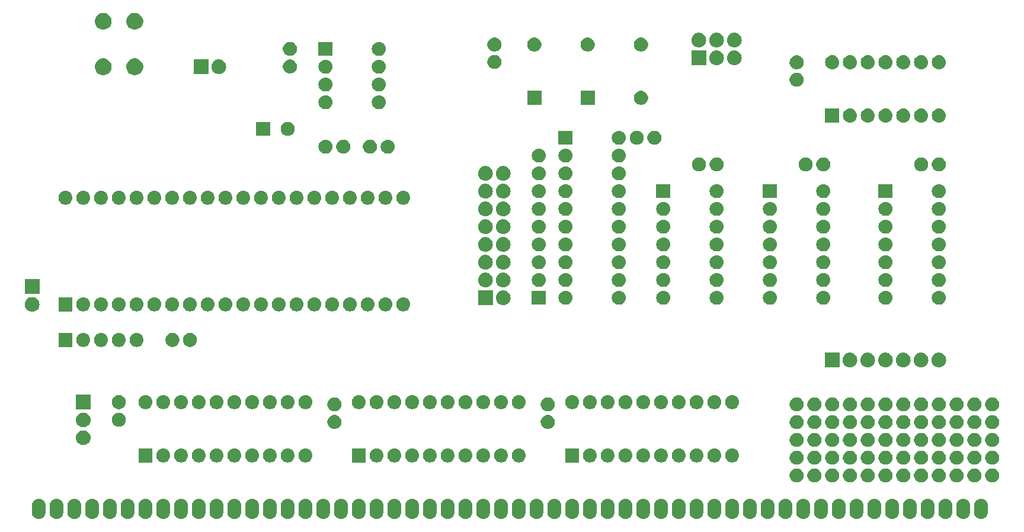
<source format=gts>
G04 #@! TF.GenerationSoftware,KiCad,Pcbnew,(5.0.2)-1*
G04 #@! TF.CreationDate,2019-01-03T12:41:09+01:00*
G04 #@! TF.ProjectId,CPU6502,43505536-3530-4322-9e6b-696361645f70,rev?*
G04 #@! TF.SameCoordinates,Original*
G04 #@! TF.FileFunction,Soldermask,Top*
G04 #@! TF.FilePolarity,Negative*
%FSLAX46Y46*%
G04 Gerber Fmt 4.6, Leading zero omitted, Abs format (unit mm)*
G04 Created by KiCad (PCBNEW (5.0.2)-1) date 03.01.2019 12:41:09*
%MOMM*%
%LPD*%
G01*
G04 APERTURE LIST*
%ADD10C,0.100000*%
G04 APERTURE END LIST*
D10*
G36*
X54806029Y-109054469D02*
X54806032Y-109054470D01*
X54806033Y-109054470D01*
X54994534Y-109111651D01*
X54994536Y-109111652D01*
X54994539Y-109111653D01*
X55168258Y-109204507D01*
X55320528Y-109329472D01*
X55445491Y-109481740D01*
X55538348Y-109655463D01*
X55595531Y-109843970D01*
X55610000Y-109990876D01*
X55610000Y-110989123D01*
X55595531Y-111136030D01*
X55595530Y-111136033D01*
X55595530Y-111136034D01*
X55538350Y-111324533D01*
X55538348Y-111324537D01*
X55445491Y-111498260D01*
X55320528Y-111650528D01*
X55168260Y-111775491D01*
X55168258Y-111775492D01*
X54994535Y-111868349D01*
X54806034Y-111925530D01*
X54806033Y-111925530D01*
X54806030Y-111925531D01*
X54610000Y-111944838D01*
X54413971Y-111925531D01*
X54413968Y-111925530D01*
X54413967Y-111925530D01*
X54225466Y-111868349D01*
X54051743Y-111775492D01*
X54051741Y-111775491D01*
X53899473Y-111650528D01*
X53774510Y-111498260D01*
X53681651Y-111324533D01*
X53624469Y-111136035D01*
X53610000Y-110989124D01*
X53610000Y-109990877D01*
X53624469Y-109843971D01*
X53624470Y-109843967D01*
X53681651Y-109655466D01*
X53681652Y-109655464D01*
X53681653Y-109655461D01*
X53774507Y-109481742D01*
X53899472Y-109329472D01*
X54051740Y-109204509D01*
X54225463Y-109111652D01*
X54225465Y-109111651D01*
X54413966Y-109054470D01*
X54413967Y-109054470D01*
X54413970Y-109054469D01*
X54610000Y-109035162D01*
X54806029Y-109054469D01*
X54806029Y-109054469D01*
G37*
G36*
X57346029Y-109054469D02*
X57346032Y-109054470D01*
X57346033Y-109054470D01*
X57534534Y-109111651D01*
X57534536Y-109111652D01*
X57534539Y-109111653D01*
X57708258Y-109204507D01*
X57860528Y-109329472D01*
X57985491Y-109481740D01*
X58078348Y-109655463D01*
X58135531Y-109843970D01*
X58150000Y-109990876D01*
X58150000Y-110989123D01*
X58135531Y-111136030D01*
X58135530Y-111136033D01*
X58135530Y-111136034D01*
X58078350Y-111324533D01*
X58078348Y-111324537D01*
X57985491Y-111498260D01*
X57860528Y-111650528D01*
X57708260Y-111775491D01*
X57708258Y-111775492D01*
X57534535Y-111868349D01*
X57346034Y-111925530D01*
X57346033Y-111925530D01*
X57346030Y-111925531D01*
X57150000Y-111944838D01*
X56953971Y-111925531D01*
X56953968Y-111925530D01*
X56953967Y-111925530D01*
X56765466Y-111868349D01*
X56591743Y-111775492D01*
X56591741Y-111775491D01*
X56439473Y-111650528D01*
X56314510Y-111498260D01*
X56221651Y-111324533D01*
X56164469Y-111136035D01*
X56150000Y-110989124D01*
X56150000Y-109990877D01*
X56164469Y-109843971D01*
X56164470Y-109843967D01*
X56221651Y-109655466D01*
X56221652Y-109655464D01*
X56221653Y-109655461D01*
X56314507Y-109481742D01*
X56439472Y-109329472D01*
X56591740Y-109204509D01*
X56765463Y-109111652D01*
X56765465Y-109111651D01*
X56953966Y-109054470D01*
X56953967Y-109054470D01*
X56953970Y-109054469D01*
X57150000Y-109035162D01*
X57346029Y-109054469D01*
X57346029Y-109054469D01*
G37*
G36*
X24326029Y-109054469D02*
X24326032Y-109054470D01*
X24326033Y-109054470D01*
X24514534Y-109111651D01*
X24514536Y-109111652D01*
X24514539Y-109111653D01*
X24688258Y-109204507D01*
X24840528Y-109329472D01*
X24965491Y-109481740D01*
X25058348Y-109655463D01*
X25115531Y-109843970D01*
X25130000Y-109990876D01*
X25130000Y-110989123D01*
X25115531Y-111136030D01*
X25115530Y-111136033D01*
X25115530Y-111136034D01*
X25058350Y-111324533D01*
X25058348Y-111324537D01*
X24965491Y-111498260D01*
X24840528Y-111650528D01*
X24688260Y-111775491D01*
X24688258Y-111775492D01*
X24514535Y-111868349D01*
X24326034Y-111925530D01*
X24326033Y-111925530D01*
X24326030Y-111925531D01*
X24130000Y-111944838D01*
X23933971Y-111925531D01*
X23933968Y-111925530D01*
X23933967Y-111925530D01*
X23745466Y-111868349D01*
X23571743Y-111775492D01*
X23571741Y-111775491D01*
X23419473Y-111650528D01*
X23294510Y-111498260D01*
X23201651Y-111324533D01*
X23144469Y-111136035D01*
X23130000Y-110989124D01*
X23130000Y-109990877D01*
X23144469Y-109843971D01*
X23144470Y-109843967D01*
X23201651Y-109655466D01*
X23201652Y-109655464D01*
X23201653Y-109655461D01*
X23294507Y-109481742D01*
X23419472Y-109329472D01*
X23571740Y-109204509D01*
X23745463Y-109111652D01*
X23745465Y-109111651D01*
X23933966Y-109054470D01*
X23933967Y-109054470D01*
X23933970Y-109054469D01*
X24130000Y-109035162D01*
X24326029Y-109054469D01*
X24326029Y-109054469D01*
G37*
G36*
X26866029Y-109054469D02*
X26866032Y-109054470D01*
X26866033Y-109054470D01*
X27054534Y-109111651D01*
X27054536Y-109111652D01*
X27054539Y-109111653D01*
X27228258Y-109204507D01*
X27380528Y-109329472D01*
X27505491Y-109481740D01*
X27598348Y-109655463D01*
X27655531Y-109843970D01*
X27670000Y-109990876D01*
X27670000Y-110989123D01*
X27655531Y-111136030D01*
X27655530Y-111136033D01*
X27655530Y-111136034D01*
X27598350Y-111324533D01*
X27598348Y-111324537D01*
X27505491Y-111498260D01*
X27380528Y-111650528D01*
X27228260Y-111775491D01*
X27228258Y-111775492D01*
X27054535Y-111868349D01*
X26866034Y-111925530D01*
X26866033Y-111925530D01*
X26866030Y-111925531D01*
X26670000Y-111944838D01*
X26473971Y-111925531D01*
X26473968Y-111925530D01*
X26473967Y-111925530D01*
X26285466Y-111868349D01*
X26111743Y-111775492D01*
X26111741Y-111775491D01*
X25959473Y-111650528D01*
X25834510Y-111498260D01*
X25741651Y-111324533D01*
X25684469Y-111136035D01*
X25670000Y-110989124D01*
X25670000Y-109990877D01*
X25684469Y-109843971D01*
X25684470Y-109843967D01*
X25741651Y-109655466D01*
X25741652Y-109655464D01*
X25741653Y-109655461D01*
X25834507Y-109481742D01*
X25959472Y-109329472D01*
X26111740Y-109204509D01*
X26285463Y-109111652D01*
X26285465Y-109111651D01*
X26473966Y-109054470D01*
X26473967Y-109054470D01*
X26473970Y-109054469D01*
X26670000Y-109035162D01*
X26866029Y-109054469D01*
X26866029Y-109054469D01*
G37*
G36*
X29406029Y-109054469D02*
X29406032Y-109054470D01*
X29406033Y-109054470D01*
X29594534Y-109111651D01*
X29594536Y-109111652D01*
X29594539Y-109111653D01*
X29768258Y-109204507D01*
X29920528Y-109329472D01*
X30045491Y-109481740D01*
X30138348Y-109655463D01*
X30195531Y-109843970D01*
X30210000Y-109990876D01*
X30210000Y-110989123D01*
X30195531Y-111136030D01*
X30195530Y-111136033D01*
X30195530Y-111136034D01*
X30138350Y-111324533D01*
X30138348Y-111324537D01*
X30045491Y-111498260D01*
X29920528Y-111650528D01*
X29768260Y-111775491D01*
X29768258Y-111775492D01*
X29594535Y-111868349D01*
X29406034Y-111925530D01*
X29406033Y-111925530D01*
X29406030Y-111925531D01*
X29210000Y-111944838D01*
X29013971Y-111925531D01*
X29013968Y-111925530D01*
X29013967Y-111925530D01*
X28825466Y-111868349D01*
X28651743Y-111775492D01*
X28651741Y-111775491D01*
X28499473Y-111650528D01*
X28374510Y-111498260D01*
X28281651Y-111324533D01*
X28224469Y-111136035D01*
X28210000Y-110989124D01*
X28210000Y-109990877D01*
X28224469Y-109843971D01*
X28224470Y-109843967D01*
X28281651Y-109655466D01*
X28281652Y-109655464D01*
X28281653Y-109655461D01*
X28374507Y-109481742D01*
X28499472Y-109329472D01*
X28651740Y-109204509D01*
X28825463Y-109111652D01*
X28825465Y-109111651D01*
X29013966Y-109054470D01*
X29013967Y-109054470D01*
X29013970Y-109054469D01*
X29210000Y-109035162D01*
X29406029Y-109054469D01*
X29406029Y-109054469D01*
G37*
G36*
X31946029Y-109054469D02*
X31946032Y-109054470D01*
X31946033Y-109054470D01*
X32134534Y-109111651D01*
X32134536Y-109111652D01*
X32134539Y-109111653D01*
X32308258Y-109204507D01*
X32460528Y-109329472D01*
X32585491Y-109481740D01*
X32678348Y-109655463D01*
X32735531Y-109843970D01*
X32750000Y-109990876D01*
X32750000Y-110989123D01*
X32735531Y-111136030D01*
X32735530Y-111136033D01*
X32735530Y-111136034D01*
X32678350Y-111324533D01*
X32678348Y-111324537D01*
X32585491Y-111498260D01*
X32460528Y-111650528D01*
X32308260Y-111775491D01*
X32308258Y-111775492D01*
X32134535Y-111868349D01*
X31946034Y-111925530D01*
X31946033Y-111925530D01*
X31946030Y-111925531D01*
X31750000Y-111944838D01*
X31553971Y-111925531D01*
X31553968Y-111925530D01*
X31553967Y-111925530D01*
X31365466Y-111868349D01*
X31191743Y-111775492D01*
X31191741Y-111775491D01*
X31039473Y-111650528D01*
X30914510Y-111498260D01*
X30821651Y-111324533D01*
X30764469Y-111136035D01*
X30750000Y-110989124D01*
X30750000Y-109990877D01*
X30764469Y-109843971D01*
X30764470Y-109843967D01*
X30821651Y-109655466D01*
X30821652Y-109655464D01*
X30821653Y-109655461D01*
X30914507Y-109481742D01*
X31039472Y-109329472D01*
X31191740Y-109204509D01*
X31365463Y-109111652D01*
X31365465Y-109111651D01*
X31553966Y-109054470D01*
X31553967Y-109054470D01*
X31553970Y-109054469D01*
X31750000Y-109035162D01*
X31946029Y-109054469D01*
X31946029Y-109054469D01*
G37*
G36*
X34486029Y-109054469D02*
X34486032Y-109054470D01*
X34486033Y-109054470D01*
X34674534Y-109111651D01*
X34674536Y-109111652D01*
X34674539Y-109111653D01*
X34848258Y-109204507D01*
X35000528Y-109329472D01*
X35125491Y-109481740D01*
X35218348Y-109655463D01*
X35275531Y-109843970D01*
X35290000Y-109990876D01*
X35290000Y-110989123D01*
X35275531Y-111136030D01*
X35275530Y-111136033D01*
X35275530Y-111136034D01*
X35218350Y-111324533D01*
X35218348Y-111324537D01*
X35125491Y-111498260D01*
X35000528Y-111650528D01*
X34848260Y-111775491D01*
X34848258Y-111775492D01*
X34674535Y-111868349D01*
X34486034Y-111925530D01*
X34486033Y-111925530D01*
X34486030Y-111925531D01*
X34290000Y-111944838D01*
X34093971Y-111925531D01*
X34093968Y-111925530D01*
X34093967Y-111925530D01*
X33905466Y-111868349D01*
X33731743Y-111775492D01*
X33731741Y-111775491D01*
X33579473Y-111650528D01*
X33454510Y-111498260D01*
X33361651Y-111324533D01*
X33304469Y-111136035D01*
X33290000Y-110989124D01*
X33290000Y-109990877D01*
X33304469Y-109843971D01*
X33304470Y-109843967D01*
X33361651Y-109655466D01*
X33361652Y-109655464D01*
X33361653Y-109655461D01*
X33454507Y-109481742D01*
X33579472Y-109329472D01*
X33731740Y-109204509D01*
X33905463Y-109111652D01*
X33905465Y-109111651D01*
X34093966Y-109054470D01*
X34093967Y-109054470D01*
X34093970Y-109054469D01*
X34290000Y-109035162D01*
X34486029Y-109054469D01*
X34486029Y-109054469D01*
G37*
G36*
X37026029Y-109054469D02*
X37026032Y-109054470D01*
X37026033Y-109054470D01*
X37214534Y-109111651D01*
X37214536Y-109111652D01*
X37214539Y-109111653D01*
X37388258Y-109204507D01*
X37540528Y-109329472D01*
X37665491Y-109481740D01*
X37758348Y-109655463D01*
X37815531Y-109843970D01*
X37830000Y-109990876D01*
X37830000Y-110989123D01*
X37815531Y-111136030D01*
X37815530Y-111136033D01*
X37815530Y-111136034D01*
X37758350Y-111324533D01*
X37758348Y-111324537D01*
X37665491Y-111498260D01*
X37540528Y-111650528D01*
X37388260Y-111775491D01*
X37388258Y-111775492D01*
X37214535Y-111868349D01*
X37026034Y-111925530D01*
X37026033Y-111925530D01*
X37026030Y-111925531D01*
X36830000Y-111944838D01*
X36633971Y-111925531D01*
X36633968Y-111925530D01*
X36633967Y-111925530D01*
X36445466Y-111868349D01*
X36271743Y-111775492D01*
X36271741Y-111775491D01*
X36119473Y-111650528D01*
X35994510Y-111498260D01*
X35901651Y-111324533D01*
X35844469Y-111136035D01*
X35830000Y-110989124D01*
X35830000Y-109990877D01*
X35844469Y-109843971D01*
X35844470Y-109843967D01*
X35901651Y-109655466D01*
X35901652Y-109655464D01*
X35901653Y-109655461D01*
X35994507Y-109481742D01*
X36119472Y-109329472D01*
X36271740Y-109204509D01*
X36445463Y-109111652D01*
X36445465Y-109111651D01*
X36633966Y-109054470D01*
X36633967Y-109054470D01*
X36633970Y-109054469D01*
X36830000Y-109035162D01*
X37026029Y-109054469D01*
X37026029Y-109054469D01*
G37*
G36*
X39566029Y-109054469D02*
X39566032Y-109054470D01*
X39566033Y-109054470D01*
X39754534Y-109111651D01*
X39754536Y-109111652D01*
X39754539Y-109111653D01*
X39928258Y-109204507D01*
X40080528Y-109329472D01*
X40205491Y-109481740D01*
X40298348Y-109655463D01*
X40355531Y-109843970D01*
X40370000Y-109990876D01*
X40370000Y-110989123D01*
X40355531Y-111136030D01*
X40355530Y-111136033D01*
X40355530Y-111136034D01*
X40298350Y-111324533D01*
X40298348Y-111324537D01*
X40205491Y-111498260D01*
X40080528Y-111650528D01*
X39928260Y-111775491D01*
X39928258Y-111775492D01*
X39754535Y-111868349D01*
X39566034Y-111925530D01*
X39566033Y-111925530D01*
X39566030Y-111925531D01*
X39370000Y-111944838D01*
X39173971Y-111925531D01*
X39173968Y-111925530D01*
X39173967Y-111925530D01*
X38985466Y-111868349D01*
X38811743Y-111775492D01*
X38811741Y-111775491D01*
X38659473Y-111650528D01*
X38534510Y-111498260D01*
X38441651Y-111324533D01*
X38384469Y-111136035D01*
X38370000Y-110989124D01*
X38370000Y-109990877D01*
X38384469Y-109843971D01*
X38384470Y-109843967D01*
X38441651Y-109655466D01*
X38441652Y-109655464D01*
X38441653Y-109655461D01*
X38534507Y-109481742D01*
X38659472Y-109329472D01*
X38811740Y-109204509D01*
X38985463Y-109111652D01*
X38985465Y-109111651D01*
X39173966Y-109054470D01*
X39173967Y-109054470D01*
X39173970Y-109054469D01*
X39370000Y-109035162D01*
X39566029Y-109054469D01*
X39566029Y-109054469D01*
G37*
G36*
X42106029Y-109054469D02*
X42106032Y-109054470D01*
X42106033Y-109054470D01*
X42294534Y-109111651D01*
X42294536Y-109111652D01*
X42294539Y-109111653D01*
X42468258Y-109204507D01*
X42620528Y-109329472D01*
X42745491Y-109481740D01*
X42838348Y-109655463D01*
X42895531Y-109843970D01*
X42910000Y-109990876D01*
X42910000Y-110989123D01*
X42895531Y-111136030D01*
X42895530Y-111136033D01*
X42895530Y-111136034D01*
X42838350Y-111324533D01*
X42838348Y-111324537D01*
X42745491Y-111498260D01*
X42620528Y-111650528D01*
X42468260Y-111775491D01*
X42468258Y-111775492D01*
X42294535Y-111868349D01*
X42106034Y-111925530D01*
X42106033Y-111925530D01*
X42106030Y-111925531D01*
X41910000Y-111944838D01*
X41713971Y-111925531D01*
X41713968Y-111925530D01*
X41713967Y-111925530D01*
X41525466Y-111868349D01*
X41351743Y-111775492D01*
X41351741Y-111775491D01*
X41199473Y-111650528D01*
X41074510Y-111498260D01*
X40981651Y-111324533D01*
X40924469Y-111136035D01*
X40910000Y-110989124D01*
X40910000Y-109990877D01*
X40924469Y-109843971D01*
X40924470Y-109843967D01*
X40981651Y-109655466D01*
X40981652Y-109655464D01*
X40981653Y-109655461D01*
X41074507Y-109481742D01*
X41199472Y-109329472D01*
X41351740Y-109204509D01*
X41525463Y-109111652D01*
X41525465Y-109111651D01*
X41713966Y-109054470D01*
X41713967Y-109054470D01*
X41713970Y-109054469D01*
X41910000Y-109035162D01*
X42106029Y-109054469D01*
X42106029Y-109054469D01*
G37*
G36*
X44646029Y-109054469D02*
X44646032Y-109054470D01*
X44646033Y-109054470D01*
X44834534Y-109111651D01*
X44834536Y-109111652D01*
X44834539Y-109111653D01*
X45008258Y-109204507D01*
X45160528Y-109329472D01*
X45285491Y-109481740D01*
X45378348Y-109655463D01*
X45435531Y-109843970D01*
X45450000Y-109990876D01*
X45450000Y-110989123D01*
X45435531Y-111136030D01*
X45435530Y-111136033D01*
X45435530Y-111136034D01*
X45378350Y-111324533D01*
X45378348Y-111324537D01*
X45285491Y-111498260D01*
X45160528Y-111650528D01*
X45008260Y-111775491D01*
X45008258Y-111775492D01*
X44834535Y-111868349D01*
X44646034Y-111925530D01*
X44646033Y-111925530D01*
X44646030Y-111925531D01*
X44450000Y-111944838D01*
X44253971Y-111925531D01*
X44253968Y-111925530D01*
X44253967Y-111925530D01*
X44065466Y-111868349D01*
X43891743Y-111775492D01*
X43891741Y-111775491D01*
X43739473Y-111650528D01*
X43614510Y-111498260D01*
X43521651Y-111324533D01*
X43464469Y-111136035D01*
X43450000Y-110989124D01*
X43450000Y-109990877D01*
X43464469Y-109843971D01*
X43464470Y-109843967D01*
X43521651Y-109655466D01*
X43521652Y-109655464D01*
X43521653Y-109655461D01*
X43614507Y-109481742D01*
X43739472Y-109329472D01*
X43891740Y-109204509D01*
X44065463Y-109111652D01*
X44065465Y-109111651D01*
X44253966Y-109054470D01*
X44253967Y-109054470D01*
X44253970Y-109054469D01*
X44450000Y-109035162D01*
X44646029Y-109054469D01*
X44646029Y-109054469D01*
G37*
G36*
X47186029Y-109054469D02*
X47186032Y-109054470D01*
X47186033Y-109054470D01*
X47374534Y-109111651D01*
X47374536Y-109111652D01*
X47374539Y-109111653D01*
X47548258Y-109204507D01*
X47700528Y-109329472D01*
X47825491Y-109481740D01*
X47918348Y-109655463D01*
X47975531Y-109843970D01*
X47990000Y-109990876D01*
X47990000Y-110989123D01*
X47975531Y-111136030D01*
X47975530Y-111136033D01*
X47975530Y-111136034D01*
X47918350Y-111324533D01*
X47918348Y-111324537D01*
X47825491Y-111498260D01*
X47700528Y-111650528D01*
X47548260Y-111775491D01*
X47548258Y-111775492D01*
X47374535Y-111868349D01*
X47186034Y-111925530D01*
X47186033Y-111925530D01*
X47186030Y-111925531D01*
X46990000Y-111944838D01*
X46793971Y-111925531D01*
X46793968Y-111925530D01*
X46793967Y-111925530D01*
X46605466Y-111868349D01*
X46431743Y-111775492D01*
X46431741Y-111775491D01*
X46279473Y-111650528D01*
X46154510Y-111498260D01*
X46061651Y-111324533D01*
X46004469Y-111136035D01*
X45990000Y-110989124D01*
X45990000Y-109990877D01*
X46004469Y-109843971D01*
X46004470Y-109843967D01*
X46061651Y-109655466D01*
X46061652Y-109655464D01*
X46061653Y-109655461D01*
X46154507Y-109481742D01*
X46279472Y-109329472D01*
X46431740Y-109204509D01*
X46605463Y-109111652D01*
X46605465Y-109111651D01*
X46793966Y-109054470D01*
X46793967Y-109054470D01*
X46793970Y-109054469D01*
X46990000Y-109035162D01*
X47186029Y-109054469D01*
X47186029Y-109054469D01*
G37*
G36*
X49726029Y-109054469D02*
X49726032Y-109054470D01*
X49726033Y-109054470D01*
X49914534Y-109111651D01*
X49914536Y-109111652D01*
X49914539Y-109111653D01*
X50088258Y-109204507D01*
X50240528Y-109329472D01*
X50365491Y-109481740D01*
X50458348Y-109655463D01*
X50515531Y-109843970D01*
X50530000Y-109990876D01*
X50530000Y-110989123D01*
X50515531Y-111136030D01*
X50515530Y-111136033D01*
X50515530Y-111136034D01*
X50458350Y-111324533D01*
X50458348Y-111324537D01*
X50365491Y-111498260D01*
X50240528Y-111650528D01*
X50088260Y-111775491D01*
X50088258Y-111775492D01*
X49914535Y-111868349D01*
X49726034Y-111925530D01*
X49726033Y-111925530D01*
X49726030Y-111925531D01*
X49530000Y-111944838D01*
X49333971Y-111925531D01*
X49333968Y-111925530D01*
X49333967Y-111925530D01*
X49145466Y-111868349D01*
X48971743Y-111775492D01*
X48971741Y-111775491D01*
X48819473Y-111650528D01*
X48694510Y-111498260D01*
X48601651Y-111324533D01*
X48544469Y-111136035D01*
X48530000Y-110989124D01*
X48530000Y-109990877D01*
X48544469Y-109843971D01*
X48544470Y-109843967D01*
X48601651Y-109655466D01*
X48601652Y-109655464D01*
X48601653Y-109655461D01*
X48694507Y-109481742D01*
X48819472Y-109329472D01*
X48971740Y-109204509D01*
X49145463Y-109111652D01*
X49145465Y-109111651D01*
X49333966Y-109054470D01*
X49333967Y-109054470D01*
X49333970Y-109054469D01*
X49530000Y-109035162D01*
X49726029Y-109054469D01*
X49726029Y-109054469D01*
G37*
G36*
X52266029Y-109054469D02*
X52266032Y-109054470D01*
X52266033Y-109054470D01*
X52454534Y-109111651D01*
X52454536Y-109111652D01*
X52454539Y-109111653D01*
X52628258Y-109204507D01*
X52780528Y-109329472D01*
X52905491Y-109481740D01*
X52998348Y-109655463D01*
X53055531Y-109843970D01*
X53070000Y-109990876D01*
X53070000Y-110989123D01*
X53055531Y-111136030D01*
X53055530Y-111136033D01*
X53055530Y-111136034D01*
X52998350Y-111324533D01*
X52998348Y-111324537D01*
X52905491Y-111498260D01*
X52780528Y-111650528D01*
X52628260Y-111775491D01*
X52628258Y-111775492D01*
X52454535Y-111868349D01*
X52266034Y-111925530D01*
X52266033Y-111925530D01*
X52266030Y-111925531D01*
X52070000Y-111944838D01*
X51873971Y-111925531D01*
X51873968Y-111925530D01*
X51873967Y-111925530D01*
X51685466Y-111868349D01*
X51511743Y-111775492D01*
X51511741Y-111775491D01*
X51359473Y-111650528D01*
X51234510Y-111498260D01*
X51141651Y-111324533D01*
X51084469Y-111136035D01*
X51070000Y-110989124D01*
X51070000Y-109990877D01*
X51084469Y-109843971D01*
X51084470Y-109843967D01*
X51141651Y-109655466D01*
X51141652Y-109655464D01*
X51141653Y-109655461D01*
X51234507Y-109481742D01*
X51359472Y-109329472D01*
X51511740Y-109204509D01*
X51685463Y-109111652D01*
X51685465Y-109111651D01*
X51873966Y-109054470D01*
X51873967Y-109054470D01*
X51873970Y-109054469D01*
X52070000Y-109035162D01*
X52266029Y-109054469D01*
X52266029Y-109054469D01*
G37*
G36*
X92906029Y-109054469D02*
X92906032Y-109054470D01*
X92906033Y-109054470D01*
X93094534Y-109111651D01*
X93094536Y-109111652D01*
X93094539Y-109111653D01*
X93268258Y-109204507D01*
X93420528Y-109329472D01*
X93545491Y-109481740D01*
X93638348Y-109655463D01*
X93695531Y-109843970D01*
X93710000Y-109990876D01*
X93710000Y-110989123D01*
X93695531Y-111136030D01*
X93695530Y-111136033D01*
X93695530Y-111136034D01*
X93638350Y-111324533D01*
X93638348Y-111324537D01*
X93545491Y-111498260D01*
X93420528Y-111650528D01*
X93268260Y-111775491D01*
X93268258Y-111775492D01*
X93094535Y-111868349D01*
X92906034Y-111925530D01*
X92906033Y-111925530D01*
X92906030Y-111925531D01*
X92710000Y-111944838D01*
X92513971Y-111925531D01*
X92513968Y-111925530D01*
X92513967Y-111925530D01*
X92325466Y-111868349D01*
X92151743Y-111775492D01*
X92151741Y-111775491D01*
X91999473Y-111650528D01*
X91874510Y-111498260D01*
X91781651Y-111324533D01*
X91724469Y-111136035D01*
X91710000Y-110989124D01*
X91710000Y-109990877D01*
X91724469Y-109843971D01*
X91724470Y-109843967D01*
X91781651Y-109655466D01*
X91781652Y-109655464D01*
X91781653Y-109655461D01*
X91874507Y-109481742D01*
X91999472Y-109329472D01*
X92151740Y-109204509D01*
X92325463Y-109111652D01*
X92325465Y-109111651D01*
X92513966Y-109054470D01*
X92513967Y-109054470D01*
X92513970Y-109054469D01*
X92710000Y-109035162D01*
X92906029Y-109054469D01*
X92906029Y-109054469D01*
G37*
G36*
X59886029Y-109054469D02*
X59886032Y-109054470D01*
X59886033Y-109054470D01*
X60074534Y-109111651D01*
X60074536Y-109111652D01*
X60074539Y-109111653D01*
X60248258Y-109204507D01*
X60400528Y-109329472D01*
X60525491Y-109481740D01*
X60618348Y-109655463D01*
X60675531Y-109843970D01*
X60690000Y-109990876D01*
X60690000Y-110989123D01*
X60675531Y-111136030D01*
X60675530Y-111136033D01*
X60675530Y-111136034D01*
X60618350Y-111324533D01*
X60618348Y-111324537D01*
X60525491Y-111498260D01*
X60400528Y-111650528D01*
X60248260Y-111775491D01*
X60248258Y-111775492D01*
X60074535Y-111868349D01*
X59886034Y-111925530D01*
X59886033Y-111925530D01*
X59886030Y-111925531D01*
X59690000Y-111944838D01*
X59493971Y-111925531D01*
X59493968Y-111925530D01*
X59493967Y-111925530D01*
X59305466Y-111868349D01*
X59131743Y-111775492D01*
X59131741Y-111775491D01*
X58979473Y-111650528D01*
X58854510Y-111498260D01*
X58761651Y-111324533D01*
X58704469Y-111136035D01*
X58690000Y-110989124D01*
X58690000Y-109990877D01*
X58704469Y-109843971D01*
X58704470Y-109843967D01*
X58761651Y-109655466D01*
X58761652Y-109655464D01*
X58761653Y-109655461D01*
X58854507Y-109481742D01*
X58979472Y-109329472D01*
X59131740Y-109204509D01*
X59305463Y-109111652D01*
X59305465Y-109111651D01*
X59493966Y-109054470D01*
X59493967Y-109054470D01*
X59493970Y-109054469D01*
X59690000Y-109035162D01*
X59886029Y-109054469D01*
X59886029Y-109054469D01*
G37*
G36*
X62426029Y-109054469D02*
X62426032Y-109054470D01*
X62426033Y-109054470D01*
X62614534Y-109111651D01*
X62614536Y-109111652D01*
X62614539Y-109111653D01*
X62788258Y-109204507D01*
X62940528Y-109329472D01*
X63065491Y-109481740D01*
X63158348Y-109655463D01*
X63215531Y-109843970D01*
X63230000Y-109990876D01*
X63230000Y-110989123D01*
X63215531Y-111136030D01*
X63215530Y-111136033D01*
X63215530Y-111136034D01*
X63158350Y-111324533D01*
X63158348Y-111324537D01*
X63065491Y-111498260D01*
X62940528Y-111650528D01*
X62788260Y-111775491D01*
X62788258Y-111775492D01*
X62614535Y-111868349D01*
X62426034Y-111925530D01*
X62426033Y-111925530D01*
X62426030Y-111925531D01*
X62230000Y-111944838D01*
X62033971Y-111925531D01*
X62033968Y-111925530D01*
X62033967Y-111925530D01*
X61845466Y-111868349D01*
X61671743Y-111775492D01*
X61671741Y-111775491D01*
X61519473Y-111650528D01*
X61394510Y-111498260D01*
X61301651Y-111324533D01*
X61244469Y-111136035D01*
X61230000Y-110989124D01*
X61230000Y-109990877D01*
X61244469Y-109843971D01*
X61244470Y-109843967D01*
X61301651Y-109655466D01*
X61301652Y-109655464D01*
X61301653Y-109655461D01*
X61394507Y-109481742D01*
X61519472Y-109329472D01*
X61671740Y-109204509D01*
X61845463Y-109111652D01*
X61845465Y-109111651D01*
X62033966Y-109054470D01*
X62033967Y-109054470D01*
X62033970Y-109054469D01*
X62230000Y-109035162D01*
X62426029Y-109054469D01*
X62426029Y-109054469D01*
G37*
G36*
X64966029Y-109054469D02*
X64966032Y-109054470D01*
X64966033Y-109054470D01*
X65154534Y-109111651D01*
X65154536Y-109111652D01*
X65154539Y-109111653D01*
X65328258Y-109204507D01*
X65480528Y-109329472D01*
X65605491Y-109481740D01*
X65698348Y-109655463D01*
X65755531Y-109843970D01*
X65770000Y-109990876D01*
X65770000Y-110989123D01*
X65755531Y-111136030D01*
X65755530Y-111136033D01*
X65755530Y-111136034D01*
X65698350Y-111324533D01*
X65698348Y-111324537D01*
X65605491Y-111498260D01*
X65480528Y-111650528D01*
X65328260Y-111775491D01*
X65328258Y-111775492D01*
X65154535Y-111868349D01*
X64966034Y-111925530D01*
X64966033Y-111925530D01*
X64966030Y-111925531D01*
X64770000Y-111944838D01*
X64573971Y-111925531D01*
X64573968Y-111925530D01*
X64573967Y-111925530D01*
X64385466Y-111868349D01*
X64211743Y-111775492D01*
X64211741Y-111775491D01*
X64059473Y-111650528D01*
X63934510Y-111498260D01*
X63841651Y-111324533D01*
X63784469Y-111136035D01*
X63770000Y-110989124D01*
X63770000Y-109990877D01*
X63784469Y-109843971D01*
X63784470Y-109843967D01*
X63841651Y-109655466D01*
X63841652Y-109655464D01*
X63841653Y-109655461D01*
X63934507Y-109481742D01*
X64059472Y-109329472D01*
X64211740Y-109204509D01*
X64385463Y-109111652D01*
X64385465Y-109111651D01*
X64573966Y-109054470D01*
X64573967Y-109054470D01*
X64573970Y-109054469D01*
X64770000Y-109035162D01*
X64966029Y-109054469D01*
X64966029Y-109054469D01*
G37*
G36*
X67506029Y-109054469D02*
X67506032Y-109054470D01*
X67506033Y-109054470D01*
X67694534Y-109111651D01*
X67694536Y-109111652D01*
X67694539Y-109111653D01*
X67868258Y-109204507D01*
X68020528Y-109329472D01*
X68145491Y-109481740D01*
X68238348Y-109655463D01*
X68295531Y-109843970D01*
X68310000Y-109990876D01*
X68310000Y-110989123D01*
X68295531Y-111136030D01*
X68295530Y-111136033D01*
X68295530Y-111136034D01*
X68238350Y-111324533D01*
X68238348Y-111324537D01*
X68145491Y-111498260D01*
X68020528Y-111650528D01*
X67868260Y-111775491D01*
X67868258Y-111775492D01*
X67694535Y-111868349D01*
X67506034Y-111925530D01*
X67506033Y-111925530D01*
X67506030Y-111925531D01*
X67310000Y-111944838D01*
X67113971Y-111925531D01*
X67113968Y-111925530D01*
X67113967Y-111925530D01*
X66925466Y-111868349D01*
X66751743Y-111775492D01*
X66751741Y-111775491D01*
X66599473Y-111650528D01*
X66474510Y-111498260D01*
X66381651Y-111324533D01*
X66324469Y-111136035D01*
X66310000Y-110989124D01*
X66310000Y-109990877D01*
X66324469Y-109843971D01*
X66324470Y-109843967D01*
X66381651Y-109655466D01*
X66381652Y-109655464D01*
X66381653Y-109655461D01*
X66474507Y-109481742D01*
X66599472Y-109329472D01*
X66751740Y-109204509D01*
X66925463Y-109111652D01*
X66925465Y-109111651D01*
X67113966Y-109054470D01*
X67113967Y-109054470D01*
X67113970Y-109054469D01*
X67310000Y-109035162D01*
X67506029Y-109054469D01*
X67506029Y-109054469D01*
G37*
G36*
X70046029Y-109054469D02*
X70046032Y-109054470D01*
X70046033Y-109054470D01*
X70234534Y-109111651D01*
X70234536Y-109111652D01*
X70234539Y-109111653D01*
X70408258Y-109204507D01*
X70560528Y-109329472D01*
X70685491Y-109481740D01*
X70778348Y-109655463D01*
X70835531Y-109843970D01*
X70850000Y-109990876D01*
X70850000Y-110989123D01*
X70835531Y-111136030D01*
X70835530Y-111136033D01*
X70835530Y-111136034D01*
X70778350Y-111324533D01*
X70778348Y-111324537D01*
X70685491Y-111498260D01*
X70560528Y-111650528D01*
X70408260Y-111775491D01*
X70408258Y-111775492D01*
X70234535Y-111868349D01*
X70046034Y-111925530D01*
X70046033Y-111925530D01*
X70046030Y-111925531D01*
X69850000Y-111944838D01*
X69653971Y-111925531D01*
X69653968Y-111925530D01*
X69653967Y-111925530D01*
X69465466Y-111868349D01*
X69291743Y-111775492D01*
X69291741Y-111775491D01*
X69139473Y-111650528D01*
X69014510Y-111498260D01*
X68921651Y-111324533D01*
X68864469Y-111136035D01*
X68850000Y-110989124D01*
X68850000Y-109990877D01*
X68864469Y-109843971D01*
X68864470Y-109843967D01*
X68921651Y-109655466D01*
X68921652Y-109655464D01*
X68921653Y-109655461D01*
X69014507Y-109481742D01*
X69139472Y-109329472D01*
X69291740Y-109204509D01*
X69465463Y-109111652D01*
X69465465Y-109111651D01*
X69653966Y-109054470D01*
X69653967Y-109054470D01*
X69653970Y-109054469D01*
X69850000Y-109035162D01*
X70046029Y-109054469D01*
X70046029Y-109054469D01*
G37*
G36*
X72586029Y-109054469D02*
X72586032Y-109054470D01*
X72586033Y-109054470D01*
X72774534Y-109111651D01*
X72774536Y-109111652D01*
X72774539Y-109111653D01*
X72948258Y-109204507D01*
X73100528Y-109329472D01*
X73225491Y-109481740D01*
X73318348Y-109655463D01*
X73375531Y-109843970D01*
X73390000Y-109990876D01*
X73390000Y-110989123D01*
X73375531Y-111136030D01*
X73375530Y-111136033D01*
X73375530Y-111136034D01*
X73318350Y-111324533D01*
X73318348Y-111324537D01*
X73225491Y-111498260D01*
X73100528Y-111650528D01*
X72948260Y-111775491D01*
X72948258Y-111775492D01*
X72774535Y-111868349D01*
X72586034Y-111925530D01*
X72586033Y-111925530D01*
X72586030Y-111925531D01*
X72390000Y-111944838D01*
X72193971Y-111925531D01*
X72193968Y-111925530D01*
X72193967Y-111925530D01*
X72005466Y-111868349D01*
X71831743Y-111775492D01*
X71831741Y-111775491D01*
X71679473Y-111650528D01*
X71554510Y-111498260D01*
X71461651Y-111324533D01*
X71404469Y-111136035D01*
X71390000Y-110989124D01*
X71390000Y-109990877D01*
X71404469Y-109843971D01*
X71404470Y-109843967D01*
X71461651Y-109655466D01*
X71461652Y-109655464D01*
X71461653Y-109655461D01*
X71554507Y-109481742D01*
X71679472Y-109329472D01*
X71831740Y-109204509D01*
X72005463Y-109111652D01*
X72005465Y-109111651D01*
X72193966Y-109054470D01*
X72193967Y-109054470D01*
X72193970Y-109054469D01*
X72390000Y-109035162D01*
X72586029Y-109054469D01*
X72586029Y-109054469D01*
G37*
G36*
X75126029Y-109054469D02*
X75126032Y-109054470D01*
X75126033Y-109054470D01*
X75314534Y-109111651D01*
X75314536Y-109111652D01*
X75314539Y-109111653D01*
X75488258Y-109204507D01*
X75640528Y-109329472D01*
X75765491Y-109481740D01*
X75858348Y-109655463D01*
X75915531Y-109843970D01*
X75930000Y-109990876D01*
X75930000Y-110989123D01*
X75915531Y-111136030D01*
X75915530Y-111136033D01*
X75915530Y-111136034D01*
X75858350Y-111324533D01*
X75858348Y-111324537D01*
X75765491Y-111498260D01*
X75640528Y-111650528D01*
X75488260Y-111775491D01*
X75488258Y-111775492D01*
X75314535Y-111868349D01*
X75126034Y-111925530D01*
X75126033Y-111925530D01*
X75126030Y-111925531D01*
X74930000Y-111944838D01*
X74733971Y-111925531D01*
X74733968Y-111925530D01*
X74733967Y-111925530D01*
X74545466Y-111868349D01*
X74371743Y-111775492D01*
X74371741Y-111775491D01*
X74219473Y-111650528D01*
X74094510Y-111498260D01*
X74001651Y-111324533D01*
X73944469Y-111136035D01*
X73930000Y-110989124D01*
X73930000Y-109990877D01*
X73944469Y-109843971D01*
X73944470Y-109843967D01*
X74001651Y-109655466D01*
X74001652Y-109655464D01*
X74001653Y-109655461D01*
X74094507Y-109481742D01*
X74219472Y-109329472D01*
X74371740Y-109204509D01*
X74545463Y-109111652D01*
X74545465Y-109111651D01*
X74733966Y-109054470D01*
X74733967Y-109054470D01*
X74733970Y-109054469D01*
X74930000Y-109035162D01*
X75126029Y-109054469D01*
X75126029Y-109054469D01*
G37*
G36*
X77666029Y-109054469D02*
X77666032Y-109054470D01*
X77666033Y-109054470D01*
X77854534Y-109111651D01*
X77854536Y-109111652D01*
X77854539Y-109111653D01*
X78028258Y-109204507D01*
X78180528Y-109329472D01*
X78305491Y-109481740D01*
X78398348Y-109655463D01*
X78455531Y-109843970D01*
X78470000Y-109990876D01*
X78470000Y-110989123D01*
X78455531Y-111136030D01*
X78455530Y-111136033D01*
X78455530Y-111136034D01*
X78398350Y-111324533D01*
X78398348Y-111324537D01*
X78305491Y-111498260D01*
X78180528Y-111650528D01*
X78028260Y-111775491D01*
X78028258Y-111775492D01*
X77854535Y-111868349D01*
X77666034Y-111925530D01*
X77666033Y-111925530D01*
X77666030Y-111925531D01*
X77470000Y-111944838D01*
X77273971Y-111925531D01*
X77273968Y-111925530D01*
X77273967Y-111925530D01*
X77085466Y-111868349D01*
X76911743Y-111775492D01*
X76911741Y-111775491D01*
X76759473Y-111650528D01*
X76634510Y-111498260D01*
X76541651Y-111324533D01*
X76484469Y-111136035D01*
X76470000Y-110989124D01*
X76470000Y-109990877D01*
X76484469Y-109843971D01*
X76484470Y-109843967D01*
X76541651Y-109655466D01*
X76541652Y-109655464D01*
X76541653Y-109655461D01*
X76634507Y-109481742D01*
X76759472Y-109329472D01*
X76911740Y-109204509D01*
X77085463Y-109111652D01*
X77085465Y-109111651D01*
X77273966Y-109054470D01*
X77273967Y-109054470D01*
X77273970Y-109054469D01*
X77470000Y-109035162D01*
X77666029Y-109054469D01*
X77666029Y-109054469D01*
G37*
G36*
X80206029Y-109054469D02*
X80206032Y-109054470D01*
X80206033Y-109054470D01*
X80394534Y-109111651D01*
X80394536Y-109111652D01*
X80394539Y-109111653D01*
X80568258Y-109204507D01*
X80720528Y-109329472D01*
X80845491Y-109481740D01*
X80938348Y-109655463D01*
X80995531Y-109843970D01*
X81010000Y-109990876D01*
X81010000Y-110989123D01*
X80995531Y-111136030D01*
X80995530Y-111136033D01*
X80995530Y-111136034D01*
X80938350Y-111324533D01*
X80938348Y-111324537D01*
X80845491Y-111498260D01*
X80720528Y-111650528D01*
X80568260Y-111775491D01*
X80568258Y-111775492D01*
X80394535Y-111868349D01*
X80206034Y-111925530D01*
X80206033Y-111925530D01*
X80206030Y-111925531D01*
X80010000Y-111944838D01*
X79813971Y-111925531D01*
X79813968Y-111925530D01*
X79813967Y-111925530D01*
X79625466Y-111868349D01*
X79451743Y-111775492D01*
X79451741Y-111775491D01*
X79299473Y-111650528D01*
X79174510Y-111498260D01*
X79081651Y-111324533D01*
X79024469Y-111136035D01*
X79010000Y-110989124D01*
X79010000Y-109990877D01*
X79024469Y-109843971D01*
X79024470Y-109843967D01*
X79081651Y-109655466D01*
X79081652Y-109655464D01*
X79081653Y-109655461D01*
X79174507Y-109481742D01*
X79299472Y-109329472D01*
X79451740Y-109204509D01*
X79625463Y-109111652D01*
X79625465Y-109111651D01*
X79813966Y-109054470D01*
X79813967Y-109054470D01*
X79813970Y-109054469D01*
X80010000Y-109035162D01*
X80206029Y-109054469D01*
X80206029Y-109054469D01*
G37*
G36*
X82746029Y-109054469D02*
X82746032Y-109054470D01*
X82746033Y-109054470D01*
X82934534Y-109111651D01*
X82934536Y-109111652D01*
X82934539Y-109111653D01*
X83108258Y-109204507D01*
X83260528Y-109329472D01*
X83385491Y-109481740D01*
X83478348Y-109655463D01*
X83535531Y-109843970D01*
X83550000Y-109990876D01*
X83550000Y-110989123D01*
X83535531Y-111136030D01*
X83535530Y-111136033D01*
X83535530Y-111136034D01*
X83478350Y-111324533D01*
X83478348Y-111324537D01*
X83385491Y-111498260D01*
X83260528Y-111650528D01*
X83108260Y-111775491D01*
X83108258Y-111775492D01*
X82934535Y-111868349D01*
X82746034Y-111925530D01*
X82746033Y-111925530D01*
X82746030Y-111925531D01*
X82550000Y-111944838D01*
X82353971Y-111925531D01*
X82353968Y-111925530D01*
X82353967Y-111925530D01*
X82165466Y-111868349D01*
X81991743Y-111775492D01*
X81991741Y-111775491D01*
X81839473Y-111650528D01*
X81714510Y-111498260D01*
X81621651Y-111324533D01*
X81564469Y-111136035D01*
X81550000Y-110989124D01*
X81550000Y-109990877D01*
X81564469Y-109843971D01*
X81564470Y-109843967D01*
X81621651Y-109655466D01*
X81621652Y-109655464D01*
X81621653Y-109655461D01*
X81714507Y-109481742D01*
X81839472Y-109329472D01*
X81991740Y-109204509D01*
X82165463Y-109111652D01*
X82165465Y-109111651D01*
X82353966Y-109054470D01*
X82353967Y-109054470D01*
X82353970Y-109054469D01*
X82550000Y-109035162D01*
X82746029Y-109054469D01*
X82746029Y-109054469D01*
G37*
G36*
X85286029Y-109054469D02*
X85286032Y-109054470D01*
X85286033Y-109054470D01*
X85474534Y-109111651D01*
X85474536Y-109111652D01*
X85474539Y-109111653D01*
X85648258Y-109204507D01*
X85800528Y-109329472D01*
X85925491Y-109481740D01*
X86018348Y-109655463D01*
X86075531Y-109843970D01*
X86090000Y-109990876D01*
X86090000Y-110989123D01*
X86075531Y-111136030D01*
X86075530Y-111136033D01*
X86075530Y-111136034D01*
X86018350Y-111324533D01*
X86018348Y-111324537D01*
X85925491Y-111498260D01*
X85800528Y-111650528D01*
X85648260Y-111775491D01*
X85648258Y-111775492D01*
X85474535Y-111868349D01*
X85286034Y-111925530D01*
X85286033Y-111925530D01*
X85286030Y-111925531D01*
X85090000Y-111944838D01*
X84893971Y-111925531D01*
X84893968Y-111925530D01*
X84893967Y-111925530D01*
X84705466Y-111868349D01*
X84531743Y-111775492D01*
X84531741Y-111775491D01*
X84379473Y-111650528D01*
X84254510Y-111498260D01*
X84161651Y-111324533D01*
X84104469Y-111136035D01*
X84090000Y-110989124D01*
X84090000Y-109990877D01*
X84104469Y-109843971D01*
X84104470Y-109843967D01*
X84161651Y-109655466D01*
X84161652Y-109655464D01*
X84161653Y-109655461D01*
X84254507Y-109481742D01*
X84379472Y-109329472D01*
X84531740Y-109204509D01*
X84705463Y-109111652D01*
X84705465Y-109111651D01*
X84893966Y-109054470D01*
X84893967Y-109054470D01*
X84893970Y-109054469D01*
X85090000Y-109035162D01*
X85286029Y-109054469D01*
X85286029Y-109054469D01*
G37*
G36*
X87826029Y-109054469D02*
X87826032Y-109054470D01*
X87826033Y-109054470D01*
X88014534Y-109111651D01*
X88014536Y-109111652D01*
X88014539Y-109111653D01*
X88188258Y-109204507D01*
X88340528Y-109329472D01*
X88465491Y-109481740D01*
X88558348Y-109655463D01*
X88615531Y-109843970D01*
X88630000Y-109990876D01*
X88630000Y-110989123D01*
X88615531Y-111136030D01*
X88615530Y-111136033D01*
X88615530Y-111136034D01*
X88558350Y-111324533D01*
X88558348Y-111324537D01*
X88465491Y-111498260D01*
X88340528Y-111650528D01*
X88188260Y-111775491D01*
X88188258Y-111775492D01*
X88014535Y-111868349D01*
X87826034Y-111925530D01*
X87826033Y-111925530D01*
X87826030Y-111925531D01*
X87630000Y-111944838D01*
X87433971Y-111925531D01*
X87433968Y-111925530D01*
X87433967Y-111925530D01*
X87245466Y-111868349D01*
X87071743Y-111775492D01*
X87071741Y-111775491D01*
X86919473Y-111650528D01*
X86794510Y-111498260D01*
X86701651Y-111324533D01*
X86644469Y-111136035D01*
X86630000Y-110989124D01*
X86630000Y-109990877D01*
X86644469Y-109843971D01*
X86644470Y-109843967D01*
X86701651Y-109655466D01*
X86701652Y-109655464D01*
X86701653Y-109655461D01*
X86794507Y-109481742D01*
X86919472Y-109329472D01*
X87071740Y-109204509D01*
X87245463Y-109111652D01*
X87245465Y-109111651D01*
X87433966Y-109054470D01*
X87433967Y-109054470D01*
X87433970Y-109054469D01*
X87630000Y-109035162D01*
X87826029Y-109054469D01*
X87826029Y-109054469D01*
G37*
G36*
X125926029Y-109054469D02*
X125926032Y-109054470D01*
X125926033Y-109054470D01*
X126114534Y-109111651D01*
X126114536Y-109111652D01*
X126114539Y-109111653D01*
X126288258Y-109204507D01*
X126440528Y-109329472D01*
X126565491Y-109481740D01*
X126658348Y-109655463D01*
X126715531Y-109843970D01*
X126730000Y-109990876D01*
X126730000Y-110989123D01*
X126715531Y-111136030D01*
X126715530Y-111136033D01*
X126715530Y-111136034D01*
X126658350Y-111324533D01*
X126658348Y-111324537D01*
X126565491Y-111498260D01*
X126440528Y-111650528D01*
X126288260Y-111775491D01*
X126288258Y-111775492D01*
X126114535Y-111868349D01*
X125926034Y-111925530D01*
X125926033Y-111925530D01*
X125926030Y-111925531D01*
X125730000Y-111944838D01*
X125533971Y-111925531D01*
X125533968Y-111925530D01*
X125533967Y-111925530D01*
X125345466Y-111868349D01*
X125171743Y-111775492D01*
X125171741Y-111775491D01*
X125019473Y-111650528D01*
X124894510Y-111498260D01*
X124801651Y-111324533D01*
X124744469Y-111136035D01*
X124730000Y-110989124D01*
X124730000Y-109990877D01*
X124744469Y-109843971D01*
X124744470Y-109843967D01*
X124801651Y-109655466D01*
X124801652Y-109655464D01*
X124801653Y-109655461D01*
X124894507Y-109481742D01*
X125019472Y-109329472D01*
X125171740Y-109204509D01*
X125345463Y-109111652D01*
X125345465Y-109111651D01*
X125533966Y-109054470D01*
X125533967Y-109054470D01*
X125533970Y-109054469D01*
X125730000Y-109035162D01*
X125926029Y-109054469D01*
X125926029Y-109054469D01*
G37*
G36*
X156406029Y-109054469D02*
X156406032Y-109054470D01*
X156406033Y-109054470D01*
X156594534Y-109111651D01*
X156594536Y-109111652D01*
X156594539Y-109111653D01*
X156768258Y-109204507D01*
X156920528Y-109329472D01*
X157045491Y-109481740D01*
X157138348Y-109655463D01*
X157195531Y-109843970D01*
X157210000Y-109990876D01*
X157210000Y-110989123D01*
X157195531Y-111136030D01*
X157195530Y-111136033D01*
X157195530Y-111136034D01*
X157138350Y-111324533D01*
X157138348Y-111324537D01*
X157045491Y-111498260D01*
X156920528Y-111650528D01*
X156768260Y-111775491D01*
X156768258Y-111775492D01*
X156594535Y-111868349D01*
X156406034Y-111925530D01*
X156406033Y-111925530D01*
X156406030Y-111925531D01*
X156210000Y-111944838D01*
X156013971Y-111925531D01*
X156013968Y-111925530D01*
X156013967Y-111925530D01*
X155825466Y-111868349D01*
X155651743Y-111775492D01*
X155651741Y-111775491D01*
X155499473Y-111650528D01*
X155374510Y-111498260D01*
X155281651Y-111324533D01*
X155224469Y-111136035D01*
X155210000Y-110989124D01*
X155210000Y-109990877D01*
X155224469Y-109843971D01*
X155224470Y-109843967D01*
X155281651Y-109655466D01*
X155281652Y-109655464D01*
X155281653Y-109655461D01*
X155374507Y-109481742D01*
X155499472Y-109329472D01*
X155651740Y-109204509D01*
X155825463Y-109111652D01*
X155825465Y-109111651D01*
X156013966Y-109054470D01*
X156013967Y-109054470D01*
X156013970Y-109054469D01*
X156210000Y-109035162D01*
X156406029Y-109054469D01*
X156406029Y-109054469D01*
G37*
G36*
X158946029Y-109054469D02*
X158946032Y-109054470D01*
X158946033Y-109054470D01*
X159134534Y-109111651D01*
X159134536Y-109111652D01*
X159134539Y-109111653D01*
X159308258Y-109204507D01*
X159460528Y-109329472D01*
X159585491Y-109481740D01*
X159678348Y-109655463D01*
X159735531Y-109843970D01*
X159750000Y-109990876D01*
X159750000Y-110989123D01*
X159735531Y-111136030D01*
X159735530Y-111136033D01*
X159735530Y-111136034D01*
X159678350Y-111324533D01*
X159678348Y-111324537D01*
X159585491Y-111498260D01*
X159460528Y-111650528D01*
X159308260Y-111775491D01*
X159308258Y-111775492D01*
X159134535Y-111868349D01*
X158946034Y-111925530D01*
X158946033Y-111925530D01*
X158946030Y-111925531D01*
X158750000Y-111944838D01*
X158553971Y-111925531D01*
X158553968Y-111925530D01*
X158553967Y-111925530D01*
X158365466Y-111868349D01*
X158191743Y-111775492D01*
X158191741Y-111775491D01*
X158039473Y-111650528D01*
X157914510Y-111498260D01*
X157821651Y-111324533D01*
X157764469Y-111136035D01*
X157750000Y-110989124D01*
X157750000Y-109990877D01*
X157764469Y-109843971D01*
X157764470Y-109843967D01*
X157821651Y-109655466D01*
X157821652Y-109655464D01*
X157821653Y-109655461D01*
X157914507Y-109481742D01*
X158039472Y-109329472D01*
X158191740Y-109204509D01*
X158365463Y-109111652D01*
X158365465Y-109111651D01*
X158553966Y-109054470D01*
X158553967Y-109054470D01*
X158553970Y-109054469D01*
X158750000Y-109035162D01*
X158946029Y-109054469D01*
X158946029Y-109054469D01*
G37*
G36*
X95446029Y-109054469D02*
X95446032Y-109054470D01*
X95446033Y-109054470D01*
X95634534Y-109111651D01*
X95634536Y-109111652D01*
X95634539Y-109111653D01*
X95808258Y-109204507D01*
X95960528Y-109329472D01*
X96085491Y-109481740D01*
X96178348Y-109655463D01*
X96235531Y-109843970D01*
X96250000Y-109990876D01*
X96250000Y-110989123D01*
X96235531Y-111136030D01*
X96235530Y-111136033D01*
X96235530Y-111136034D01*
X96178350Y-111324533D01*
X96178348Y-111324537D01*
X96085491Y-111498260D01*
X95960528Y-111650528D01*
X95808260Y-111775491D01*
X95808258Y-111775492D01*
X95634535Y-111868349D01*
X95446034Y-111925530D01*
X95446033Y-111925530D01*
X95446030Y-111925531D01*
X95250000Y-111944838D01*
X95053971Y-111925531D01*
X95053968Y-111925530D01*
X95053967Y-111925530D01*
X94865466Y-111868349D01*
X94691743Y-111775492D01*
X94691741Y-111775491D01*
X94539473Y-111650528D01*
X94414510Y-111498260D01*
X94321651Y-111324533D01*
X94264469Y-111136035D01*
X94250000Y-110989124D01*
X94250000Y-109990877D01*
X94264469Y-109843971D01*
X94264470Y-109843967D01*
X94321651Y-109655466D01*
X94321652Y-109655464D01*
X94321653Y-109655461D01*
X94414507Y-109481742D01*
X94539472Y-109329472D01*
X94691740Y-109204509D01*
X94865463Y-109111652D01*
X94865465Y-109111651D01*
X95053966Y-109054470D01*
X95053967Y-109054470D01*
X95053970Y-109054469D01*
X95250000Y-109035162D01*
X95446029Y-109054469D01*
X95446029Y-109054469D01*
G37*
G36*
X97986029Y-109054469D02*
X97986032Y-109054470D01*
X97986033Y-109054470D01*
X98174534Y-109111651D01*
X98174536Y-109111652D01*
X98174539Y-109111653D01*
X98348258Y-109204507D01*
X98500528Y-109329472D01*
X98625491Y-109481740D01*
X98718348Y-109655463D01*
X98775531Y-109843970D01*
X98790000Y-109990876D01*
X98790000Y-110989123D01*
X98775531Y-111136030D01*
X98775530Y-111136033D01*
X98775530Y-111136034D01*
X98718350Y-111324533D01*
X98718348Y-111324537D01*
X98625491Y-111498260D01*
X98500528Y-111650528D01*
X98348260Y-111775491D01*
X98348258Y-111775492D01*
X98174535Y-111868349D01*
X97986034Y-111925530D01*
X97986033Y-111925530D01*
X97986030Y-111925531D01*
X97790000Y-111944838D01*
X97593971Y-111925531D01*
X97593968Y-111925530D01*
X97593967Y-111925530D01*
X97405466Y-111868349D01*
X97231743Y-111775492D01*
X97231741Y-111775491D01*
X97079473Y-111650528D01*
X96954510Y-111498260D01*
X96861651Y-111324533D01*
X96804469Y-111136035D01*
X96790000Y-110989124D01*
X96790000Y-109990877D01*
X96804469Y-109843971D01*
X96804470Y-109843967D01*
X96861651Y-109655466D01*
X96861652Y-109655464D01*
X96861653Y-109655461D01*
X96954507Y-109481742D01*
X97079472Y-109329472D01*
X97231740Y-109204509D01*
X97405463Y-109111652D01*
X97405465Y-109111651D01*
X97593966Y-109054470D01*
X97593967Y-109054470D01*
X97593970Y-109054469D01*
X97790000Y-109035162D01*
X97986029Y-109054469D01*
X97986029Y-109054469D01*
G37*
G36*
X100526029Y-109054469D02*
X100526032Y-109054470D01*
X100526033Y-109054470D01*
X100714534Y-109111651D01*
X100714536Y-109111652D01*
X100714539Y-109111653D01*
X100888258Y-109204507D01*
X101040528Y-109329472D01*
X101165491Y-109481740D01*
X101258348Y-109655463D01*
X101315531Y-109843970D01*
X101330000Y-109990876D01*
X101330000Y-110989123D01*
X101315531Y-111136030D01*
X101315530Y-111136033D01*
X101315530Y-111136034D01*
X101258350Y-111324533D01*
X101258348Y-111324537D01*
X101165491Y-111498260D01*
X101040528Y-111650528D01*
X100888260Y-111775491D01*
X100888258Y-111775492D01*
X100714535Y-111868349D01*
X100526034Y-111925530D01*
X100526033Y-111925530D01*
X100526030Y-111925531D01*
X100330000Y-111944838D01*
X100133971Y-111925531D01*
X100133968Y-111925530D01*
X100133967Y-111925530D01*
X99945466Y-111868349D01*
X99771743Y-111775492D01*
X99771741Y-111775491D01*
X99619473Y-111650528D01*
X99494510Y-111498260D01*
X99401651Y-111324533D01*
X99344469Y-111136035D01*
X99330000Y-110989124D01*
X99330000Y-109990877D01*
X99344469Y-109843971D01*
X99344470Y-109843967D01*
X99401651Y-109655466D01*
X99401652Y-109655464D01*
X99401653Y-109655461D01*
X99494507Y-109481742D01*
X99619472Y-109329472D01*
X99771740Y-109204509D01*
X99945463Y-109111652D01*
X99945465Y-109111651D01*
X100133966Y-109054470D01*
X100133967Y-109054470D01*
X100133970Y-109054469D01*
X100330000Y-109035162D01*
X100526029Y-109054469D01*
X100526029Y-109054469D01*
G37*
G36*
X103066029Y-109054469D02*
X103066032Y-109054470D01*
X103066033Y-109054470D01*
X103254534Y-109111651D01*
X103254536Y-109111652D01*
X103254539Y-109111653D01*
X103428258Y-109204507D01*
X103580528Y-109329472D01*
X103705491Y-109481740D01*
X103798348Y-109655463D01*
X103855531Y-109843970D01*
X103870000Y-109990876D01*
X103870000Y-110989123D01*
X103855531Y-111136030D01*
X103855530Y-111136033D01*
X103855530Y-111136034D01*
X103798350Y-111324533D01*
X103798348Y-111324537D01*
X103705491Y-111498260D01*
X103580528Y-111650528D01*
X103428260Y-111775491D01*
X103428258Y-111775492D01*
X103254535Y-111868349D01*
X103066034Y-111925530D01*
X103066033Y-111925530D01*
X103066030Y-111925531D01*
X102870000Y-111944838D01*
X102673971Y-111925531D01*
X102673968Y-111925530D01*
X102673967Y-111925530D01*
X102485466Y-111868349D01*
X102311743Y-111775492D01*
X102311741Y-111775491D01*
X102159473Y-111650528D01*
X102034510Y-111498260D01*
X101941651Y-111324533D01*
X101884469Y-111136035D01*
X101870000Y-110989124D01*
X101870000Y-109990877D01*
X101884469Y-109843971D01*
X101884470Y-109843967D01*
X101941651Y-109655466D01*
X101941652Y-109655464D01*
X101941653Y-109655461D01*
X102034507Y-109481742D01*
X102159472Y-109329472D01*
X102311740Y-109204509D01*
X102485463Y-109111652D01*
X102485465Y-109111651D01*
X102673966Y-109054470D01*
X102673967Y-109054470D01*
X102673970Y-109054469D01*
X102870000Y-109035162D01*
X103066029Y-109054469D01*
X103066029Y-109054469D01*
G37*
G36*
X105606029Y-109054469D02*
X105606032Y-109054470D01*
X105606033Y-109054470D01*
X105794534Y-109111651D01*
X105794536Y-109111652D01*
X105794539Y-109111653D01*
X105968258Y-109204507D01*
X106120528Y-109329472D01*
X106245491Y-109481740D01*
X106338348Y-109655463D01*
X106395531Y-109843970D01*
X106410000Y-109990876D01*
X106410000Y-110989123D01*
X106395531Y-111136030D01*
X106395530Y-111136033D01*
X106395530Y-111136034D01*
X106338350Y-111324533D01*
X106338348Y-111324537D01*
X106245491Y-111498260D01*
X106120528Y-111650528D01*
X105968260Y-111775491D01*
X105968258Y-111775492D01*
X105794535Y-111868349D01*
X105606034Y-111925530D01*
X105606033Y-111925530D01*
X105606030Y-111925531D01*
X105410000Y-111944838D01*
X105213971Y-111925531D01*
X105213968Y-111925530D01*
X105213967Y-111925530D01*
X105025466Y-111868349D01*
X104851743Y-111775492D01*
X104851741Y-111775491D01*
X104699473Y-111650528D01*
X104574510Y-111498260D01*
X104481651Y-111324533D01*
X104424469Y-111136035D01*
X104410000Y-110989124D01*
X104410000Y-109990877D01*
X104424469Y-109843971D01*
X104424470Y-109843967D01*
X104481651Y-109655466D01*
X104481652Y-109655464D01*
X104481653Y-109655461D01*
X104574507Y-109481742D01*
X104699472Y-109329472D01*
X104851740Y-109204509D01*
X105025463Y-109111652D01*
X105025465Y-109111651D01*
X105213966Y-109054470D01*
X105213967Y-109054470D01*
X105213970Y-109054469D01*
X105410000Y-109035162D01*
X105606029Y-109054469D01*
X105606029Y-109054469D01*
G37*
G36*
X108146029Y-109054469D02*
X108146032Y-109054470D01*
X108146033Y-109054470D01*
X108334534Y-109111651D01*
X108334536Y-109111652D01*
X108334539Y-109111653D01*
X108508258Y-109204507D01*
X108660528Y-109329472D01*
X108785491Y-109481740D01*
X108878348Y-109655463D01*
X108935531Y-109843970D01*
X108950000Y-109990876D01*
X108950000Y-110989123D01*
X108935531Y-111136030D01*
X108935530Y-111136033D01*
X108935530Y-111136034D01*
X108878350Y-111324533D01*
X108878348Y-111324537D01*
X108785491Y-111498260D01*
X108660528Y-111650528D01*
X108508260Y-111775491D01*
X108508258Y-111775492D01*
X108334535Y-111868349D01*
X108146034Y-111925530D01*
X108146033Y-111925530D01*
X108146030Y-111925531D01*
X107950000Y-111944838D01*
X107753971Y-111925531D01*
X107753968Y-111925530D01*
X107753967Y-111925530D01*
X107565466Y-111868349D01*
X107391743Y-111775492D01*
X107391741Y-111775491D01*
X107239473Y-111650528D01*
X107114510Y-111498260D01*
X107021651Y-111324533D01*
X106964469Y-111136035D01*
X106950000Y-110989124D01*
X106950000Y-109990877D01*
X106964469Y-109843971D01*
X106964470Y-109843967D01*
X107021651Y-109655466D01*
X107021652Y-109655464D01*
X107021653Y-109655461D01*
X107114507Y-109481742D01*
X107239472Y-109329472D01*
X107391740Y-109204509D01*
X107565463Y-109111652D01*
X107565465Y-109111651D01*
X107753966Y-109054470D01*
X107753967Y-109054470D01*
X107753970Y-109054469D01*
X107950000Y-109035162D01*
X108146029Y-109054469D01*
X108146029Y-109054469D01*
G37*
G36*
X110686029Y-109054469D02*
X110686032Y-109054470D01*
X110686033Y-109054470D01*
X110874534Y-109111651D01*
X110874536Y-109111652D01*
X110874539Y-109111653D01*
X111048258Y-109204507D01*
X111200528Y-109329472D01*
X111325491Y-109481740D01*
X111418348Y-109655463D01*
X111475531Y-109843970D01*
X111490000Y-109990876D01*
X111490000Y-110989123D01*
X111475531Y-111136030D01*
X111475530Y-111136033D01*
X111475530Y-111136034D01*
X111418350Y-111324533D01*
X111418348Y-111324537D01*
X111325491Y-111498260D01*
X111200528Y-111650528D01*
X111048260Y-111775491D01*
X111048258Y-111775492D01*
X110874535Y-111868349D01*
X110686034Y-111925530D01*
X110686033Y-111925530D01*
X110686030Y-111925531D01*
X110490000Y-111944838D01*
X110293971Y-111925531D01*
X110293968Y-111925530D01*
X110293967Y-111925530D01*
X110105466Y-111868349D01*
X109931743Y-111775492D01*
X109931741Y-111775491D01*
X109779473Y-111650528D01*
X109654510Y-111498260D01*
X109561651Y-111324533D01*
X109504469Y-111136035D01*
X109490000Y-110989124D01*
X109490000Y-109990877D01*
X109504469Y-109843971D01*
X109504470Y-109843967D01*
X109561651Y-109655466D01*
X109561652Y-109655464D01*
X109561653Y-109655461D01*
X109654507Y-109481742D01*
X109779472Y-109329472D01*
X109931740Y-109204509D01*
X110105463Y-109111652D01*
X110105465Y-109111651D01*
X110293966Y-109054470D01*
X110293967Y-109054470D01*
X110293970Y-109054469D01*
X110490000Y-109035162D01*
X110686029Y-109054469D01*
X110686029Y-109054469D01*
G37*
G36*
X113226029Y-109054469D02*
X113226032Y-109054470D01*
X113226033Y-109054470D01*
X113414534Y-109111651D01*
X113414536Y-109111652D01*
X113414539Y-109111653D01*
X113588258Y-109204507D01*
X113740528Y-109329472D01*
X113865491Y-109481740D01*
X113958348Y-109655463D01*
X114015531Y-109843970D01*
X114030000Y-109990876D01*
X114030000Y-110989123D01*
X114015531Y-111136030D01*
X114015530Y-111136033D01*
X114015530Y-111136034D01*
X113958350Y-111324533D01*
X113958348Y-111324537D01*
X113865491Y-111498260D01*
X113740528Y-111650528D01*
X113588260Y-111775491D01*
X113588258Y-111775492D01*
X113414535Y-111868349D01*
X113226034Y-111925530D01*
X113226033Y-111925530D01*
X113226030Y-111925531D01*
X113030000Y-111944838D01*
X112833971Y-111925531D01*
X112833968Y-111925530D01*
X112833967Y-111925530D01*
X112645466Y-111868349D01*
X112471743Y-111775492D01*
X112471741Y-111775491D01*
X112319473Y-111650528D01*
X112194510Y-111498260D01*
X112101651Y-111324533D01*
X112044469Y-111136035D01*
X112030000Y-110989124D01*
X112030000Y-109990877D01*
X112044469Y-109843971D01*
X112044470Y-109843967D01*
X112101651Y-109655466D01*
X112101652Y-109655464D01*
X112101653Y-109655461D01*
X112194507Y-109481742D01*
X112319472Y-109329472D01*
X112471740Y-109204509D01*
X112645463Y-109111652D01*
X112645465Y-109111651D01*
X112833966Y-109054470D01*
X112833967Y-109054470D01*
X112833970Y-109054469D01*
X113030000Y-109035162D01*
X113226029Y-109054469D01*
X113226029Y-109054469D01*
G37*
G36*
X115766029Y-109054469D02*
X115766032Y-109054470D01*
X115766033Y-109054470D01*
X115954534Y-109111651D01*
X115954536Y-109111652D01*
X115954539Y-109111653D01*
X116128258Y-109204507D01*
X116280528Y-109329472D01*
X116405491Y-109481740D01*
X116498348Y-109655463D01*
X116555531Y-109843970D01*
X116570000Y-109990876D01*
X116570000Y-110989123D01*
X116555531Y-111136030D01*
X116555530Y-111136033D01*
X116555530Y-111136034D01*
X116498350Y-111324533D01*
X116498348Y-111324537D01*
X116405491Y-111498260D01*
X116280528Y-111650528D01*
X116128260Y-111775491D01*
X116128258Y-111775492D01*
X115954535Y-111868349D01*
X115766034Y-111925530D01*
X115766033Y-111925530D01*
X115766030Y-111925531D01*
X115570000Y-111944838D01*
X115373971Y-111925531D01*
X115373968Y-111925530D01*
X115373967Y-111925530D01*
X115185466Y-111868349D01*
X115011743Y-111775492D01*
X115011741Y-111775491D01*
X114859473Y-111650528D01*
X114734510Y-111498260D01*
X114641651Y-111324533D01*
X114584469Y-111136035D01*
X114570000Y-110989124D01*
X114570000Y-109990877D01*
X114584469Y-109843971D01*
X114584470Y-109843967D01*
X114641651Y-109655466D01*
X114641652Y-109655464D01*
X114641653Y-109655461D01*
X114734507Y-109481742D01*
X114859472Y-109329472D01*
X115011740Y-109204509D01*
X115185463Y-109111652D01*
X115185465Y-109111651D01*
X115373966Y-109054470D01*
X115373967Y-109054470D01*
X115373970Y-109054469D01*
X115570000Y-109035162D01*
X115766029Y-109054469D01*
X115766029Y-109054469D01*
G37*
G36*
X118306029Y-109054469D02*
X118306032Y-109054470D01*
X118306033Y-109054470D01*
X118494534Y-109111651D01*
X118494536Y-109111652D01*
X118494539Y-109111653D01*
X118668258Y-109204507D01*
X118820528Y-109329472D01*
X118945491Y-109481740D01*
X119038348Y-109655463D01*
X119095531Y-109843970D01*
X119110000Y-109990876D01*
X119110000Y-110989123D01*
X119095531Y-111136030D01*
X119095530Y-111136033D01*
X119095530Y-111136034D01*
X119038350Y-111324533D01*
X119038348Y-111324537D01*
X118945491Y-111498260D01*
X118820528Y-111650528D01*
X118668260Y-111775491D01*
X118668258Y-111775492D01*
X118494535Y-111868349D01*
X118306034Y-111925530D01*
X118306033Y-111925530D01*
X118306030Y-111925531D01*
X118110000Y-111944838D01*
X117913971Y-111925531D01*
X117913968Y-111925530D01*
X117913967Y-111925530D01*
X117725466Y-111868349D01*
X117551743Y-111775492D01*
X117551741Y-111775491D01*
X117399473Y-111650528D01*
X117274510Y-111498260D01*
X117181651Y-111324533D01*
X117124469Y-111136035D01*
X117110000Y-110989124D01*
X117110000Y-109990877D01*
X117124469Y-109843971D01*
X117124470Y-109843967D01*
X117181651Y-109655466D01*
X117181652Y-109655464D01*
X117181653Y-109655461D01*
X117274507Y-109481742D01*
X117399472Y-109329472D01*
X117551740Y-109204509D01*
X117725463Y-109111652D01*
X117725465Y-109111651D01*
X117913966Y-109054470D01*
X117913967Y-109054470D01*
X117913970Y-109054469D01*
X118110000Y-109035162D01*
X118306029Y-109054469D01*
X118306029Y-109054469D01*
G37*
G36*
X120846029Y-109054469D02*
X120846032Y-109054470D01*
X120846033Y-109054470D01*
X121034534Y-109111651D01*
X121034536Y-109111652D01*
X121034539Y-109111653D01*
X121208258Y-109204507D01*
X121360528Y-109329472D01*
X121485491Y-109481740D01*
X121578348Y-109655463D01*
X121635531Y-109843970D01*
X121650000Y-109990876D01*
X121650000Y-110989123D01*
X121635531Y-111136030D01*
X121635530Y-111136033D01*
X121635530Y-111136034D01*
X121578350Y-111324533D01*
X121578348Y-111324537D01*
X121485491Y-111498260D01*
X121360528Y-111650528D01*
X121208260Y-111775491D01*
X121208258Y-111775492D01*
X121034535Y-111868349D01*
X120846034Y-111925530D01*
X120846033Y-111925530D01*
X120846030Y-111925531D01*
X120650000Y-111944838D01*
X120453971Y-111925531D01*
X120453968Y-111925530D01*
X120453967Y-111925530D01*
X120265466Y-111868349D01*
X120091743Y-111775492D01*
X120091741Y-111775491D01*
X119939473Y-111650528D01*
X119814510Y-111498260D01*
X119721651Y-111324533D01*
X119664469Y-111136035D01*
X119650000Y-110989124D01*
X119650000Y-109990877D01*
X119664469Y-109843971D01*
X119664470Y-109843967D01*
X119721651Y-109655466D01*
X119721652Y-109655464D01*
X119721653Y-109655461D01*
X119814507Y-109481742D01*
X119939472Y-109329472D01*
X120091740Y-109204509D01*
X120265463Y-109111652D01*
X120265465Y-109111651D01*
X120453966Y-109054470D01*
X120453967Y-109054470D01*
X120453970Y-109054469D01*
X120650000Y-109035162D01*
X120846029Y-109054469D01*
X120846029Y-109054469D01*
G37*
G36*
X123386029Y-109054469D02*
X123386032Y-109054470D01*
X123386033Y-109054470D01*
X123574534Y-109111651D01*
X123574536Y-109111652D01*
X123574539Y-109111653D01*
X123748258Y-109204507D01*
X123900528Y-109329472D01*
X124025491Y-109481740D01*
X124118348Y-109655463D01*
X124175531Y-109843970D01*
X124190000Y-109990876D01*
X124190000Y-110989123D01*
X124175531Y-111136030D01*
X124175530Y-111136033D01*
X124175530Y-111136034D01*
X124118350Y-111324533D01*
X124118348Y-111324537D01*
X124025491Y-111498260D01*
X123900528Y-111650528D01*
X123748260Y-111775491D01*
X123748258Y-111775492D01*
X123574535Y-111868349D01*
X123386034Y-111925530D01*
X123386033Y-111925530D01*
X123386030Y-111925531D01*
X123190000Y-111944838D01*
X122993971Y-111925531D01*
X122993968Y-111925530D01*
X122993967Y-111925530D01*
X122805466Y-111868349D01*
X122631743Y-111775492D01*
X122631741Y-111775491D01*
X122479473Y-111650528D01*
X122354510Y-111498260D01*
X122261651Y-111324533D01*
X122204469Y-111136035D01*
X122190000Y-110989124D01*
X122190000Y-109990877D01*
X122204469Y-109843971D01*
X122204470Y-109843967D01*
X122261651Y-109655466D01*
X122261652Y-109655464D01*
X122261653Y-109655461D01*
X122354507Y-109481742D01*
X122479472Y-109329472D01*
X122631740Y-109204509D01*
X122805463Y-109111652D01*
X122805465Y-109111651D01*
X122993966Y-109054470D01*
X122993967Y-109054470D01*
X122993970Y-109054469D01*
X123190000Y-109035162D01*
X123386029Y-109054469D01*
X123386029Y-109054469D01*
G37*
G36*
X128466029Y-109054469D02*
X128466032Y-109054470D01*
X128466033Y-109054470D01*
X128654534Y-109111651D01*
X128654536Y-109111652D01*
X128654539Y-109111653D01*
X128828258Y-109204507D01*
X128980528Y-109329472D01*
X129105491Y-109481740D01*
X129198348Y-109655463D01*
X129255531Y-109843970D01*
X129270000Y-109990876D01*
X129270000Y-110989123D01*
X129255531Y-111136030D01*
X129255530Y-111136033D01*
X129255530Y-111136034D01*
X129198350Y-111324533D01*
X129198348Y-111324537D01*
X129105491Y-111498260D01*
X128980528Y-111650528D01*
X128828260Y-111775491D01*
X128828258Y-111775492D01*
X128654535Y-111868349D01*
X128466034Y-111925530D01*
X128466033Y-111925530D01*
X128466030Y-111925531D01*
X128270000Y-111944838D01*
X128073971Y-111925531D01*
X128073968Y-111925530D01*
X128073967Y-111925530D01*
X127885466Y-111868349D01*
X127711743Y-111775492D01*
X127711741Y-111775491D01*
X127559473Y-111650528D01*
X127434510Y-111498260D01*
X127341651Y-111324533D01*
X127284469Y-111136035D01*
X127270000Y-110989124D01*
X127270000Y-109990877D01*
X127284469Y-109843971D01*
X127284470Y-109843967D01*
X127341651Y-109655466D01*
X127341652Y-109655464D01*
X127341653Y-109655461D01*
X127434507Y-109481742D01*
X127559472Y-109329472D01*
X127711740Y-109204509D01*
X127885463Y-109111652D01*
X127885465Y-109111651D01*
X128073966Y-109054470D01*
X128073967Y-109054470D01*
X128073970Y-109054469D01*
X128270000Y-109035162D01*
X128466029Y-109054469D01*
X128466029Y-109054469D01*
G37*
G36*
X90366029Y-109054469D02*
X90366032Y-109054470D01*
X90366033Y-109054470D01*
X90554534Y-109111651D01*
X90554536Y-109111652D01*
X90554539Y-109111653D01*
X90728258Y-109204507D01*
X90880528Y-109329472D01*
X91005491Y-109481740D01*
X91098348Y-109655463D01*
X91155531Y-109843970D01*
X91170000Y-109990876D01*
X91170000Y-110989123D01*
X91155531Y-111136030D01*
X91155530Y-111136033D01*
X91155530Y-111136034D01*
X91098350Y-111324533D01*
X91098348Y-111324537D01*
X91005491Y-111498260D01*
X90880528Y-111650528D01*
X90728260Y-111775491D01*
X90728258Y-111775492D01*
X90554535Y-111868349D01*
X90366034Y-111925530D01*
X90366033Y-111925530D01*
X90366030Y-111925531D01*
X90170000Y-111944838D01*
X89973971Y-111925531D01*
X89973968Y-111925530D01*
X89973967Y-111925530D01*
X89785466Y-111868349D01*
X89611743Y-111775492D01*
X89611741Y-111775491D01*
X89459473Y-111650528D01*
X89334510Y-111498260D01*
X89241651Y-111324533D01*
X89184469Y-111136035D01*
X89170000Y-110989124D01*
X89170000Y-109990877D01*
X89184469Y-109843971D01*
X89184470Y-109843967D01*
X89241651Y-109655466D01*
X89241652Y-109655464D01*
X89241653Y-109655461D01*
X89334507Y-109481742D01*
X89459472Y-109329472D01*
X89611740Y-109204509D01*
X89785463Y-109111652D01*
X89785465Y-109111651D01*
X89973966Y-109054470D01*
X89973967Y-109054470D01*
X89973970Y-109054469D01*
X90170000Y-109035162D01*
X90366029Y-109054469D01*
X90366029Y-109054469D01*
G37*
G36*
X153866029Y-109054469D02*
X153866032Y-109054470D01*
X153866033Y-109054470D01*
X154054534Y-109111651D01*
X154054536Y-109111652D01*
X154054539Y-109111653D01*
X154228258Y-109204507D01*
X154380528Y-109329472D01*
X154505491Y-109481740D01*
X154598348Y-109655463D01*
X154655531Y-109843970D01*
X154670000Y-109990876D01*
X154670000Y-110989123D01*
X154655531Y-111136030D01*
X154655530Y-111136033D01*
X154655530Y-111136034D01*
X154598350Y-111324533D01*
X154598348Y-111324537D01*
X154505491Y-111498260D01*
X154380528Y-111650528D01*
X154228260Y-111775491D01*
X154228258Y-111775492D01*
X154054535Y-111868349D01*
X153866034Y-111925530D01*
X153866033Y-111925530D01*
X153866030Y-111925531D01*
X153670000Y-111944838D01*
X153473971Y-111925531D01*
X153473968Y-111925530D01*
X153473967Y-111925530D01*
X153285466Y-111868349D01*
X153111743Y-111775492D01*
X153111741Y-111775491D01*
X152959473Y-111650528D01*
X152834510Y-111498260D01*
X152741651Y-111324533D01*
X152684469Y-111136035D01*
X152670000Y-110989124D01*
X152670000Y-109990877D01*
X152684469Y-109843971D01*
X152684470Y-109843967D01*
X152741651Y-109655466D01*
X152741652Y-109655464D01*
X152741653Y-109655461D01*
X152834507Y-109481742D01*
X152959472Y-109329472D01*
X153111740Y-109204509D01*
X153285463Y-109111652D01*
X153285465Y-109111651D01*
X153473966Y-109054470D01*
X153473967Y-109054470D01*
X153473970Y-109054469D01*
X153670000Y-109035162D01*
X153866029Y-109054469D01*
X153866029Y-109054469D01*
G37*
G36*
X151326029Y-109054469D02*
X151326032Y-109054470D01*
X151326033Y-109054470D01*
X151514534Y-109111651D01*
X151514536Y-109111652D01*
X151514539Y-109111653D01*
X151688258Y-109204507D01*
X151840528Y-109329472D01*
X151965491Y-109481740D01*
X152058348Y-109655463D01*
X152115531Y-109843970D01*
X152130000Y-109990876D01*
X152130000Y-110989123D01*
X152115531Y-111136030D01*
X152115530Y-111136033D01*
X152115530Y-111136034D01*
X152058350Y-111324533D01*
X152058348Y-111324537D01*
X151965491Y-111498260D01*
X151840528Y-111650528D01*
X151688260Y-111775491D01*
X151688258Y-111775492D01*
X151514535Y-111868349D01*
X151326034Y-111925530D01*
X151326033Y-111925530D01*
X151326030Y-111925531D01*
X151130000Y-111944838D01*
X150933971Y-111925531D01*
X150933968Y-111925530D01*
X150933967Y-111925530D01*
X150745466Y-111868349D01*
X150571743Y-111775492D01*
X150571741Y-111775491D01*
X150419473Y-111650528D01*
X150294510Y-111498260D01*
X150201651Y-111324533D01*
X150144469Y-111136035D01*
X150130000Y-110989124D01*
X150130000Y-109990877D01*
X150144469Y-109843971D01*
X150144470Y-109843967D01*
X150201651Y-109655466D01*
X150201652Y-109655464D01*
X150201653Y-109655461D01*
X150294507Y-109481742D01*
X150419472Y-109329472D01*
X150571740Y-109204509D01*
X150745463Y-109111652D01*
X150745465Y-109111651D01*
X150933966Y-109054470D01*
X150933967Y-109054470D01*
X150933970Y-109054469D01*
X151130000Y-109035162D01*
X151326029Y-109054469D01*
X151326029Y-109054469D01*
G37*
G36*
X148786029Y-109054469D02*
X148786032Y-109054470D01*
X148786033Y-109054470D01*
X148974534Y-109111651D01*
X148974536Y-109111652D01*
X148974539Y-109111653D01*
X149148258Y-109204507D01*
X149300528Y-109329472D01*
X149425491Y-109481740D01*
X149518348Y-109655463D01*
X149575531Y-109843970D01*
X149590000Y-109990876D01*
X149590000Y-110989123D01*
X149575531Y-111136030D01*
X149575530Y-111136033D01*
X149575530Y-111136034D01*
X149518350Y-111324533D01*
X149518348Y-111324537D01*
X149425491Y-111498260D01*
X149300528Y-111650528D01*
X149148260Y-111775491D01*
X149148258Y-111775492D01*
X148974535Y-111868349D01*
X148786034Y-111925530D01*
X148786033Y-111925530D01*
X148786030Y-111925531D01*
X148590000Y-111944838D01*
X148393971Y-111925531D01*
X148393968Y-111925530D01*
X148393967Y-111925530D01*
X148205466Y-111868349D01*
X148031743Y-111775492D01*
X148031741Y-111775491D01*
X147879473Y-111650528D01*
X147754510Y-111498260D01*
X147661651Y-111324533D01*
X147604469Y-111136035D01*
X147590000Y-110989124D01*
X147590000Y-109990877D01*
X147604469Y-109843971D01*
X147604470Y-109843967D01*
X147661651Y-109655466D01*
X147661652Y-109655464D01*
X147661653Y-109655461D01*
X147754507Y-109481742D01*
X147879472Y-109329472D01*
X148031740Y-109204509D01*
X148205463Y-109111652D01*
X148205465Y-109111651D01*
X148393966Y-109054470D01*
X148393967Y-109054470D01*
X148393970Y-109054469D01*
X148590000Y-109035162D01*
X148786029Y-109054469D01*
X148786029Y-109054469D01*
G37*
G36*
X146246029Y-109054469D02*
X146246032Y-109054470D01*
X146246033Y-109054470D01*
X146434534Y-109111651D01*
X146434536Y-109111652D01*
X146434539Y-109111653D01*
X146608258Y-109204507D01*
X146760528Y-109329472D01*
X146885491Y-109481740D01*
X146978348Y-109655463D01*
X147035531Y-109843970D01*
X147050000Y-109990876D01*
X147050000Y-110989123D01*
X147035531Y-111136030D01*
X147035530Y-111136033D01*
X147035530Y-111136034D01*
X146978350Y-111324533D01*
X146978348Y-111324537D01*
X146885491Y-111498260D01*
X146760528Y-111650528D01*
X146608260Y-111775491D01*
X146608258Y-111775492D01*
X146434535Y-111868349D01*
X146246034Y-111925530D01*
X146246033Y-111925530D01*
X146246030Y-111925531D01*
X146050000Y-111944838D01*
X145853971Y-111925531D01*
X145853968Y-111925530D01*
X145853967Y-111925530D01*
X145665466Y-111868349D01*
X145491743Y-111775492D01*
X145491741Y-111775491D01*
X145339473Y-111650528D01*
X145214510Y-111498260D01*
X145121651Y-111324533D01*
X145064469Y-111136035D01*
X145050000Y-110989124D01*
X145050000Y-109990877D01*
X145064469Y-109843971D01*
X145064470Y-109843967D01*
X145121651Y-109655466D01*
X145121652Y-109655464D01*
X145121653Y-109655461D01*
X145214507Y-109481742D01*
X145339472Y-109329472D01*
X145491740Y-109204509D01*
X145665463Y-109111652D01*
X145665465Y-109111651D01*
X145853966Y-109054470D01*
X145853967Y-109054470D01*
X145853970Y-109054469D01*
X146050000Y-109035162D01*
X146246029Y-109054469D01*
X146246029Y-109054469D01*
G37*
G36*
X143706029Y-109054469D02*
X143706032Y-109054470D01*
X143706033Y-109054470D01*
X143894534Y-109111651D01*
X143894536Y-109111652D01*
X143894539Y-109111653D01*
X144068258Y-109204507D01*
X144220528Y-109329472D01*
X144345491Y-109481740D01*
X144438348Y-109655463D01*
X144495531Y-109843970D01*
X144510000Y-109990876D01*
X144510000Y-110989123D01*
X144495531Y-111136030D01*
X144495530Y-111136033D01*
X144495530Y-111136034D01*
X144438350Y-111324533D01*
X144438348Y-111324537D01*
X144345491Y-111498260D01*
X144220528Y-111650528D01*
X144068260Y-111775491D01*
X144068258Y-111775492D01*
X143894535Y-111868349D01*
X143706034Y-111925530D01*
X143706033Y-111925530D01*
X143706030Y-111925531D01*
X143510000Y-111944838D01*
X143313971Y-111925531D01*
X143313968Y-111925530D01*
X143313967Y-111925530D01*
X143125466Y-111868349D01*
X142951743Y-111775492D01*
X142951741Y-111775491D01*
X142799473Y-111650528D01*
X142674510Y-111498260D01*
X142581651Y-111324533D01*
X142524469Y-111136035D01*
X142510000Y-110989124D01*
X142510000Y-109990877D01*
X142524469Y-109843971D01*
X142524470Y-109843967D01*
X142581651Y-109655466D01*
X142581652Y-109655464D01*
X142581653Y-109655461D01*
X142674507Y-109481742D01*
X142799472Y-109329472D01*
X142951740Y-109204509D01*
X143125463Y-109111652D01*
X143125465Y-109111651D01*
X143313966Y-109054470D01*
X143313967Y-109054470D01*
X143313970Y-109054469D01*
X143510000Y-109035162D01*
X143706029Y-109054469D01*
X143706029Y-109054469D01*
G37*
G36*
X141166029Y-109054469D02*
X141166032Y-109054470D01*
X141166033Y-109054470D01*
X141354534Y-109111651D01*
X141354536Y-109111652D01*
X141354539Y-109111653D01*
X141528258Y-109204507D01*
X141680528Y-109329472D01*
X141805491Y-109481740D01*
X141898348Y-109655463D01*
X141955531Y-109843970D01*
X141970000Y-109990876D01*
X141970000Y-110989123D01*
X141955531Y-111136030D01*
X141955530Y-111136033D01*
X141955530Y-111136034D01*
X141898350Y-111324533D01*
X141898348Y-111324537D01*
X141805491Y-111498260D01*
X141680528Y-111650528D01*
X141528260Y-111775491D01*
X141528258Y-111775492D01*
X141354535Y-111868349D01*
X141166034Y-111925530D01*
X141166033Y-111925530D01*
X141166030Y-111925531D01*
X140970000Y-111944838D01*
X140773971Y-111925531D01*
X140773968Y-111925530D01*
X140773967Y-111925530D01*
X140585466Y-111868349D01*
X140411743Y-111775492D01*
X140411741Y-111775491D01*
X140259473Y-111650528D01*
X140134510Y-111498260D01*
X140041651Y-111324533D01*
X139984469Y-111136035D01*
X139970000Y-110989124D01*
X139970000Y-109990877D01*
X139984469Y-109843971D01*
X139984470Y-109843967D01*
X140041651Y-109655466D01*
X140041652Y-109655464D01*
X140041653Y-109655461D01*
X140134507Y-109481742D01*
X140259472Y-109329472D01*
X140411740Y-109204509D01*
X140585463Y-109111652D01*
X140585465Y-109111651D01*
X140773966Y-109054470D01*
X140773967Y-109054470D01*
X140773970Y-109054469D01*
X140970000Y-109035162D01*
X141166029Y-109054469D01*
X141166029Y-109054469D01*
G37*
G36*
X138626029Y-109054469D02*
X138626032Y-109054470D01*
X138626033Y-109054470D01*
X138814534Y-109111651D01*
X138814536Y-109111652D01*
X138814539Y-109111653D01*
X138988258Y-109204507D01*
X139140528Y-109329472D01*
X139265491Y-109481740D01*
X139358348Y-109655463D01*
X139415531Y-109843970D01*
X139430000Y-109990876D01*
X139430000Y-110989123D01*
X139415531Y-111136030D01*
X139415530Y-111136033D01*
X139415530Y-111136034D01*
X139358350Y-111324533D01*
X139358348Y-111324537D01*
X139265491Y-111498260D01*
X139140528Y-111650528D01*
X138988260Y-111775491D01*
X138988258Y-111775492D01*
X138814535Y-111868349D01*
X138626034Y-111925530D01*
X138626033Y-111925530D01*
X138626030Y-111925531D01*
X138430000Y-111944838D01*
X138233971Y-111925531D01*
X138233968Y-111925530D01*
X138233967Y-111925530D01*
X138045466Y-111868349D01*
X137871743Y-111775492D01*
X137871741Y-111775491D01*
X137719473Y-111650528D01*
X137594510Y-111498260D01*
X137501651Y-111324533D01*
X137444469Y-111136035D01*
X137430000Y-110989124D01*
X137430000Y-109990877D01*
X137444469Y-109843971D01*
X137444470Y-109843967D01*
X137501651Y-109655466D01*
X137501652Y-109655464D01*
X137501653Y-109655461D01*
X137594507Y-109481742D01*
X137719472Y-109329472D01*
X137871740Y-109204509D01*
X138045463Y-109111652D01*
X138045465Y-109111651D01*
X138233966Y-109054470D01*
X138233967Y-109054470D01*
X138233970Y-109054469D01*
X138430000Y-109035162D01*
X138626029Y-109054469D01*
X138626029Y-109054469D01*
G37*
G36*
X136086029Y-109054469D02*
X136086032Y-109054470D01*
X136086033Y-109054470D01*
X136274534Y-109111651D01*
X136274536Y-109111652D01*
X136274539Y-109111653D01*
X136448258Y-109204507D01*
X136600528Y-109329472D01*
X136725491Y-109481740D01*
X136818348Y-109655463D01*
X136875531Y-109843970D01*
X136890000Y-109990876D01*
X136890000Y-110989123D01*
X136875531Y-111136030D01*
X136875530Y-111136033D01*
X136875530Y-111136034D01*
X136818350Y-111324533D01*
X136818348Y-111324537D01*
X136725491Y-111498260D01*
X136600528Y-111650528D01*
X136448260Y-111775491D01*
X136448258Y-111775492D01*
X136274535Y-111868349D01*
X136086034Y-111925530D01*
X136086033Y-111925530D01*
X136086030Y-111925531D01*
X135890000Y-111944838D01*
X135693971Y-111925531D01*
X135693968Y-111925530D01*
X135693967Y-111925530D01*
X135505466Y-111868349D01*
X135331743Y-111775492D01*
X135331741Y-111775491D01*
X135179473Y-111650528D01*
X135054510Y-111498260D01*
X134961651Y-111324533D01*
X134904469Y-111136035D01*
X134890000Y-110989124D01*
X134890000Y-109990877D01*
X134904469Y-109843971D01*
X134904470Y-109843967D01*
X134961651Y-109655466D01*
X134961652Y-109655464D01*
X134961653Y-109655461D01*
X135054507Y-109481742D01*
X135179472Y-109329472D01*
X135331740Y-109204509D01*
X135505463Y-109111652D01*
X135505465Y-109111651D01*
X135693966Y-109054470D01*
X135693967Y-109054470D01*
X135693970Y-109054469D01*
X135890000Y-109035162D01*
X136086029Y-109054469D01*
X136086029Y-109054469D01*
G37*
G36*
X133546029Y-109054469D02*
X133546032Y-109054470D01*
X133546033Y-109054470D01*
X133734534Y-109111651D01*
X133734536Y-109111652D01*
X133734539Y-109111653D01*
X133908258Y-109204507D01*
X134060528Y-109329472D01*
X134185491Y-109481740D01*
X134278348Y-109655463D01*
X134335531Y-109843970D01*
X134350000Y-109990876D01*
X134350000Y-110989123D01*
X134335531Y-111136030D01*
X134335530Y-111136033D01*
X134335530Y-111136034D01*
X134278350Y-111324533D01*
X134278348Y-111324537D01*
X134185491Y-111498260D01*
X134060528Y-111650528D01*
X133908260Y-111775491D01*
X133908258Y-111775492D01*
X133734535Y-111868349D01*
X133546034Y-111925530D01*
X133546033Y-111925530D01*
X133546030Y-111925531D01*
X133350000Y-111944838D01*
X133153971Y-111925531D01*
X133153968Y-111925530D01*
X133153967Y-111925530D01*
X132965466Y-111868349D01*
X132791743Y-111775492D01*
X132791741Y-111775491D01*
X132639473Y-111650528D01*
X132514510Y-111498260D01*
X132421651Y-111324533D01*
X132364469Y-111136035D01*
X132350000Y-110989124D01*
X132350000Y-109990877D01*
X132364469Y-109843971D01*
X132364470Y-109843967D01*
X132421651Y-109655466D01*
X132421652Y-109655464D01*
X132421653Y-109655461D01*
X132514507Y-109481742D01*
X132639472Y-109329472D01*
X132791740Y-109204509D01*
X132965463Y-109111652D01*
X132965465Y-109111651D01*
X133153966Y-109054470D01*
X133153967Y-109054470D01*
X133153970Y-109054469D01*
X133350000Y-109035162D01*
X133546029Y-109054469D01*
X133546029Y-109054469D01*
G37*
G36*
X131006029Y-109054469D02*
X131006032Y-109054470D01*
X131006033Y-109054470D01*
X131194534Y-109111651D01*
X131194536Y-109111652D01*
X131194539Y-109111653D01*
X131368258Y-109204507D01*
X131520528Y-109329472D01*
X131645491Y-109481740D01*
X131738348Y-109655463D01*
X131795531Y-109843970D01*
X131810000Y-109990876D01*
X131810000Y-110989123D01*
X131795531Y-111136030D01*
X131795530Y-111136033D01*
X131795530Y-111136034D01*
X131738350Y-111324533D01*
X131738348Y-111324537D01*
X131645491Y-111498260D01*
X131520528Y-111650528D01*
X131368260Y-111775491D01*
X131368258Y-111775492D01*
X131194535Y-111868349D01*
X131006034Y-111925530D01*
X131006033Y-111925530D01*
X131006030Y-111925531D01*
X130810000Y-111944838D01*
X130613971Y-111925531D01*
X130613968Y-111925530D01*
X130613967Y-111925530D01*
X130425466Y-111868349D01*
X130251743Y-111775492D01*
X130251741Y-111775491D01*
X130099473Y-111650528D01*
X129974510Y-111498260D01*
X129881651Y-111324533D01*
X129824469Y-111136035D01*
X129810000Y-110989124D01*
X129810000Y-109990877D01*
X129824469Y-109843971D01*
X129824470Y-109843967D01*
X129881651Y-109655466D01*
X129881652Y-109655464D01*
X129881653Y-109655461D01*
X129974507Y-109481742D01*
X130099472Y-109329472D01*
X130251740Y-109204509D01*
X130425463Y-109111652D01*
X130425465Y-109111651D01*
X130613966Y-109054470D01*
X130613967Y-109054470D01*
X130613970Y-109054469D01*
X130810000Y-109035162D01*
X131006029Y-109054469D01*
X131006029Y-109054469D01*
G37*
G36*
X155433270Y-104742872D02*
X155549189Y-104765929D01*
X155731178Y-104841311D01*
X155894963Y-104950749D01*
X156034251Y-105090037D01*
X156143689Y-105253822D01*
X156219071Y-105435811D01*
X156257500Y-105629009D01*
X156257500Y-105825991D01*
X156219071Y-106019189D01*
X156143689Y-106201178D01*
X156034251Y-106364963D01*
X155894963Y-106504251D01*
X155731178Y-106613689D01*
X155549189Y-106689071D01*
X155433270Y-106712128D01*
X155355993Y-106727500D01*
X155159007Y-106727500D01*
X155081730Y-106712128D01*
X154965811Y-106689071D01*
X154783822Y-106613689D01*
X154620037Y-106504251D01*
X154480749Y-106364963D01*
X154371311Y-106201178D01*
X154295929Y-106019189D01*
X154257500Y-105825991D01*
X154257500Y-105629009D01*
X154295929Y-105435811D01*
X154371311Y-105253822D01*
X154480749Y-105090037D01*
X154620037Y-104950749D01*
X154783822Y-104841311D01*
X154965811Y-104765929D01*
X155081730Y-104742872D01*
X155159007Y-104727500D01*
X155355993Y-104727500D01*
X155433270Y-104742872D01*
X155433270Y-104742872D01*
G37*
G36*
X152893270Y-104742872D02*
X153009189Y-104765929D01*
X153191178Y-104841311D01*
X153354963Y-104950749D01*
X153494251Y-105090037D01*
X153603689Y-105253822D01*
X153679071Y-105435811D01*
X153717500Y-105629009D01*
X153717500Y-105825991D01*
X153679071Y-106019189D01*
X153603689Y-106201178D01*
X153494251Y-106364963D01*
X153354963Y-106504251D01*
X153191178Y-106613689D01*
X153009189Y-106689071D01*
X152893270Y-106712128D01*
X152815993Y-106727500D01*
X152619007Y-106727500D01*
X152541730Y-106712128D01*
X152425811Y-106689071D01*
X152243822Y-106613689D01*
X152080037Y-106504251D01*
X151940749Y-106364963D01*
X151831311Y-106201178D01*
X151755929Y-106019189D01*
X151717500Y-105825991D01*
X151717500Y-105629009D01*
X151755929Y-105435811D01*
X151831311Y-105253822D01*
X151940749Y-105090037D01*
X152080037Y-104950749D01*
X152243822Y-104841311D01*
X152425811Y-104765929D01*
X152541730Y-104742872D01*
X152619007Y-104727500D01*
X152815993Y-104727500D01*
X152893270Y-104742872D01*
X152893270Y-104742872D01*
G37*
G36*
X150353270Y-104742872D02*
X150469189Y-104765929D01*
X150651178Y-104841311D01*
X150814963Y-104950749D01*
X150954251Y-105090037D01*
X151063689Y-105253822D01*
X151139071Y-105435811D01*
X151177500Y-105629009D01*
X151177500Y-105825991D01*
X151139071Y-106019189D01*
X151063689Y-106201178D01*
X150954251Y-106364963D01*
X150814963Y-106504251D01*
X150651178Y-106613689D01*
X150469189Y-106689071D01*
X150353270Y-106712128D01*
X150275993Y-106727500D01*
X150079007Y-106727500D01*
X150001730Y-106712128D01*
X149885811Y-106689071D01*
X149703822Y-106613689D01*
X149540037Y-106504251D01*
X149400749Y-106364963D01*
X149291311Y-106201178D01*
X149215929Y-106019189D01*
X149177500Y-105825991D01*
X149177500Y-105629009D01*
X149215929Y-105435811D01*
X149291311Y-105253822D01*
X149400749Y-105090037D01*
X149540037Y-104950749D01*
X149703822Y-104841311D01*
X149885811Y-104765929D01*
X150001730Y-104742872D01*
X150079007Y-104727500D01*
X150275993Y-104727500D01*
X150353270Y-104742872D01*
X150353270Y-104742872D01*
G37*
G36*
X135113270Y-104742872D02*
X135229189Y-104765929D01*
X135411178Y-104841311D01*
X135574963Y-104950749D01*
X135714251Y-105090037D01*
X135823689Y-105253822D01*
X135899071Y-105435811D01*
X135937500Y-105629009D01*
X135937500Y-105825991D01*
X135899071Y-106019189D01*
X135823689Y-106201178D01*
X135714251Y-106364963D01*
X135574963Y-106504251D01*
X135411178Y-106613689D01*
X135229189Y-106689071D01*
X135113270Y-106712128D01*
X135035993Y-106727500D01*
X134839007Y-106727500D01*
X134761730Y-106712128D01*
X134645811Y-106689071D01*
X134463822Y-106613689D01*
X134300037Y-106504251D01*
X134160749Y-106364963D01*
X134051311Y-106201178D01*
X133975929Y-106019189D01*
X133937500Y-105825991D01*
X133937500Y-105629009D01*
X133975929Y-105435811D01*
X134051311Y-105253822D01*
X134160749Y-105090037D01*
X134300037Y-104950749D01*
X134463822Y-104841311D01*
X134645811Y-104765929D01*
X134761730Y-104742872D01*
X134839007Y-104727500D01*
X135035993Y-104727500D01*
X135113270Y-104742872D01*
X135113270Y-104742872D01*
G37*
G36*
X147813270Y-104742872D02*
X147929189Y-104765929D01*
X148111178Y-104841311D01*
X148274963Y-104950749D01*
X148414251Y-105090037D01*
X148523689Y-105253822D01*
X148599071Y-105435811D01*
X148637500Y-105629009D01*
X148637500Y-105825991D01*
X148599071Y-106019189D01*
X148523689Y-106201178D01*
X148414251Y-106364963D01*
X148274963Y-106504251D01*
X148111178Y-106613689D01*
X147929189Y-106689071D01*
X147813270Y-106712128D01*
X147735993Y-106727500D01*
X147539007Y-106727500D01*
X147461730Y-106712128D01*
X147345811Y-106689071D01*
X147163822Y-106613689D01*
X147000037Y-106504251D01*
X146860749Y-106364963D01*
X146751311Y-106201178D01*
X146675929Y-106019189D01*
X146637500Y-105825991D01*
X146637500Y-105629009D01*
X146675929Y-105435811D01*
X146751311Y-105253822D01*
X146860749Y-105090037D01*
X147000037Y-104950749D01*
X147163822Y-104841311D01*
X147345811Y-104765929D01*
X147461730Y-104742872D01*
X147539007Y-104727500D01*
X147735993Y-104727500D01*
X147813270Y-104742872D01*
X147813270Y-104742872D01*
G37*
G36*
X145273270Y-104742872D02*
X145389189Y-104765929D01*
X145571178Y-104841311D01*
X145734963Y-104950749D01*
X145874251Y-105090037D01*
X145983689Y-105253822D01*
X146059071Y-105435811D01*
X146097500Y-105629009D01*
X146097500Y-105825991D01*
X146059071Y-106019189D01*
X145983689Y-106201178D01*
X145874251Y-106364963D01*
X145734963Y-106504251D01*
X145571178Y-106613689D01*
X145389189Y-106689071D01*
X145273270Y-106712128D01*
X145195993Y-106727500D01*
X144999007Y-106727500D01*
X144921730Y-106712128D01*
X144805811Y-106689071D01*
X144623822Y-106613689D01*
X144460037Y-106504251D01*
X144320749Y-106364963D01*
X144211311Y-106201178D01*
X144135929Y-106019189D01*
X144097500Y-105825991D01*
X144097500Y-105629009D01*
X144135929Y-105435811D01*
X144211311Y-105253822D01*
X144320749Y-105090037D01*
X144460037Y-104950749D01*
X144623822Y-104841311D01*
X144805811Y-104765929D01*
X144921730Y-104742872D01*
X144999007Y-104727500D01*
X145195993Y-104727500D01*
X145273270Y-104742872D01*
X145273270Y-104742872D01*
G37*
G36*
X142733270Y-104742872D02*
X142849189Y-104765929D01*
X143031178Y-104841311D01*
X143194963Y-104950749D01*
X143334251Y-105090037D01*
X143443689Y-105253822D01*
X143519071Y-105435811D01*
X143557500Y-105629009D01*
X143557500Y-105825991D01*
X143519071Y-106019189D01*
X143443689Y-106201178D01*
X143334251Y-106364963D01*
X143194963Y-106504251D01*
X143031178Y-106613689D01*
X142849189Y-106689071D01*
X142733270Y-106712128D01*
X142655993Y-106727500D01*
X142459007Y-106727500D01*
X142381730Y-106712128D01*
X142265811Y-106689071D01*
X142083822Y-106613689D01*
X141920037Y-106504251D01*
X141780749Y-106364963D01*
X141671311Y-106201178D01*
X141595929Y-106019189D01*
X141557500Y-105825991D01*
X141557500Y-105629009D01*
X141595929Y-105435811D01*
X141671311Y-105253822D01*
X141780749Y-105090037D01*
X141920037Y-104950749D01*
X142083822Y-104841311D01*
X142265811Y-104765929D01*
X142381730Y-104742872D01*
X142459007Y-104727500D01*
X142655993Y-104727500D01*
X142733270Y-104742872D01*
X142733270Y-104742872D01*
G37*
G36*
X140193270Y-104742872D02*
X140309189Y-104765929D01*
X140491178Y-104841311D01*
X140654963Y-104950749D01*
X140794251Y-105090037D01*
X140903689Y-105253822D01*
X140979071Y-105435811D01*
X141017500Y-105629009D01*
X141017500Y-105825991D01*
X140979071Y-106019189D01*
X140903689Y-106201178D01*
X140794251Y-106364963D01*
X140654963Y-106504251D01*
X140491178Y-106613689D01*
X140309189Y-106689071D01*
X140193270Y-106712128D01*
X140115993Y-106727500D01*
X139919007Y-106727500D01*
X139841730Y-106712128D01*
X139725811Y-106689071D01*
X139543822Y-106613689D01*
X139380037Y-106504251D01*
X139240749Y-106364963D01*
X139131311Y-106201178D01*
X139055929Y-106019189D01*
X139017500Y-105825991D01*
X139017500Y-105629009D01*
X139055929Y-105435811D01*
X139131311Y-105253822D01*
X139240749Y-105090037D01*
X139380037Y-104950749D01*
X139543822Y-104841311D01*
X139725811Y-104765929D01*
X139841730Y-104742872D01*
X139919007Y-104727500D01*
X140115993Y-104727500D01*
X140193270Y-104742872D01*
X140193270Y-104742872D01*
G37*
G36*
X137653270Y-104742872D02*
X137769189Y-104765929D01*
X137951178Y-104841311D01*
X138114963Y-104950749D01*
X138254251Y-105090037D01*
X138363689Y-105253822D01*
X138439071Y-105435811D01*
X138477500Y-105629009D01*
X138477500Y-105825991D01*
X138439071Y-106019189D01*
X138363689Y-106201178D01*
X138254251Y-106364963D01*
X138114963Y-106504251D01*
X137951178Y-106613689D01*
X137769189Y-106689071D01*
X137653270Y-106712128D01*
X137575993Y-106727500D01*
X137379007Y-106727500D01*
X137301730Y-106712128D01*
X137185811Y-106689071D01*
X137003822Y-106613689D01*
X136840037Y-106504251D01*
X136700749Y-106364963D01*
X136591311Y-106201178D01*
X136515929Y-106019189D01*
X136477500Y-105825991D01*
X136477500Y-105629009D01*
X136515929Y-105435811D01*
X136591311Y-105253822D01*
X136700749Y-105090037D01*
X136840037Y-104950749D01*
X137003822Y-104841311D01*
X137185811Y-104765929D01*
X137301730Y-104742872D01*
X137379007Y-104727500D01*
X137575993Y-104727500D01*
X137653270Y-104742872D01*
X137653270Y-104742872D01*
G37*
G36*
X132573270Y-104742872D02*
X132689189Y-104765929D01*
X132871178Y-104841311D01*
X133034963Y-104950749D01*
X133174251Y-105090037D01*
X133283689Y-105253822D01*
X133359071Y-105435811D01*
X133397500Y-105629009D01*
X133397500Y-105825991D01*
X133359071Y-106019189D01*
X133283689Y-106201178D01*
X133174251Y-106364963D01*
X133034963Y-106504251D01*
X132871178Y-106613689D01*
X132689189Y-106689071D01*
X132573270Y-106712128D01*
X132495993Y-106727500D01*
X132299007Y-106727500D01*
X132221730Y-106712128D01*
X132105811Y-106689071D01*
X131923822Y-106613689D01*
X131760037Y-106504251D01*
X131620749Y-106364963D01*
X131511311Y-106201178D01*
X131435929Y-106019189D01*
X131397500Y-105825991D01*
X131397500Y-105629009D01*
X131435929Y-105435811D01*
X131511311Y-105253822D01*
X131620749Y-105090037D01*
X131760037Y-104950749D01*
X131923822Y-104841311D01*
X132105811Y-104765929D01*
X132221730Y-104742872D01*
X132299007Y-104727500D01*
X132495993Y-104727500D01*
X132573270Y-104742872D01*
X132573270Y-104742872D01*
G37*
G36*
X157973270Y-104742872D02*
X158089189Y-104765929D01*
X158271178Y-104841311D01*
X158434963Y-104950749D01*
X158574251Y-105090037D01*
X158683689Y-105253822D01*
X158759071Y-105435811D01*
X158797500Y-105629009D01*
X158797500Y-105825991D01*
X158759071Y-106019189D01*
X158683689Y-106201178D01*
X158574251Y-106364963D01*
X158434963Y-106504251D01*
X158271178Y-106613689D01*
X158089189Y-106689071D01*
X157973270Y-106712128D01*
X157895993Y-106727500D01*
X157699007Y-106727500D01*
X157621730Y-106712128D01*
X157505811Y-106689071D01*
X157323822Y-106613689D01*
X157160037Y-106504251D01*
X157020749Y-106364963D01*
X156911311Y-106201178D01*
X156835929Y-106019189D01*
X156797500Y-105825991D01*
X156797500Y-105629009D01*
X156835929Y-105435811D01*
X156911311Y-105253822D01*
X157020749Y-105090037D01*
X157160037Y-104950749D01*
X157323822Y-104841311D01*
X157505811Y-104765929D01*
X157621730Y-104742872D01*
X157699007Y-104727500D01*
X157895993Y-104727500D01*
X157973270Y-104742872D01*
X157973270Y-104742872D01*
G37*
G36*
X160513270Y-104742872D02*
X160629189Y-104765929D01*
X160811178Y-104841311D01*
X160974963Y-104950749D01*
X161114251Y-105090037D01*
X161223689Y-105253822D01*
X161299071Y-105435811D01*
X161337500Y-105629009D01*
X161337500Y-105825991D01*
X161299071Y-106019189D01*
X161223689Y-106201178D01*
X161114251Y-106364963D01*
X160974963Y-106504251D01*
X160811178Y-106613689D01*
X160629189Y-106689071D01*
X160513270Y-106712128D01*
X160435993Y-106727500D01*
X160239007Y-106727500D01*
X160161730Y-106712128D01*
X160045811Y-106689071D01*
X159863822Y-106613689D01*
X159700037Y-106504251D01*
X159560749Y-106364963D01*
X159451311Y-106201178D01*
X159375929Y-106019189D01*
X159337500Y-105825991D01*
X159337500Y-105629009D01*
X159375929Y-105435811D01*
X159451311Y-105253822D01*
X159560749Y-105090037D01*
X159700037Y-104950749D01*
X159863822Y-104841311D01*
X160045811Y-104765929D01*
X160161730Y-104742872D01*
X160239007Y-104727500D01*
X160435993Y-104727500D01*
X160513270Y-104742872D01*
X160513270Y-104742872D01*
G37*
G36*
X135113270Y-102202872D02*
X135229189Y-102225929D01*
X135411178Y-102301311D01*
X135574963Y-102410749D01*
X135714251Y-102550037D01*
X135823689Y-102713822D01*
X135899071Y-102895811D01*
X135922128Y-103011730D01*
X135932930Y-103066030D01*
X135937500Y-103089009D01*
X135937500Y-103285991D01*
X135899071Y-103479189D01*
X135823689Y-103661178D01*
X135714251Y-103824963D01*
X135574963Y-103964251D01*
X135411178Y-104073689D01*
X135229189Y-104149071D01*
X135113270Y-104172128D01*
X135035993Y-104187500D01*
X134839007Y-104187500D01*
X134761730Y-104172128D01*
X134645811Y-104149071D01*
X134463822Y-104073689D01*
X134300037Y-103964251D01*
X134160749Y-103824963D01*
X134051311Y-103661178D01*
X133975929Y-103479189D01*
X133937500Y-103285991D01*
X133937500Y-103089009D01*
X133942071Y-103066030D01*
X133952872Y-103011730D01*
X133975929Y-102895811D01*
X134051311Y-102713822D01*
X134160749Y-102550037D01*
X134300037Y-102410749D01*
X134463822Y-102301311D01*
X134645811Y-102225929D01*
X134761730Y-102202872D01*
X134839007Y-102187500D01*
X135035993Y-102187500D01*
X135113270Y-102202872D01*
X135113270Y-102202872D01*
G37*
G36*
X160513270Y-102202872D02*
X160629189Y-102225929D01*
X160811178Y-102301311D01*
X160974963Y-102410749D01*
X161114251Y-102550037D01*
X161223689Y-102713822D01*
X161299071Y-102895811D01*
X161322128Y-103011730D01*
X161332930Y-103066030D01*
X161337500Y-103089009D01*
X161337500Y-103285991D01*
X161299071Y-103479189D01*
X161223689Y-103661178D01*
X161114251Y-103824963D01*
X160974963Y-103964251D01*
X160811178Y-104073689D01*
X160629189Y-104149071D01*
X160513270Y-104172128D01*
X160435993Y-104187500D01*
X160239007Y-104187500D01*
X160161730Y-104172128D01*
X160045811Y-104149071D01*
X159863822Y-104073689D01*
X159700037Y-103964251D01*
X159560749Y-103824963D01*
X159451311Y-103661178D01*
X159375929Y-103479189D01*
X159337500Y-103285991D01*
X159337500Y-103089009D01*
X159342071Y-103066030D01*
X159352872Y-103011730D01*
X159375929Y-102895811D01*
X159451311Y-102713822D01*
X159560749Y-102550037D01*
X159700037Y-102410749D01*
X159863822Y-102301311D01*
X160045811Y-102225929D01*
X160161730Y-102202872D01*
X160239007Y-102187500D01*
X160435993Y-102187500D01*
X160513270Y-102202872D01*
X160513270Y-102202872D01*
G37*
G36*
X157973270Y-102202872D02*
X158089189Y-102225929D01*
X158271178Y-102301311D01*
X158434963Y-102410749D01*
X158574251Y-102550037D01*
X158683689Y-102713822D01*
X158759071Y-102895811D01*
X158782128Y-103011730D01*
X158792930Y-103066030D01*
X158797500Y-103089009D01*
X158797500Y-103285991D01*
X158759071Y-103479189D01*
X158683689Y-103661178D01*
X158574251Y-103824963D01*
X158434963Y-103964251D01*
X158271178Y-104073689D01*
X158089189Y-104149071D01*
X157973270Y-104172128D01*
X157895993Y-104187500D01*
X157699007Y-104187500D01*
X157621730Y-104172128D01*
X157505811Y-104149071D01*
X157323822Y-104073689D01*
X157160037Y-103964251D01*
X157020749Y-103824963D01*
X156911311Y-103661178D01*
X156835929Y-103479189D01*
X156797500Y-103285991D01*
X156797500Y-103089009D01*
X156802071Y-103066030D01*
X156812872Y-103011730D01*
X156835929Y-102895811D01*
X156911311Y-102713822D01*
X157020749Y-102550037D01*
X157160037Y-102410749D01*
X157323822Y-102301311D01*
X157505811Y-102225929D01*
X157621730Y-102202872D01*
X157699007Y-102187500D01*
X157895993Y-102187500D01*
X157973270Y-102202872D01*
X157973270Y-102202872D01*
G37*
G36*
X132573270Y-102202872D02*
X132689189Y-102225929D01*
X132871178Y-102301311D01*
X133034963Y-102410749D01*
X133174251Y-102550037D01*
X133283689Y-102713822D01*
X133359071Y-102895811D01*
X133382128Y-103011730D01*
X133392930Y-103066030D01*
X133397500Y-103089009D01*
X133397500Y-103285991D01*
X133359071Y-103479189D01*
X133283689Y-103661178D01*
X133174251Y-103824963D01*
X133034963Y-103964251D01*
X132871178Y-104073689D01*
X132689189Y-104149071D01*
X132573270Y-104172128D01*
X132495993Y-104187500D01*
X132299007Y-104187500D01*
X132221730Y-104172128D01*
X132105811Y-104149071D01*
X131923822Y-104073689D01*
X131760037Y-103964251D01*
X131620749Y-103824963D01*
X131511311Y-103661178D01*
X131435929Y-103479189D01*
X131397500Y-103285991D01*
X131397500Y-103089009D01*
X131402071Y-103066030D01*
X131412872Y-103011730D01*
X131435929Y-102895811D01*
X131511311Y-102713822D01*
X131620749Y-102550037D01*
X131760037Y-102410749D01*
X131923822Y-102301311D01*
X132105811Y-102225929D01*
X132221730Y-102202872D01*
X132299007Y-102187500D01*
X132495993Y-102187500D01*
X132573270Y-102202872D01*
X132573270Y-102202872D01*
G37*
G36*
X152893270Y-102202872D02*
X153009189Y-102225929D01*
X153191178Y-102301311D01*
X153354963Y-102410749D01*
X153494251Y-102550037D01*
X153603689Y-102713822D01*
X153679071Y-102895811D01*
X153702128Y-103011730D01*
X153712930Y-103066030D01*
X153717500Y-103089009D01*
X153717500Y-103285991D01*
X153679071Y-103479189D01*
X153603689Y-103661178D01*
X153494251Y-103824963D01*
X153354963Y-103964251D01*
X153191178Y-104073689D01*
X153009189Y-104149071D01*
X152893270Y-104172128D01*
X152815993Y-104187500D01*
X152619007Y-104187500D01*
X152541730Y-104172128D01*
X152425811Y-104149071D01*
X152243822Y-104073689D01*
X152080037Y-103964251D01*
X151940749Y-103824963D01*
X151831311Y-103661178D01*
X151755929Y-103479189D01*
X151717500Y-103285991D01*
X151717500Y-103089009D01*
X151722071Y-103066030D01*
X151732872Y-103011730D01*
X151755929Y-102895811D01*
X151831311Y-102713822D01*
X151940749Y-102550037D01*
X152080037Y-102410749D01*
X152243822Y-102301311D01*
X152425811Y-102225929D01*
X152541730Y-102202872D01*
X152619007Y-102187500D01*
X152815993Y-102187500D01*
X152893270Y-102202872D01*
X152893270Y-102202872D01*
G37*
G36*
X150353270Y-102202872D02*
X150469189Y-102225929D01*
X150651178Y-102301311D01*
X150814963Y-102410749D01*
X150954251Y-102550037D01*
X151063689Y-102713822D01*
X151139071Y-102895811D01*
X151162128Y-103011730D01*
X151172930Y-103066030D01*
X151177500Y-103089009D01*
X151177500Y-103285991D01*
X151139071Y-103479189D01*
X151063689Y-103661178D01*
X150954251Y-103824963D01*
X150814963Y-103964251D01*
X150651178Y-104073689D01*
X150469189Y-104149071D01*
X150353270Y-104172128D01*
X150275993Y-104187500D01*
X150079007Y-104187500D01*
X150001730Y-104172128D01*
X149885811Y-104149071D01*
X149703822Y-104073689D01*
X149540037Y-103964251D01*
X149400749Y-103824963D01*
X149291311Y-103661178D01*
X149215929Y-103479189D01*
X149177500Y-103285991D01*
X149177500Y-103089009D01*
X149182071Y-103066030D01*
X149192872Y-103011730D01*
X149215929Y-102895811D01*
X149291311Y-102713822D01*
X149400749Y-102550037D01*
X149540037Y-102410749D01*
X149703822Y-102301311D01*
X149885811Y-102225929D01*
X150001730Y-102202872D01*
X150079007Y-102187500D01*
X150275993Y-102187500D01*
X150353270Y-102202872D01*
X150353270Y-102202872D01*
G37*
G36*
X147813270Y-102202872D02*
X147929189Y-102225929D01*
X148111178Y-102301311D01*
X148274963Y-102410749D01*
X148414251Y-102550037D01*
X148523689Y-102713822D01*
X148599071Y-102895811D01*
X148622128Y-103011730D01*
X148632930Y-103066030D01*
X148637500Y-103089009D01*
X148637500Y-103285991D01*
X148599071Y-103479189D01*
X148523689Y-103661178D01*
X148414251Y-103824963D01*
X148274963Y-103964251D01*
X148111178Y-104073689D01*
X147929189Y-104149071D01*
X147813270Y-104172128D01*
X147735993Y-104187500D01*
X147539007Y-104187500D01*
X147461730Y-104172128D01*
X147345811Y-104149071D01*
X147163822Y-104073689D01*
X147000037Y-103964251D01*
X146860749Y-103824963D01*
X146751311Y-103661178D01*
X146675929Y-103479189D01*
X146637500Y-103285991D01*
X146637500Y-103089009D01*
X146642071Y-103066030D01*
X146652872Y-103011730D01*
X146675929Y-102895811D01*
X146751311Y-102713822D01*
X146860749Y-102550037D01*
X147000037Y-102410749D01*
X147163822Y-102301311D01*
X147345811Y-102225929D01*
X147461730Y-102202872D01*
X147539007Y-102187500D01*
X147735993Y-102187500D01*
X147813270Y-102202872D01*
X147813270Y-102202872D01*
G37*
G36*
X140193270Y-102202872D02*
X140309189Y-102225929D01*
X140491178Y-102301311D01*
X140654963Y-102410749D01*
X140794251Y-102550037D01*
X140903689Y-102713822D01*
X140979071Y-102895811D01*
X141002128Y-103011730D01*
X141012930Y-103066030D01*
X141017500Y-103089009D01*
X141017500Y-103285991D01*
X140979071Y-103479189D01*
X140903689Y-103661178D01*
X140794251Y-103824963D01*
X140654963Y-103964251D01*
X140491178Y-104073689D01*
X140309189Y-104149071D01*
X140193270Y-104172128D01*
X140115993Y-104187500D01*
X139919007Y-104187500D01*
X139841730Y-104172128D01*
X139725811Y-104149071D01*
X139543822Y-104073689D01*
X139380037Y-103964251D01*
X139240749Y-103824963D01*
X139131311Y-103661178D01*
X139055929Y-103479189D01*
X139017500Y-103285991D01*
X139017500Y-103089009D01*
X139022071Y-103066030D01*
X139032872Y-103011730D01*
X139055929Y-102895811D01*
X139131311Y-102713822D01*
X139240749Y-102550037D01*
X139380037Y-102410749D01*
X139543822Y-102301311D01*
X139725811Y-102225929D01*
X139841730Y-102202872D01*
X139919007Y-102187500D01*
X140115993Y-102187500D01*
X140193270Y-102202872D01*
X140193270Y-102202872D01*
G37*
G36*
X137653270Y-102202872D02*
X137769189Y-102225929D01*
X137951178Y-102301311D01*
X138114963Y-102410749D01*
X138254251Y-102550037D01*
X138363689Y-102713822D01*
X138439071Y-102895811D01*
X138462128Y-103011730D01*
X138472930Y-103066030D01*
X138477500Y-103089009D01*
X138477500Y-103285991D01*
X138439071Y-103479189D01*
X138363689Y-103661178D01*
X138254251Y-103824963D01*
X138114963Y-103964251D01*
X137951178Y-104073689D01*
X137769189Y-104149071D01*
X137653270Y-104172128D01*
X137575993Y-104187500D01*
X137379007Y-104187500D01*
X137301730Y-104172128D01*
X137185811Y-104149071D01*
X137003822Y-104073689D01*
X136840037Y-103964251D01*
X136700749Y-103824963D01*
X136591311Y-103661178D01*
X136515929Y-103479189D01*
X136477500Y-103285991D01*
X136477500Y-103089009D01*
X136482071Y-103066030D01*
X136492872Y-103011730D01*
X136515929Y-102895811D01*
X136591311Y-102713822D01*
X136700749Y-102550037D01*
X136840037Y-102410749D01*
X137003822Y-102301311D01*
X137185811Y-102225929D01*
X137301730Y-102202872D01*
X137379007Y-102187500D01*
X137575993Y-102187500D01*
X137653270Y-102202872D01*
X137653270Y-102202872D01*
G37*
G36*
X142733270Y-102202872D02*
X142849189Y-102225929D01*
X143031178Y-102301311D01*
X143194963Y-102410749D01*
X143334251Y-102550037D01*
X143443689Y-102713822D01*
X143519071Y-102895811D01*
X143542128Y-103011730D01*
X143552930Y-103066030D01*
X143557500Y-103089009D01*
X143557500Y-103285991D01*
X143519071Y-103479189D01*
X143443689Y-103661178D01*
X143334251Y-103824963D01*
X143194963Y-103964251D01*
X143031178Y-104073689D01*
X142849189Y-104149071D01*
X142733270Y-104172128D01*
X142655993Y-104187500D01*
X142459007Y-104187500D01*
X142381730Y-104172128D01*
X142265811Y-104149071D01*
X142083822Y-104073689D01*
X141920037Y-103964251D01*
X141780749Y-103824963D01*
X141671311Y-103661178D01*
X141595929Y-103479189D01*
X141557500Y-103285991D01*
X141557500Y-103089009D01*
X141562071Y-103066030D01*
X141572872Y-103011730D01*
X141595929Y-102895811D01*
X141671311Y-102713822D01*
X141780749Y-102550037D01*
X141920037Y-102410749D01*
X142083822Y-102301311D01*
X142265811Y-102225929D01*
X142381730Y-102202872D01*
X142459007Y-102187500D01*
X142655993Y-102187500D01*
X142733270Y-102202872D01*
X142733270Y-102202872D01*
G37*
G36*
X145273270Y-102202872D02*
X145389189Y-102225929D01*
X145571178Y-102301311D01*
X145734963Y-102410749D01*
X145874251Y-102550037D01*
X145983689Y-102713822D01*
X146059071Y-102895811D01*
X146082128Y-103011730D01*
X146092930Y-103066030D01*
X146097500Y-103089009D01*
X146097500Y-103285991D01*
X146059071Y-103479189D01*
X145983689Y-103661178D01*
X145874251Y-103824963D01*
X145734963Y-103964251D01*
X145571178Y-104073689D01*
X145389189Y-104149071D01*
X145273270Y-104172128D01*
X145195993Y-104187500D01*
X144999007Y-104187500D01*
X144921730Y-104172128D01*
X144805811Y-104149071D01*
X144623822Y-104073689D01*
X144460037Y-103964251D01*
X144320749Y-103824963D01*
X144211311Y-103661178D01*
X144135929Y-103479189D01*
X144097500Y-103285991D01*
X144097500Y-103089009D01*
X144102071Y-103066030D01*
X144112872Y-103011730D01*
X144135929Y-102895811D01*
X144211311Y-102713822D01*
X144320749Y-102550037D01*
X144460037Y-102410749D01*
X144623822Y-102301311D01*
X144805811Y-102225929D01*
X144921730Y-102202872D01*
X144999007Y-102187500D01*
X145195993Y-102187500D01*
X145273270Y-102202872D01*
X145273270Y-102202872D01*
G37*
G36*
X155433270Y-102202872D02*
X155549189Y-102225929D01*
X155731178Y-102301311D01*
X155894963Y-102410749D01*
X156034251Y-102550037D01*
X156143689Y-102713822D01*
X156219071Y-102895811D01*
X156242128Y-103011730D01*
X156252930Y-103066030D01*
X156257500Y-103089009D01*
X156257500Y-103285991D01*
X156219071Y-103479189D01*
X156143689Y-103661178D01*
X156034251Y-103824963D01*
X155894963Y-103964251D01*
X155731178Y-104073689D01*
X155549189Y-104149071D01*
X155433270Y-104172128D01*
X155355993Y-104187500D01*
X155159007Y-104187500D01*
X155081730Y-104172128D01*
X154965811Y-104149071D01*
X154783822Y-104073689D01*
X154620037Y-103964251D01*
X154480749Y-103824963D01*
X154371311Y-103661178D01*
X154295929Y-103479189D01*
X154257500Y-103285991D01*
X154257500Y-103089009D01*
X154262071Y-103066030D01*
X154272872Y-103011730D01*
X154295929Y-102895811D01*
X154371311Y-102713822D01*
X154480749Y-102550037D01*
X154620037Y-102410749D01*
X154783822Y-102301311D01*
X154965811Y-102225929D01*
X155081730Y-102202872D01*
X155159007Y-102187500D01*
X155355993Y-102187500D01*
X155433270Y-102202872D01*
X155433270Y-102202872D01*
G37*
G36*
X70850000Y-103870000D02*
X68850000Y-103870000D01*
X68850000Y-101870000D01*
X70850000Y-101870000D01*
X70850000Y-103870000D01*
X70850000Y-103870000D01*
G37*
G36*
X59886030Y-101884469D02*
X59886033Y-101884470D01*
X59886034Y-101884470D01*
X60074535Y-101941651D01*
X60074537Y-101941652D01*
X60248260Y-102034509D01*
X60400528Y-102159472D01*
X60525491Y-102311740D01*
X60525492Y-102311742D01*
X60618349Y-102485465D01*
X60675530Y-102673966D01*
X60675531Y-102673970D01*
X60694838Y-102870000D01*
X60675531Y-103066030D01*
X60675530Y-103066033D01*
X60675530Y-103066034D01*
X60668561Y-103089009D01*
X60618348Y-103254537D01*
X60525491Y-103428260D01*
X60400528Y-103580528D01*
X60248260Y-103705491D01*
X60248258Y-103705492D01*
X60074535Y-103798349D01*
X59886034Y-103855530D01*
X59886033Y-103855530D01*
X59886030Y-103855531D01*
X59739124Y-103870000D01*
X59640876Y-103870000D01*
X59493970Y-103855531D01*
X59493967Y-103855530D01*
X59493966Y-103855530D01*
X59305465Y-103798349D01*
X59131742Y-103705492D01*
X59131740Y-103705491D01*
X58979472Y-103580528D01*
X58854509Y-103428260D01*
X58761652Y-103254537D01*
X58711440Y-103089009D01*
X58704470Y-103066034D01*
X58704470Y-103066033D01*
X58704469Y-103066030D01*
X58685162Y-102870000D01*
X58704469Y-102673970D01*
X58704470Y-102673966D01*
X58761651Y-102485465D01*
X58854508Y-102311742D01*
X58854509Y-102311740D01*
X58979472Y-102159472D01*
X59131740Y-102034509D01*
X59305463Y-101941652D01*
X59305465Y-101941651D01*
X59493966Y-101884470D01*
X59493967Y-101884470D01*
X59493970Y-101884469D01*
X59640876Y-101870000D01*
X59739124Y-101870000D01*
X59886030Y-101884469D01*
X59886030Y-101884469D01*
G37*
G36*
X62426030Y-101884469D02*
X62426033Y-101884470D01*
X62426034Y-101884470D01*
X62614535Y-101941651D01*
X62614537Y-101941652D01*
X62788260Y-102034509D01*
X62940528Y-102159472D01*
X63065491Y-102311740D01*
X63065492Y-102311742D01*
X63158349Y-102485465D01*
X63215530Y-102673966D01*
X63215531Y-102673970D01*
X63234838Y-102870000D01*
X63215531Y-103066030D01*
X63215530Y-103066033D01*
X63215530Y-103066034D01*
X63208561Y-103089009D01*
X63158348Y-103254537D01*
X63065491Y-103428260D01*
X62940528Y-103580528D01*
X62788260Y-103705491D01*
X62788258Y-103705492D01*
X62614535Y-103798349D01*
X62426034Y-103855530D01*
X62426033Y-103855530D01*
X62426030Y-103855531D01*
X62279124Y-103870000D01*
X62180876Y-103870000D01*
X62033970Y-103855531D01*
X62033967Y-103855530D01*
X62033966Y-103855530D01*
X61845465Y-103798349D01*
X61671742Y-103705492D01*
X61671740Y-103705491D01*
X61519472Y-103580528D01*
X61394509Y-103428260D01*
X61301652Y-103254537D01*
X61251440Y-103089009D01*
X61244470Y-103066034D01*
X61244470Y-103066033D01*
X61244469Y-103066030D01*
X61225162Y-102870000D01*
X61244469Y-102673970D01*
X61244470Y-102673966D01*
X61301651Y-102485465D01*
X61394508Y-102311742D01*
X61394509Y-102311740D01*
X61519472Y-102159472D01*
X61671740Y-102034509D01*
X61845463Y-101941652D01*
X61845465Y-101941651D01*
X62033966Y-101884470D01*
X62033967Y-101884470D01*
X62033970Y-101884469D01*
X62180876Y-101870000D01*
X62279124Y-101870000D01*
X62426030Y-101884469D01*
X62426030Y-101884469D01*
G37*
G36*
X54806030Y-101884469D02*
X54806033Y-101884470D01*
X54806034Y-101884470D01*
X54994535Y-101941651D01*
X54994537Y-101941652D01*
X55168260Y-102034509D01*
X55320528Y-102159472D01*
X55445491Y-102311740D01*
X55445492Y-102311742D01*
X55538349Y-102485465D01*
X55595530Y-102673966D01*
X55595531Y-102673970D01*
X55614838Y-102870000D01*
X55595531Y-103066030D01*
X55595530Y-103066033D01*
X55595530Y-103066034D01*
X55588561Y-103089009D01*
X55538348Y-103254537D01*
X55445491Y-103428260D01*
X55320528Y-103580528D01*
X55168260Y-103705491D01*
X55168258Y-103705492D01*
X54994535Y-103798349D01*
X54806034Y-103855530D01*
X54806033Y-103855530D01*
X54806030Y-103855531D01*
X54659124Y-103870000D01*
X54560876Y-103870000D01*
X54413970Y-103855531D01*
X54413967Y-103855530D01*
X54413966Y-103855530D01*
X54225465Y-103798349D01*
X54051742Y-103705492D01*
X54051740Y-103705491D01*
X53899472Y-103580528D01*
X53774509Y-103428260D01*
X53681652Y-103254537D01*
X53631440Y-103089009D01*
X53624470Y-103066034D01*
X53624470Y-103066033D01*
X53624469Y-103066030D01*
X53605162Y-102870000D01*
X53624469Y-102673970D01*
X53624470Y-102673966D01*
X53681651Y-102485465D01*
X53774508Y-102311742D01*
X53774509Y-102311740D01*
X53899472Y-102159472D01*
X54051740Y-102034509D01*
X54225463Y-101941652D01*
X54225465Y-101941651D01*
X54413966Y-101884470D01*
X54413967Y-101884470D01*
X54413970Y-101884469D01*
X54560876Y-101870000D01*
X54659124Y-101870000D01*
X54806030Y-101884469D01*
X54806030Y-101884469D01*
G37*
G36*
X52266030Y-101884469D02*
X52266033Y-101884470D01*
X52266034Y-101884470D01*
X52454535Y-101941651D01*
X52454537Y-101941652D01*
X52628260Y-102034509D01*
X52780528Y-102159472D01*
X52905491Y-102311740D01*
X52905492Y-102311742D01*
X52998349Y-102485465D01*
X53055530Y-102673966D01*
X53055531Y-102673970D01*
X53074838Y-102870000D01*
X53055531Y-103066030D01*
X53055530Y-103066033D01*
X53055530Y-103066034D01*
X53048561Y-103089009D01*
X52998348Y-103254537D01*
X52905491Y-103428260D01*
X52780528Y-103580528D01*
X52628260Y-103705491D01*
X52628258Y-103705492D01*
X52454535Y-103798349D01*
X52266034Y-103855530D01*
X52266033Y-103855530D01*
X52266030Y-103855531D01*
X52119124Y-103870000D01*
X52020876Y-103870000D01*
X51873970Y-103855531D01*
X51873967Y-103855530D01*
X51873966Y-103855530D01*
X51685465Y-103798349D01*
X51511742Y-103705492D01*
X51511740Y-103705491D01*
X51359472Y-103580528D01*
X51234509Y-103428260D01*
X51141652Y-103254537D01*
X51091440Y-103089009D01*
X51084470Y-103066034D01*
X51084470Y-103066033D01*
X51084469Y-103066030D01*
X51065162Y-102870000D01*
X51084469Y-102673970D01*
X51084470Y-102673966D01*
X51141651Y-102485465D01*
X51234508Y-102311742D01*
X51234509Y-102311740D01*
X51359472Y-102159472D01*
X51511740Y-102034509D01*
X51685463Y-101941652D01*
X51685465Y-101941651D01*
X51873966Y-101884470D01*
X51873967Y-101884470D01*
X51873970Y-101884469D01*
X52020876Y-101870000D01*
X52119124Y-101870000D01*
X52266030Y-101884469D01*
X52266030Y-101884469D01*
G37*
G36*
X49726030Y-101884469D02*
X49726033Y-101884470D01*
X49726034Y-101884470D01*
X49914535Y-101941651D01*
X49914537Y-101941652D01*
X50088260Y-102034509D01*
X50240528Y-102159472D01*
X50365491Y-102311740D01*
X50365492Y-102311742D01*
X50458349Y-102485465D01*
X50515530Y-102673966D01*
X50515531Y-102673970D01*
X50534838Y-102870000D01*
X50515531Y-103066030D01*
X50515530Y-103066033D01*
X50515530Y-103066034D01*
X50508561Y-103089009D01*
X50458348Y-103254537D01*
X50365491Y-103428260D01*
X50240528Y-103580528D01*
X50088260Y-103705491D01*
X50088258Y-103705492D01*
X49914535Y-103798349D01*
X49726034Y-103855530D01*
X49726033Y-103855530D01*
X49726030Y-103855531D01*
X49579124Y-103870000D01*
X49480876Y-103870000D01*
X49333970Y-103855531D01*
X49333967Y-103855530D01*
X49333966Y-103855530D01*
X49145465Y-103798349D01*
X48971742Y-103705492D01*
X48971740Y-103705491D01*
X48819472Y-103580528D01*
X48694509Y-103428260D01*
X48601652Y-103254537D01*
X48551440Y-103089009D01*
X48544470Y-103066034D01*
X48544470Y-103066033D01*
X48544469Y-103066030D01*
X48525162Y-102870000D01*
X48544469Y-102673970D01*
X48544470Y-102673966D01*
X48601651Y-102485465D01*
X48694508Y-102311742D01*
X48694509Y-102311740D01*
X48819472Y-102159472D01*
X48971740Y-102034509D01*
X49145463Y-101941652D01*
X49145465Y-101941651D01*
X49333966Y-101884470D01*
X49333967Y-101884470D01*
X49333970Y-101884469D01*
X49480876Y-101870000D01*
X49579124Y-101870000D01*
X49726030Y-101884469D01*
X49726030Y-101884469D01*
G37*
G36*
X47186030Y-101884469D02*
X47186033Y-101884470D01*
X47186034Y-101884470D01*
X47374535Y-101941651D01*
X47374537Y-101941652D01*
X47548260Y-102034509D01*
X47700528Y-102159472D01*
X47825491Y-102311740D01*
X47825492Y-102311742D01*
X47918349Y-102485465D01*
X47975530Y-102673966D01*
X47975531Y-102673970D01*
X47994838Y-102870000D01*
X47975531Y-103066030D01*
X47975530Y-103066033D01*
X47975530Y-103066034D01*
X47968561Y-103089009D01*
X47918348Y-103254537D01*
X47825491Y-103428260D01*
X47700528Y-103580528D01*
X47548260Y-103705491D01*
X47548258Y-103705492D01*
X47374535Y-103798349D01*
X47186034Y-103855530D01*
X47186033Y-103855530D01*
X47186030Y-103855531D01*
X47039124Y-103870000D01*
X46940876Y-103870000D01*
X46793970Y-103855531D01*
X46793967Y-103855530D01*
X46793966Y-103855530D01*
X46605465Y-103798349D01*
X46431742Y-103705492D01*
X46431740Y-103705491D01*
X46279472Y-103580528D01*
X46154509Y-103428260D01*
X46061652Y-103254537D01*
X46011440Y-103089009D01*
X46004470Y-103066034D01*
X46004470Y-103066033D01*
X46004469Y-103066030D01*
X45985162Y-102870000D01*
X46004469Y-102673970D01*
X46004470Y-102673966D01*
X46061651Y-102485465D01*
X46154508Y-102311742D01*
X46154509Y-102311740D01*
X46279472Y-102159472D01*
X46431740Y-102034509D01*
X46605463Y-101941652D01*
X46605465Y-101941651D01*
X46793966Y-101884470D01*
X46793967Y-101884470D01*
X46793970Y-101884469D01*
X46940876Y-101870000D01*
X47039124Y-101870000D01*
X47186030Y-101884469D01*
X47186030Y-101884469D01*
G37*
G36*
X44646030Y-101884469D02*
X44646033Y-101884470D01*
X44646034Y-101884470D01*
X44834535Y-101941651D01*
X44834537Y-101941652D01*
X45008260Y-102034509D01*
X45160528Y-102159472D01*
X45285491Y-102311740D01*
X45285492Y-102311742D01*
X45378349Y-102485465D01*
X45435530Y-102673966D01*
X45435531Y-102673970D01*
X45454838Y-102870000D01*
X45435531Y-103066030D01*
X45435530Y-103066033D01*
X45435530Y-103066034D01*
X45428561Y-103089009D01*
X45378348Y-103254537D01*
X45285491Y-103428260D01*
X45160528Y-103580528D01*
X45008260Y-103705491D01*
X45008258Y-103705492D01*
X44834535Y-103798349D01*
X44646034Y-103855530D01*
X44646033Y-103855530D01*
X44646030Y-103855531D01*
X44499124Y-103870000D01*
X44400876Y-103870000D01*
X44253970Y-103855531D01*
X44253967Y-103855530D01*
X44253966Y-103855530D01*
X44065465Y-103798349D01*
X43891742Y-103705492D01*
X43891740Y-103705491D01*
X43739472Y-103580528D01*
X43614509Y-103428260D01*
X43521652Y-103254537D01*
X43471440Y-103089009D01*
X43464470Y-103066034D01*
X43464470Y-103066033D01*
X43464469Y-103066030D01*
X43445162Y-102870000D01*
X43464469Y-102673970D01*
X43464470Y-102673966D01*
X43521651Y-102485465D01*
X43614508Y-102311742D01*
X43614509Y-102311740D01*
X43739472Y-102159472D01*
X43891740Y-102034509D01*
X44065463Y-101941652D01*
X44065465Y-101941651D01*
X44253966Y-101884470D01*
X44253967Y-101884470D01*
X44253970Y-101884469D01*
X44400876Y-101870000D01*
X44499124Y-101870000D01*
X44646030Y-101884469D01*
X44646030Y-101884469D01*
G37*
G36*
X42106030Y-101884469D02*
X42106033Y-101884470D01*
X42106034Y-101884470D01*
X42294535Y-101941651D01*
X42294537Y-101941652D01*
X42468260Y-102034509D01*
X42620528Y-102159472D01*
X42745491Y-102311740D01*
X42745492Y-102311742D01*
X42838349Y-102485465D01*
X42895530Y-102673966D01*
X42895531Y-102673970D01*
X42914838Y-102870000D01*
X42895531Y-103066030D01*
X42895530Y-103066033D01*
X42895530Y-103066034D01*
X42888561Y-103089009D01*
X42838348Y-103254537D01*
X42745491Y-103428260D01*
X42620528Y-103580528D01*
X42468260Y-103705491D01*
X42468258Y-103705492D01*
X42294535Y-103798349D01*
X42106034Y-103855530D01*
X42106033Y-103855530D01*
X42106030Y-103855531D01*
X41959124Y-103870000D01*
X41860876Y-103870000D01*
X41713970Y-103855531D01*
X41713967Y-103855530D01*
X41713966Y-103855530D01*
X41525465Y-103798349D01*
X41351742Y-103705492D01*
X41351740Y-103705491D01*
X41199472Y-103580528D01*
X41074509Y-103428260D01*
X40981652Y-103254537D01*
X40931440Y-103089009D01*
X40924470Y-103066034D01*
X40924470Y-103066033D01*
X40924469Y-103066030D01*
X40905162Y-102870000D01*
X40924469Y-102673970D01*
X40924470Y-102673966D01*
X40981651Y-102485465D01*
X41074508Y-102311742D01*
X41074509Y-102311740D01*
X41199472Y-102159472D01*
X41351740Y-102034509D01*
X41525463Y-101941652D01*
X41525465Y-101941651D01*
X41713966Y-101884470D01*
X41713967Y-101884470D01*
X41713970Y-101884469D01*
X41860876Y-101870000D01*
X41959124Y-101870000D01*
X42106030Y-101884469D01*
X42106030Y-101884469D01*
G37*
G36*
X40370000Y-103870000D02*
X38370000Y-103870000D01*
X38370000Y-101870000D01*
X40370000Y-101870000D01*
X40370000Y-103870000D01*
X40370000Y-103870000D01*
G37*
G36*
X57346030Y-101884469D02*
X57346033Y-101884470D01*
X57346034Y-101884470D01*
X57534535Y-101941651D01*
X57534537Y-101941652D01*
X57708260Y-102034509D01*
X57860528Y-102159472D01*
X57985491Y-102311740D01*
X57985492Y-102311742D01*
X58078349Y-102485465D01*
X58135530Y-102673966D01*
X58135531Y-102673970D01*
X58154838Y-102870000D01*
X58135531Y-103066030D01*
X58135530Y-103066033D01*
X58135530Y-103066034D01*
X58128561Y-103089009D01*
X58078348Y-103254537D01*
X57985491Y-103428260D01*
X57860528Y-103580528D01*
X57708260Y-103705491D01*
X57708258Y-103705492D01*
X57534535Y-103798349D01*
X57346034Y-103855530D01*
X57346033Y-103855530D01*
X57346030Y-103855531D01*
X57199124Y-103870000D01*
X57100876Y-103870000D01*
X56953970Y-103855531D01*
X56953967Y-103855530D01*
X56953966Y-103855530D01*
X56765465Y-103798349D01*
X56591742Y-103705492D01*
X56591740Y-103705491D01*
X56439472Y-103580528D01*
X56314509Y-103428260D01*
X56221652Y-103254537D01*
X56171440Y-103089009D01*
X56164470Y-103066034D01*
X56164470Y-103066033D01*
X56164469Y-103066030D01*
X56145162Y-102870000D01*
X56164469Y-102673970D01*
X56164470Y-102673966D01*
X56221651Y-102485465D01*
X56314508Y-102311742D01*
X56314509Y-102311740D01*
X56439472Y-102159472D01*
X56591740Y-102034509D01*
X56765463Y-101941652D01*
X56765465Y-101941651D01*
X56953966Y-101884470D01*
X56953967Y-101884470D01*
X56953970Y-101884469D01*
X57100876Y-101870000D01*
X57199124Y-101870000D01*
X57346030Y-101884469D01*
X57346030Y-101884469D01*
G37*
G36*
X85286030Y-101884469D02*
X85286033Y-101884470D01*
X85286034Y-101884470D01*
X85474535Y-101941651D01*
X85474537Y-101941652D01*
X85648260Y-102034509D01*
X85800528Y-102159472D01*
X85925491Y-102311740D01*
X85925492Y-102311742D01*
X86018349Y-102485465D01*
X86075530Y-102673966D01*
X86075531Y-102673970D01*
X86094838Y-102870000D01*
X86075531Y-103066030D01*
X86075530Y-103066033D01*
X86075530Y-103066034D01*
X86068561Y-103089009D01*
X86018348Y-103254537D01*
X85925491Y-103428260D01*
X85800528Y-103580528D01*
X85648260Y-103705491D01*
X85648258Y-103705492D01*
X85474535Y-103798349D01*
X85286034Y-103855530D01*
X85286033Y-103855530D01*
X85286030Y-103855531D01*
X85139124Y-103870000D01*
X85040876Y-103870000D01*
X84893970Y-103855531D01*
X84893967Y-103855530D01*
X84893966Y-103855530D01*
X84705465Y-103798349D01*
X84531742Y-103705492D01*
X84531740Y-103705491D01*
X84379472Y-103580528D01*
X84254509Y-103428260D01*
X84161652Y-103254537D01*
X84111440Y-103089009D01*
X84104470Y-103066034D01*
X84104470Y-103066033D01*
X84104469Y-103066030D01*
X84085162Y-102870000D01*
X84104469Y-102673970D01*
X84104470Y-102673966D01*
X84161651Y-102485465D01*
X84254508Y-102311742D01*
X84254509Y-102311740D01*
X84379472Y-102159472D01*
X84531740Y-102034509D01*
X84705463Y-101941652D01*
X84705465Y-101941651D01*
X84893966Y-101884470D01*
X84893967Y-101884470D01*
X84893970Y-101884469D01*
X85040876Y-101870000D01*
X85139124Y-101870000D01*
X85286030Y-101884469D01*
X85286030Y-101884469D01*
G37*
G36*
X123386030Y-101884469D02*
X123386033Y-101884470D01*
X123386034Y-101884470D01*
X123574535Y-101941651D01*
X123574537Y-101941652D01*
X123748260Y-102034509D01*
X123900528Y-102159472D01*
X124025491Y-102311740D01*
X124025492Y-102311742D01*
X124118349Y-102485465D01*
X124175530Y-102673966D01*
X124175531Y-102673970D01*
X124194838Y-102870000D01*
X124175531Y-103066030D01*
X124175530Y-103066033D01*
X124175530Y-103066034D01*
X124168561Y-103089009D01*
X124118348Y-103254537D01*
X124025491Y-103428260D01*
X123900528Y-103580528D01*
X123748260Y-103705491D01*
X123748258Y-103705492D01*
X123574535Y-103798349D01*
X123386034Y-103855530D01*
X123386033Y-103855530D01*
X123386030Y-103855531D01*
X123239124Y-103870000D01*
X123140876Y-103870000D01*
X122993970Y-103855531D01*
X122993967Y-103855530D01*
X122993966Y-103855530D01*
X122805465Y-103798349D01*
X122631742Y-103705492D01*
X122631740Y-103705491D01*
X122479472Y-103580528D01*
X122354509Y-103428260D01*
X122261652Y-103254537D01*
X122211440Y-103089009D01*
X122204470Y-103066034D01*
X122204470Y-103066033D01*
X122204469Y-103066030D01*
X122185162Y-102870000D01*
X122204469Y-102673970D01*
X122204470Y-102673966D01*
X122261651Y-102485465D01*
X122354508Y-102311742D01*
X122354509Y-102311740D01*
X122479472Y-102159472D01*
X122631740Y-102034509D01*
X122805463Y-101941652D01*
X122805465Y-101941651D01*
X122993966Y-101884470D01*
X122993967Y-101884470D01*
X122993970Y-101884469D01*
X123140876Y-101870000D01*
X123239124Y-101870000D01*
X123386030Y-101884469D01*
X123386030Y-101884469D01*
G37*
G36*
X120846030Y-101884469D02*
X120846033Y-101884470D01*
X120846034Y-101884470D01*
X121034535Y-101941651D01*
X121034537Y-101941652D01*
X121208260Y-102034509D01*
X121360528Y-102159472D01*
X121485491Y-102311740D01*
X121485492Y-102311742D01*
X121578349Y-102485465D01*
X121635530Y-102673966D01*
X121635531Y-102673970D01*
X121654838Y-102870000D01*
X121635531Y-103066030D01*
X121635530Y-103066033D01*
X121635530Y-103066034D01*
X121628561Y-103089009D01*
X121578348Y-103254537D01*
X121485491Y-103428260D01*
X121360528Y-103580528D01*
X121208260Y-103705491D01*
X121208258Y-103705492D01*
X121034535Y-103798349D01*
X120846034Y-103855530D01*
X120846033Y-103855530D01*
X120846030Y-103855531D01*
X120699124Y-103870000D01*
X120600876Y-103870000D01*
X120453970Y-103855531D01*
X120453967Y-103855530D01*
X120453966Y-103855530D01*
X120265465Y-103798349D01*
X120091742Y-103705492D01*
X120091740Y-103705491D01*
X119939472Y-103580528D01*
X119814509Y-103428260D01*
X119721652Y-103254537D01*
X119671440Y-103089009D01*
X119664470Y-103066034D01*
X119664470Y-103066033D01*
X119664469Y-103066030D01*
X119645162Y-102870000D01*
X119664469Y-102673970D01*
X119664470Y-102673966D01*
X119721651Y-102485465D01*
X119814508Y-102311742D01*
X119814509Y-102311740D01*
X119939472Y-102159472D01*
X120091740Y-102034509D01*
X120265463Y-101941652D01*
X120265465Y-101941651D01*
X120453966Y-101884470D01*
X120453967Y-101884470D01*
X120453970Y-101884469D01*
X120600876Y-101870000D01*
X120699124Y-101870000D01*
X120846030Y-101884469D01*
X120846030Y-101884469D01*
G37*
G36*
X118306030Y-101884469D02*
X118306033Y-101884470D01*
X118306034Y-101884470D01*
X118494535Y-101941651D01*
X118494537Y-101941652D01*
X118668260Y-102034509D01*
X118820528Y-102159472D01*
X118945491Y-102311740D01*
X118945492Y-102311742D01*
X119038349Y-102485465D01*
X119095530Y-102673966D01*
X119095531Y-102673970D01*
X119114838Y-102870000D01*
X119095531Y-103066030D01*
X119095530Y-103066033D01*
X119095530Y-103066034D01*
X119088561Y-103089009D01*
X119038348Y-103254537D01*
X118945491Y-103428260D01*
X118820528Y-103580528D01*
X118668260Y-103705491D01*
X118668258Y-103705492D01*
X118494535Y-103798349D01*
X118306034Y-103855530D01*
X118306033Y-103855530D01*
X118306030Y-103855531D01*
X118159124Y-103870000D01*
X118060876Y-103870000D01*
X117913970Y-103855531D01*
X117913967Y-103855530D01*
X117913966Y-103855530D01*
X117725465Y-103798349D01*
X117551742Y-103705492D01*
X117551740Y-103705491D01*
X117399472Y-103580528D01*
X117274509Y-103428260D01*
X117181652Y-103254537D01*
X117131440Y-103089009D01*
X117124470Y-103066034D01*
X117124470Y-103066033D01*
X117124469Y-103066030D01*
X117105162Y-102870000D01*
X117124469Y-102673970D01*
X117124470Y-102673966D01*
X117181651Y-102485465D01*
X117274508Y-102311742D01*
X117274509Y-102311740D01*
X117399472Y-102159472D01*
X117551740Y-102034509D01*
X117725463Y-101941652D01*
X117725465Y-101941651D01*
X117913966Y-101884470D01*
X117913967Y-101884470D01*
X117913970Y-101884469D01*
X118060876Y-101870000D01*
X118159124Y-101870000D01*
X118306030Y-101884469D01*
X118306030Y-101884469D01*
G37*
G36*
X113226030Y-101884469D02*
X113226033Y-101884470D01*
X113226034Y-101884470D01*
X113414535Y-101941651D01*
X113414537Y-101941652D01*
X113588260Y-102034509D01*
X113740528Y-102159472D01*
X113865491Y-102311740D01*
X113865492Y-102311742D01*
X113958349Y-102485465D01*
X114015530Y-102673966D01*
X114015531Y-102673970D01*
X114034838Y-102870000D01*
X114015531Y-103066030D01*
X114015530Y-103066033D01*
X114015530Y-103066034D01*
X114008561Y-103089009D01*
X113958348Y-103254537D01*
X113865491Y-103428260D01*
X113740528Y-103580528D01*
X113588260Y-103705491D01*
X113588258Y-103705492D01*
X113414535Y-103798349D01*
X113226034Y-103855530D01*
X113226033Y-103855530D01*
X113226030Y-103855531D01*
X113079124Y-103870000D01*
X112980876Y-103870000D01*
X112833970Y-103855531D01*
X112833967Y-103855530D01*
X112833966Y-103855530D01*
X112645465Y-103798349D01*
X112471742Y-103705492D01*
X112471740Y-103705491D01*
X112319472Y-103580528D01*
X112194509Y-103428260D01*
X112101652Y-103254537D01*
X112051440Y-103089009D01*
X112044470Y-103066034D01*
X112044470Y-103066033D01*
X112044469Y-103066030D01*
X112025162Y-102870000D01*
X112044469Y-102673970D01*
X112044470Y-102673966D01*
X112101651Y-102485465D01*
X112194508Y-102311742D01*
X112194509Y-102311740D01*
X112319472Y-102159472D01*
X112471740Y-102034509D01*
X112645463Y-101941652D01*
X112645465Y-101941651D01*
X112833966Y-101884470D01*
X112833967Y-101884470D01*
X112833970Y-101884469D01*
X112980876Y-101870000D01*
X113079124Y-101870000D01*
X113226030Y-101884469D01*
X113226030Y-101884469D01*
G37*
G36*
X72586030Y-101884469D02*
X72586033Y-101884470D01*
X72586034Y-101884470D01*
X72774535Y-101941651D01*
X72774537Y-101941652D01*
X72948260Y-102034509D01*
X73100528Y-102159472D01*
X73225491Y-102311740D01*
X73225492Y-102311742D01*
X73318349Y-102485465D01*
X73375530Y-102673966D01*
X73375531Y-102673970D01*
X73394838Y-102870000D01*
X73375531Y-103066030D01*
X73375530Y-103066033D01*
X73375530Y-103066034D01*
X73368561Y-103089009D01*
X73318348Y-103254537D01*
X73225491Y-103428260D01*
X73100528Y-103580528D01*
X72948260Y-103705491D01*
X72948258Y-103705492D01*
X72774535Y-103798349D01*
X72586034Y-103855530D01*
X72586033Y-103855530D01*
X72586030Y-103855531D01*
X72439124Y-103870000D01*
X72340876Y-103870000D01*
X72193970Y-103855531D01*
X72193967Y-103855530D01*
X72193966Y-103855530D01*
X72005465Y-103798349D01*
X71831742Y-103705492D01*
X71831740Y-103705491D01*
X71679472Y-103580528D01*
X71554509Y-103428260D01*
X71461652Y-103254537D01*
X71411440Y-103089009D01*
X71404470Y-103066034D01*
X71404470Y-103066033D01*
X71404469Y-103066030D01*
X71385162Y-102870000D01*
X71404469Y-102673970D01*
X71404470Y-102673966D01*
X71461651Y-102485465D01*
X71554508Y-102311742D01*
X71554509Y-102311740D01*
X71679472Y-102159472D01*
X71831740Y-102034509D01*
X72005463Y-101941652D01*
X72005465Y-101941651D01*
X72193966Y-101884470D01*
X72193967Y-101884470D01*
X72193970Y-101884469D01*
X72340876Y-101870000D01*
X72439124Y-101870000D01*
X72586030Y-101884469D01*
X72586030Y-101884469D01*
G37*
G36*
X75126030Y-101884469D02*
X75126033Y-101884470D01*
X75126034Y-101884470D01*
X75314535Y-101941651D01*
X75314537Y-101941652D01*
X75488260Y-102034509D01*
X75640528Y-102159472D01*
X75765491Y-102311740D01*
X75765492Y-102311742D01*
X75858349Y-102485465D01*
X75915530Y-102673966D01*
X75915531Y-102673970D01*
X75934838Y-102870000D01*
X75915531Y-103066030D01*
X75915530Y-103066033D01*
X75915530Y-103066034D01*
X75908561Y-103089009D01*
X75858348Y-103254537D01*
X75765491Y-103428260D01*
X75640528Y-103580528D01*
X75488260Y-103705491D01*
X75488258Y-103705492D01*
X75314535Y-103798349D01*
X75126034Y-103855530D01*
X75126033Y-103855530D01*
X75126030Y-103855531D01*
X74979124Y-103870000D01*
X74880876Y-103870000D01*
X74733970Y-103855531D01*
X74733967Y-103855530D01*
X74733966Y-103855530D01*
X74545465Y-103798349D01*
X74371742Y-103705492D01*
X74371740Y-103705491D01*
X74219472Y-103580528D01*
X74094509Y-103428260D01*
X74001652Y-103254537D01*
X73951440Y-103089009D01*
X73944470Y-103066034D01*
X73944470Y-103066033D01*
X73944469Y-103066030D01*
X73925162Y-102870000D01*
X73944469Y-102673970D01*
X73944470Y-102673966D01*
X74001651Y-102485465D01*
X74094508Y-102311742D01*
X74094509Y-102311740D01*
X74219472Y-102159472D01*
X74371740Y-102034509D01*
X74545463Y-101941652D01*
X74545465Y-101941651D01*
X74733966Y-101884470D01*
X74733967Y-101884470D01*
X74733970Y-101884469D01*
X74880876Y-101870000D01*
X74979124Y-101870000D01*
X75126030Y-101884469D01*
X75126030Y-101884469D01*
G37*
G36*
X77666030Y-101884469D02*
X77666033Y-101884470D01*
X77666034Y-101884470D01*
X77854535Y-101941651D01*
X77854537Y-101941652D01*
X78028260Y-102034509D01*
X78180528Y-102159472D01*
X78305491Y-102311740D01*
X78305492Y-102311742D01*
X78398349Y-102485465D01*
X78455530Y-102673966D01*
X78455531Y-102673970D01*
X78474838Y-102870000D01*
X78455531Y-103066030D01*
X78455530Y-103066033D01*
X78455530Y-103066034D01*
X78448561Y-103089009D01*
X78398348Y-103254537D01*
X78305491Y-103428260D01*
X78180528Y-103580528D01*
X78028260Y-103705491D01*
X78028258Y-103705492D01*
X77854535Y-103798349D01*
X77666034Y-103855530D01*
X77666033Y-103855530D01*
X77666030Y-103855531D01*
X77519124Y-103870000D01*
X77420876Y-103870000D01*
X77273970Y-103855531D01*
X77273967Y-103855530D01*
X77273966Y-103855530D01*
X77085465Y-103798349D01*
X76911742Y-103705492D01*
X76911740Y-103705491D01*
X76759472Y-103580528D01*
X76634509Y-103428260D01*
X76541652Y-103254537D01*
X76491440Y-103089009D01*
X76484470Y-103066034D01*
X76484470Y-103066033D01*
X76484469Y-103066030D01*
X76465162Y-102870000D01*
X76484469Y-102673970D01*
X76484470Y-102673966D01*
X76541651Y-102485465D01*
X76634508Y-102311742D01*
X76634509Y-102311740D01*
X76759472Y-102159472D01*
X76911740Y-102034509D01*
X77085463Y-101941652D01*
X77085465Y-101941651D01*
X77273966Y-101884470D01*
X77273967Y-101884470D01*
X77273970Y-101884469D01*
X77420876Y-101870000D01*
X77519124Y-101870000D01*
X77666030Y-101884469D01*
X77666030Y-101884469D01*
G37*
G36*
X80206030Y-101884469D02*
X80206033Y-101884470D01*
X80206034Y-101884470D01*
X80394535Y-101941651D01*
X80394537Y-101941652D01*
X80568260Y-102034509D01*
X80720528Y-102159472D01*
X80845491Y-102311740D01*
X80845492Y-102311742D01*
X80938349Y-102485465D01*
X80995530Y-102673966D01*
X80995531Y-102673970D01*
X81014838Y-102870000D01*
X80995531Y-103066030D01*
X80995530Y-103066033D01*
X80995530Y-103066034D01*
X80988561Y-103089009D01*
X80938348Y-103254537D01*
X80845491Y-103428260D01*
X80720528Y-103580528D01*
X80568260Y-103705491D01*
X80568258Y-103705492D01*
X80394535Y-103798349D01*
X80206034Y-103855530D01*
X80206033Y-103855530D01*
X80206030Y-103855531D01*
X80059124Y-103870000D01*
X79960876Y-103870000D01*
X79813970Y-103855531D01*
X79813967Y-103855530D01*
X79813966Y-103855530D01*
X79625465Y-103798349D01*
X79451742Y-103705492D01*
X79451740Y-103705491D01*
X79299472Y-103580528D01*
X79174509Y-103428260D01*
X79081652Y-103254537D01*
X79031440Y-103089009D01*
X79024470Y-103066034D01*
X79024470Y-103066033D01*
X79024469Y-103066030D01*
X79005162Y-102870000D01*
X79024469Y-102673970D01*
X79024470Y-102673966D01*
X79081651Y-102485465D01*
X79174508Y-102311742D01*
X79174509Y-102311740D01*
X79299472Y-102159472D01*
X79451740Y-102034509D01*
X79625463Y-101941652D01*
X79625465Y-101941651D01*
X79813966Y-101884470D01*
X79813967Y-101884470D01*
X79813970Y-101884469D01*
X79960876Y-101870000D01*
X80059124Y-101870000D01*
X80206030Y-101884469D01*
X80206030Y-101884469D01*
G37*
G36*
X82746030Y-101884469D02*
X82746033Y-101884470D01*
X82746034Y-101884470D01*
X82934535Y-101941651D01*
X82934537Y-101941652D01*
X83108260Y-102034509D01*
X83260528Y-102159472D01*
X83385491Y-102311740D01*
X83385492Y-102311742D01*
X83478349Y-102485465D01*
X83535530Y-102673966D01*
X83535531Y-102673970D01*
X83554838Y-102870000D01*
X83535531Y-103066030D01*
X83535530Y-103066033D01*
X83535530Y-103066034D01*
X83528561Y-103089009D01*
X83478348Y-103254537D01*
X83385491Y-103428260D01*
X83260528Y-103580528D01*
X83108260Y-103705491D01*
X83108258Y-103705492D01*
X82934535Y-103798349D01*
X82746034Y-103855530D01*
X82746033Y-103855530D01*
X82746030Y-103855531D01*
X82599124Y-103870000D01*
X82500876Y-103870000D01*
X82353970Y-103855531D01*
X82353967Y-103855530D01*
X82353966Y-103855530D01*
X82165465Y-103798349D01*
X81991742Y-103705492D01*
X81991740Y-103705491D01*
X81839472Y-103580528D01*
X81714509Y-103428260D01*
X81621652Y-103254537D01*
X81571440Y-103089009D01*
X81564470Y-103066034D01*
X81564470Y-103066033D01*
X81564469Y-103066030D01*
X81545162Y-102870000D01*
X81564469Y-102673970D01*
X81564470Y-102673966D01*
X81621651Y-102485465D01*
X81714508Y-102311742D01*
X81714509Y-102311740D01*
X81839472Y-102159472D01*
X81991740Y-102034509D01*
X82165463Y-101941652D01*
X82165465Y-101941651D01*
X82353966Y-101884470D01*
X82353967Y-101884470D01*
X82353970Y-101884469D01*
X82500876Y-101870000D01*
X82599124Y-101870000D01*
X82746030Y-101884469D01*
X82746030Y-101884469D01*
G37*
G36*
X87826030Y-101884469D02*
X87826033Y-101884470D01*
X87826034Y-101884470D01*
X88014535Y-101941651D01*
X88014537Y-101941652D01*
X88188260Y-102034509D01*
X88340528Y-102159472D01*
X88465491Y-102311740D01*
X88465492Y-102311742D01*
X88558349Y-102485465D01*
X88615530Y-102673966D01*
X88615531Y-102673970D01*
X88634838Y-102870000D01*
X88615531Y-103066030D01*
X88615530Y-103066033D01*
X88615530Y-103066034D01*
X88608561Y-103089009D01*
X88558348Y-103254537D01*
X88465491Y-103428260D01*
X88340528Y-103580528D01*
X88188260Y-103705491D01*
X88188258Y-103705492D01*
X88014535Y-103798349D01*
X87826034Y-103855530D01*
X87826033Y-103855530D01*
X87826030Y-103855531D01*
X87679124Y-103870000D01*
X87580876Y-103870000D01*
X87433970Y-103855531D01*
X87433967Y-103855530D01*
X87433966Y-103855530D01*
X87245465Y-103798349D01*
X87071742Y-103705492D01*
X87071740Y-103705491D01*
X86919472Y-103580528D01*
X86794509Y-103428260D01*
X86701652Y-103254537D01*
X86651440Y-103089009D01*
X86644470Y-103066034D01*
X86644470Y-103066033D01*
X86644469Y-103066030D01*
X86625162Y-102870000D01*
X86644469Y-102673970D01*
X86644470Y-102673966D01*
X86701651Y-102485465D01*
X86794508Y-102311742D01*
X86794509Y-102311740D01*
X86919472Y-102159472D01*
X87071740Y-102034509D01*
X87245463Y-101941652D01*
X87245465Y-101941651D01*
X87433966Y-101884470D01*
X87433967Y-101884470D01*
X87433970Y-101884469D01*
X87580876Y-101870000D01*
X87679124Y-101870000D01*
X87826030Y-101884469D01*
X87826030Y-101884469D01*
G37*
G36*
X90366030Y-101884469D02*
X90366033Y-101884470D01*
X90366034Y-101884470D01*
X90554535Y-101941651D01*
X90554537Y-101941652D01*
X90728260Y-102034509D01*
X90880528Y-102159472D01*
X91005491Y-102311740D01*
X91005492Y-102311742D01*
X91098349Y-102485465D01*
X91155530Y-102673966D01*
X91155531Y-102673970D01*
X91174838Y-102870000D01*
X91155531Y-103066030D01*
X91155530Y-103066033D01*
X91155530Y-103066034D01*
X91148561Y-103089009D01*
X91098348Y-103254537D01*
X91005491Y-103428260D01*
X90880528Y-103580528D01*
X90728260Y-103705491D01*
X90728258Y-103705492D01*
X90554535Y-103798349D01*
X90366034Y-103855530D01*
X90366033Y-103855530D01*
X90366030Y-103855531D01*
X90219124Y-103870000D01*
X90120876Y-103870000D01*
X89973970Y-103855531D01*
X89973967Y-103855530D01*
X89973966Y-103855530D01*
X89785465Y-103798349D01*
X89611742Y-103705492D01*
X89611740Y-103705491D01*
X89459472Y-103580528D01*
X89334509Y-103428260D01*
X89241652Y-103254537D01*
X89191440Y-103089009D01*
X89184470Y-103066034D01*
X89184470Y-103066033D01*
X89184469Y-103066030D01*
X89165162Y-102870000D01*
X89184469Y-102673970D01*
X89184470Y-102673966D01*
X89241651Y-102485465D01*
X89334508Y-102311742D01*
X89334509Y-102311740D01*
X89459472Y-102159472D01*
X89611740Y-102034509D01*
X89785463Y-101941652D01*
X89785465Y-101941651D01*
X89973966Y-101884470D01*
X89973967Y-101884470D01*
X89973970Y-101884469D01*
X90120876Y-101870000D01*
X90219124Y-101870000D01*
X90366030Y-101884469D01*
X90366030Y-101884469D01*
G37*
G36*
X92906030Y-101884469D02*
X92906033Y-101884470D01*
X92906034Y-101884470D01*
X93094535Y-101941651D01*
X93094537Y-101941652D01*
X93268260Y-102034509D01*
X93420528Y-102159472D01*
X93545491Y-102311740D01*
X93545492Y-102311742D01*
X93638349Y-102485465D01*
X93695530Y-102673966D01*
X93695531Y-102673970D01*
X93714838Y-102870000D01*
X93695531Y-103066030D01*
X93695530Y-103066033D01*
X93695530Y-103066034D01*
X93688561Y-103089009D01*
X93638348Y-103254537D01*
X93545491Y-103428260D01*
X93420528Y-103580528D01*
X93268260Y-103705491D01*
X93268258Y-103705492D01*
X93094535Y-103798349D01*
X92906034Y-103855530D01*
X92906033Y-103855530D01*
X92906030Y-103855531D01*
X92759124Y-103870000D01*
X92660876Y-103870000D01*
X92513970Y-103855531D01*
X92513967Y-103855530D01*
X92513966Y-103855530D01*
X92325465Y-103798349D01*
X92151742Y-103705492D01*
X92151740Y-103705491D01*
X91999472Y-103580528D01*
X91874509Y-103428260D01*
X91781652Y-103254537D01*
X91731440Y-103089009D01*
X91724470Y-103066034D01*
X91724470Y-103066033D01*
X91724469Y-103066030D01*
X91705162Y-102870000D01*
X91724469Y-102673970D01*
X91724470Y-102673966D01*
X91781651Y-102485465D01*
X91874508Y-102311742D01*
X91874509Y-102311740D01*
X91999472Y-102159472D01*
X92151740Y-102034509D01*
X92325463Y-101941652D01*
X92325465Y-101941651D01*
X92513966Y-101884470D01*
X92513967Y-101884470D01*
X92513970Y-101884469D01*
X92660876Y-101870000D01*
X92759124Y-101870000D01*
X92906030Y-101884469D01*
X92906030Y-101884469D01*
G37*
G36*
X101330000Y-103870000D02*
X99330000Y-103870000D01*
X99330000Y-101870000D01*
X101330000Y-101870000D01*
X101330000Y-103870000D01*
X101330000Y-103870000D01*
G37*
G36*
X103066030Y-101884469D02*
X103066033Y-101884470D01*
X103066034Y-101884470D01*
X103254535Y-101941651D01*
X103254537Y-101941652D01*
X103428260Y-102034509D01*
X103580528Y-102159472D01*
X103705491Y-102311740D01*
X103705492Y-102311742D01*
X103798349Y-102485465D01*
X103855530Y-102673966D01*
X103855531Y-102673970D01*
X103874838Y-102870000D01*
X103855531Y-103066030D01*
X103855530Y-103066033D01*
X103855530Y-103066034D01*
X103848561Y-103089009D01*
X103798348Y-103254537D01*
X103705491Y-103428260D01*
X103580528Y-103580528D01*
X103428260Y-103705491D01*
X103428258Y-103705492D01*
X103254535Y-103798349D01*
X103066034Y-103855530D01*
X103066033Y-103855530D01*
X103066030Y-103855531D01*
X102919124Y-103870000D01*
X102820876Y-103870000D01*
X102673970Y-103855531D01*
X102673967Y-103855530D01*
X102673966Y-103855530D01*
X102485465Y-103798349D01*
X102311742Y-103705492D01*
X102311740Y-103705491D01*
X102159472Y-103580528D01*
X102034509Y-103428260D01*
X101941652Y-103254537D01*
X101891440Y-103089009D01*
X101884470Y-103066034D01*
X101884470Y-103066033D01*
X101884469Y-103066030D01*
X101865162Y-102870000D01*
X101884469Y-102673970D01*
X101884470Y-102673966D01*
X101941651Y-102485465D01*
X102034508Y-102311742D01*
X102034509Y-102311740D01*
X102159472Y-102159472D01*
X102311740Y-102034509D01*
X102485463Y-101941652D01*
X102485465Y-101941651D01*
X102673966Y-101884470D01*
X102673967Y-101884470D01*
X102673970Y-101884469D01*
X102820876Y-101870000D01*
X102919124Y-101870000D01*
X103066030Y-101884469D01*
X103066030Y-101884469D01*
G37*
G36*
X105606030Y-101884469D02*
X105606033Y-101884470D01*
X105606034Y-101884470D01*
X105794535Y-101941651D01*
X105794537Y-101941652D01*
X105968260Y-102034509D01*
X106120528Y-102159472D01*
X106245491Y-102311740D01*
X106245492Y-102311742D01*
X106338349Y-102485465D01*
X106395530Y-102673966D01*
X106395531Y-102673970D01*
X106414838Y-102870000D01*
X106395531Y-103066030D01*
X106395530Y-103066033D01*
X106395530Y-103066034D01*
X106388561Y-103089009D01*
X106338348Y-103254537D01*
X106245491Y-103428260D01*
X106120528Y-103580528D01*
X105968260Y-103705491D01*
X105968258Y-103705492D01*
X105794535Y-103798349D01*
X105606034Y-103855530D01*
X105606033Y-103855530D01*
X105606030Y-103855531D01*
X105459124Y-103870000D01*
X105360876Y-103870000D01*
X105213970Y-103855531D01*
X105213967Y-103855530D01*
X105213966Y-103855530D01*
X105025465Y-103798349D01*
X104851742Y-103705492D01*
X104851740Y-103705491D01*
X104699472Y-103580528D01*
X104574509Y-103428260D01*
X104481652Y-103254537D01*
X104431440Y-103089009D01*
X104424470Y-103066034D01*
X104424470Y-103066033D01*
X104424469Y-103066030D01*
X104405162Y-102870000D01*
X104424469Y-102673970D01*
X104424470Y-102673966D01*
X104481651Y-102485465D01*
X104574508Y-102311742D01*
X104574509Y-102311740D01*
X104699472Y-102159472D01*
X104851740Y-102034509D01*
X105025463Y-101941652D01*
X105025465Y-101941651D01*
X105213966Y-101884470D01*
X105213967Y-101884470D01*
X105213970Y-101884469D01*
X105360876Y-101870000D01*
X105459124Y-101870000D01*
X105606030Y-101884469D01*
X105606030Y-101884469D01*
G37*
G36*
X108146030Y-101884469D02*
X108146033Y-101884470D01*
X108146034Y-101884470D01*
X108334535Y-101941651D01*
X108334537Y-101941652D01*
X108508260Y-102034509D01*
X108660528Y-102159472D01*
X108785491Y-102311740D01*
X108785492Y-102311742D01*
X108878349Y-102485465D01*
X108935530Y-102673966D01*
X108935531Y-102673970D01*
X108954838Y-102870000D01*
X108935531Y-103066030D01*
X108935530Y-103066033D01*
X108935530Y-103066034D01*
X108928561Y-103089009D01*
X108878348Y-103254537D01*
X108785491Y-103428260D01*
X108660528Y-103580528D01*
X108508260Y-103705491D01*
X108508258Y-103705492D01*
X108334535Y-103798349D01*
X108146034Y-103855530D01*
X108146033Y-103855530D01*
X108146030Y-103855531D01*
X107999124Y-103870000D01*
X107900876Y-103870000D01*
X107753970Y-103855531D01*
X107753967Y-103855530D01*
X107753966Y-103855530D01*
X107565465Y-103798349D01*
X107391742Y-103705492D01*
X107391740Y-103705491D01*
X107239472Y-103580528D01*
X107114509Y-103428260D01*
X107021652Y-103254537D01*
X106971440Y-103089009D01*
X106964470Y-103066034D01*
X106964470Y-103066033D01*
X106964469Y-103066030D01*
X106945162Y-102870000D01*
X106964469Y-102673970D01*
X106964470Y-102673966D01*
X107021651Y-102485465D01*
X107114508Y-102311742D01*
X107114509Y-102311740D01*
X107239472Y-102159472D01*
X107391740Y-102034509D01*
X107565463Y-101941652D01*
X107565465Y-101941651D01*
X107753966Y-101884470D01*
X107753967Y-101884470D01*
X107753970Y-101884469D01*
X107900876Y-101870000D01*
X107999124Y-101870000D01*
X108146030Y-101884469D01*
X108146030Y-101884469D01*
G37*
G36*
X110686030Y-101884469D02*
X110686033Y-101884470D01*
X110686034Y-101884470D01*
X110874535Y-101941651D01*
X110874537Y-101941652D01*
X111048260Y-102034509D01*
X111200528Y-102159472D01*
X111325491Y-102311740D01*
X111325492Y-102311742D01*
X111418349Y-102485465D01*
X111475530Y-102673966D01*
X111475531Y-102673970D01*
X111494838Y-102870000D01*
X111475531Y-103066030D01*
X111475530Y-103066033D01*
X111475530Y-103066034D01*
X111468561Y-103089009D01*
X111418348Y-103254537D01*
X111325491Y-103428260D01*
X111200528Y-103580528D01*
X111048260Y-103705491D01*
X111048258Y-103705492D01*
X110874535Y-103798349D01*
X110686034Y-103855530D01*
X110686033Y-103855530D01*
X110686030Y-103855531D01*
X110539124Y-103870000D01*
X110440876Y-103870000D01*
X110293970Y-103855531D01*
X110293967Y-103855530D01*
X110293966Y-103855530D01*
X110105465Y-103798349D01*
X109931742Y-103705492D01*
X109931740Y-103705491D01*
X109779472Y-103580528D01*
X109654509Y-103428260D01*
X109561652Y-103254537D01*
X109511440Y-103089009D01*
X109504470Y-103066034D01*
X109504470Y-103066033D01*
X109504469Y-103066030D01*
X109485162Y-102870000D01*
X109504469Y-102673970D01*
X109504470Y-102673966D01*
X109561651Y-102485465D01*
X109654508Y-102311742D01*
X109654509Y-102311740D01*
X109779472Y-102159472D01*
X109931740Y-102034509D01*
X110105463Y-101941652D01*
X110105465Y-101941651D01*
X110293966Y-101884470D01*
X110293967Y-101884470D01*
X110293970Y-101884469D01*
X110440876Y-101870000D01*
X110539124Y-101870000D01*
X110686030Y-101884469D01*
X110686030Y-101884469D01*
G37*
G36*
X115766030Y-101884469D02*
X115766033Y-101884470D01*
X115766034Y-101884470D01*
X115954535Y-101941651D01*
X115954537Y-101941652D01*
X116128260Y-102034509D01*
X116280528Y-102159472D01*
X116405491Y-102311740D01*
X116405492Y-102311742D01*
X116498349Y-102485465D01*
X116555530Y-102673966D01*
X116555531Y-102673970D01*
X116574838Y-102870000D01*
X116555531Y-103066030D01*
X116555530Y-103066033D01*
X116555530Y-103066034D01*
X116548561Y-103089009D01*
X116498348Y-103254537D01*
X116405491Y-103428260D01*
X116280528Y-103580528D01*
X116128260Y-103705491D01*
X116128258Y-103705492D01*
X115954535Y-103798349D01*
X115766034Y-103855530D01*
X115766033Y-103855530D01*
X115766030Y-103855531D01*
X115619124Y-103870000D01*
X115520876Y-103870000D01*
X115373970Y-103855531D01*
X115373967Y-103855530D01*
X115373966Y-103855530D01*
X115185465Y-103798349D01*
X115011742Y-103705492D01*
X115011740Y-103705491D01*
X114859472Y-103580528D01*
X114734509Y-103428260D01*
X114641652Y-103254537D01*
X114591440Y-103089009D01*
X114584470Y-103066034D01*
X114584470Y-103066033D01*
X114584469Y-103066030D01*
X114565162Y-102870000D01*
X114584469Y-102673970D01*
X114584470Y-102673966D01*
X114641651Y-102485465D01*
X114734508Y-102311742D01*
X114734509Y-102311740D01*
X114859472Y-102159472D01*
X115011740Y-102034509D01*
X115185463Y-101941652D01*
X115185465Y-101941651D01*
X115373966Y-101884470D01*
X115373967Y-101884470D01*
X115373970Y-101884469D01*
X115520876Y-101870000D01*
X115619124Y-101870000D01*
X115766030Y-101884469D01*
X115766030Y-101884469D01*
G37*
G36*
X135113270Y-99662872D02*
X135229189Y-99685929D01*
X135411178Y-99761311D01*
X135574963Y-99870749D01*
X135714251Y-100010037D01*
X135823689Y-100173822D01*
X135899071Y-100355811D01*
X135922128Y-100471730D01*
X135934880Y-100535834D01*
X135937500Y-100549009D01*
X135937500Y-100745991D01*
X135899071Y-100939189D01*
X135823689Y-101121178D01*
X135714251Y-101284963D01*
X135574963Y-101424251D01*
X135411178Y-101533689D01*
X135229189Y-101609071D01*
X135113270Y-101632128D01*
X135035993Y-101647500D01*
X134839007Y-101647500D01*
X134761730Y-101632128D01*
X134645811Y-101609071D01*
X134463822Y-101533689D01*
X134300037Y-101424251D01*
X134160749Y-101284963D01*
X134051311Y-101121178D01*
X133975929Y-100939189D01*
X133937500Y-100745991D01*
X133937500Y-100549009D01*
X133940121Y-100535834D01*
X133952872Y-100471730D01*
X133975929Y-100355811D01*
X134051311Y-100173822D01*
X134160749Y-100010037D01*
X134300037Y-99870749D01*
X134463822Y-99761311D01*
X134645811Y-99685929D01*
X134761730Y-99662872D01*
X134839007Y-99647500D01*
X135035993Y-99647500D01*
X135113270Y-99662872D01*
X135113270Y-99662872D01*
G37*
G36*
X132573270Y-99662872D02*
X132689189Y-99685929D01*
X132871178Y-99761311D01*
X133034963Y-99870749D01*
X133174251Y-100010037D01*
X133283689Y-100173822D01*
X133359071Y-100355811D01*
X133382128Y-100471730D01*
X133394880Y-100535834D01*
X133397500Y-100549009D01*
X133397500Y-100745991D01*
X133359071Y-100939189D01*
X133283689Y-101121178D01*
X133174251Y-101284963D01*
X133034963Y-101424251D01*
X132871178Y-101533689D01*
X132689189Y-101609071D01*
X132573270Y-101632128D01*
X132495993Y-101647500D01*
X132299007Y-101647500D01*
X132221730Y-101632128D01*
X132105811Y-101609071D01*
X131923822Y-101533689D01*
X131760037Y-101424251D01*
X131620749Y-101284963D01*
X131511311Y-101121178D01*
X131435929Y-100939189D01*
X131397500Y-100745991D01*
X131397500Y-100549009D01*
X131400121Y-100535834D01*
X131412872Y-100471730D01*
X131435929Y-100355811D01*
X131511311Y-100173822D01*
X131620749Y-100010037D01*
X131760037Y-99870749D01*
X131923822Y-99761311D01*
X132105811Y-99685929D01*
X132221730Y-99662872D01*
X132299007Y-99647500D01*
X132495993Y-99647500D01*
X132573270Y-99662872D01*
X132573270Y-99662872D01*
G37*
G36*
X137653270Y-99662872D02*
X137769189Y-99685929D01*
X137951178Y-99761311D01*
X138114963Y-99870749D01*
X138254251Y-100010037D01*
X138363689Y-100173822D01*
X138439071Y-100355811D01*
X138462128Y-100471730D01*
X138474880Y-100535834D01*
X138477500Y-100549009D01*
X138477500Y-100745991D01*
X138439071Y-100939189D01*
X138363689Y-101121178D01*
X138254251Y-101284963D01*
X138114963Y-101424251D01*
X137951178Y-101533689D01*
X137769189Y-101609071D01*
X137653270Y-101632128D01*
X137575993Y-101647500D01*
X137379007Y-101647500D01*
X137301730Y-101632128D01*
X137185811Y-101609071D01*
X137003822Y-101533689D01*
X136840037Y-101424251D01*
X136700749Y-101284963D01*
X136591311Y-101121178D01*
X136515929Y-100939189D01*
X136477500Y-100745991D01*
X136477500Y-100549009D01*
X136480121Y-100535834D01*
X136492872Y-100471730D01*
X136515929Y-100355811D01*
X136591311Y-100173822D01*
X136700749Y-100010037D01*
X136840037Y-99870749D01*
X137003822Y-99761311D01*
X137185811Y-99685929D01*
X137301730Y-99662872D01*
X137379007Y-99647500D01*
X137575993Y-99647500D01*
X137653270Y-99662872D01*
X137653270Y-99662872D01*
G37*
G36*
X140193270Y-99662872D02*
X140309189Y-99685929D01*
X140491178Y-99761311D01*
X140654963Y-99870749D01*
X140794251Y-100010037D01*
X140903689Y-100173822D01*
X140979071Y-100355811D01*
X141002128Y-100471730D01*
X141014880Y-100535834D01*
X141017500Y-100549009D01*
X141017500Y-100745991D01*
X140979071Y-100939189D01*
X140903689Y-101121178D01*
X140794251Y-101284963D01*
X140654963Y-101424251D01*
X140491178Y-101533689D01*
X140309189Y-101609071D01*
X140193270Y-101632128D01*
X140115993Y-101647500D01*
X139919007Y-101647500D01*
X139841730Y-101632128D01*
X139725811Y-101609071D01*
X139543822Y-101533689D01*
X139380037Y-101424251D01*
X139240749Y-101284963D01*
X139131311Y-101121178D01*
X139055929Y-100939189D01*
X139017500Y-100745991D01*
X139017500Y-100549009D01*
X139020121Y-100535834D01*
X139032872Y-100471730D01*
X139055929Y-100355811D01*
X139131311Y-100173822D01*
X139240749Y-100010037D01*
X139380037Y-99870749D01*
X139543822Y-99761311D01*
X139725811Y-99685929D01*
X139841730Y-99662872D01*
X139919007Y-99647500D01*
X140115993Y-99647500D01*
X140193270Y-99662872D01*
X140193270Y-99662872D01*
G37*
G36*
X157973270Y-99662872D02*
X158089189Y-99685929D01*
X158271178Y-99761311D01*
X158434963Y-99870749D01*
X158574251Y-100010037D01*
X158683689Y-100173822D01*
X158759071Y-100355811D01*
X158782128Y-100471730D01*
X158794880Y-100535834D01*
X158797500Y-100549009D01*
X158797500Y-100745991D01*
X158759071Y-100939189D01*
X158683689Y-101121178D01*
X158574251Y-101284963D01*
X158434963Y-101424251D01*
X158271178Y-101533689D01*
X158089189Y-101609071D01*
X157973270Y-101632128D01*
X157895993Y-101647500D01*
X157699007Y-101647500D01*
X157621730Y-101632128D01*
X157505811Y-101609071D01*
X157323822Y-101533689D01*
X157160037Y-101424251D01*
X157020749Y-101284963D01*
X156911311Y-101121178D01*
X156835929Y-100939189D01*
X156797500Y-100745991D01*
X156797500Y-100549009D01*
X156800121Y-100535834D01*
X156812872Y-100471730D01*
X156835929Y-100355811D01*
X156911311Y-100173822D01*
X157020749Y-100010037D01*
X157160037Y-99870749D01*
X157323822Y-99761311D01*
X157505811Y-99685929D01*
X157621730Y-99662872D01*
X157699007Y-99647500D01*
X157895993Y-99647500D01*
X157973270Y-99662872D01*
X157973270Y-99662872D01*
G37*
G36*
X155433270Y-99662872D02*
X155549189Y-99685929D01*
X155731178Y-99761311D01*
X155894963Y-99870749D01*
X156034251Y-100010037D01*
X156143689Y-100173822D01*
X156219071Y-100355811D01*
X156242128Y-100471730D01*
X156254880Y-100535834D01*
X156257500Y-100549009D01*
X156257500Y-100745991D01*
X156219071Y-100939189D01*
X156143689Y-101121178D01*
X156034251Y-101284963D01*
X155894963Y-101424251D01*
X155731178Y-101533689D01*
X155549189Y-101609071D01*
X155433270Y-101632128D01*
X155355993Y-101647500D01*
X155159007Y-101647500D01*
X155081730Y-101632128D01*
X154965811Y-101609071D01*
X154783822Y-101533689D01*
X154620037Y-101424251D01*
X154480749Y-101284963D01*
X154371311Y-101121178D01*
X154295929Y-100939189D01*
X154257500Y-100745991D01*
X154257500Y-100549009D01*
X154260121Y-100535834D01*
X154272872Y-100471730D01*
X154295929Y-100355811D01*
X154371311Y-100173822D01*
X154480749Y-100010037D01*
X154620037Y-99870749D01*
X154783822Y-99761311D01*
X154965811Y-99685929D01*
X155081730Y-99662872D01*
X155159007Y-99647500D01*
X155355993Y-99647500D01*
X155433270Y-99662872D01*
X155433270Y-99662872D01*
G37*
G36*
X147813270Y-99662872D02*
X147929189Y-99685929D01*
X148111178Y-99761311D01*
X148274963Y-99870749D01*
X148414251Y-100010037D01*
X148523689Y-100173822D01*
X148599071Y-100355811D01*
X148622128Y-100471730D01*
X148634880Y-100535834D01*
X148637500Y-100549009D01*
X148637500Y-100745991D01*
X148599071Y-100939189D01*
X148523689Y-101121178D01*
X148414251Y-101284963D01*
X148274963Y-101424251D01*
X148111178Y-101533689D01*
X147929189Y-101609071D01*
X147813270Y-101632128D01*
X147735993Y-101647500D01*
X147539007Y-101647500D01*
X147461730Y-101632128D01*
X147345811Y-101609071D01*
X147163822Y-101533689D01*
X147000037Y-101424251D01*
X146860749Y-101284963D01*
X146751311Y-101121178D01*
X146675929Y-100939189D01*
X146637500Y-100745991D01*
X146637500Y-100549009D01*
X146640121Y-100535834D01*
X146652872Y-100471730D01*
X146675929Y-100355811D01*
X146751311Y-100173822D01*
X146860749Y-100010037D01*
X147000037Y-99870749D01*
X147163822Y-99761311D01*
X147345811Y-99685929D01*
X147461730Y-99662872D01*
X147539007Y-99647500D01*
X147735993Y-99647500D01*
X147813270Y-99662872D01*
X147813270Y-99662872D01*
G37*
G36*
X145273270Y-99662872D02*
X145389189Y-99685929D01*
X145571178Y-99761311D01*
X145734963Y-99870749D01*
X145874251Y-100010037D01*
X145983689Y-100173822D01*
X146059071Y-100355811D01*
X146082128Y-100471730D01*
X146094880Y-100535834D01*
X146097500Y-100549009D01*
X146097500Y-100745991D01*
X146059071Y-100939189D01*
X145983689Y-101121178D01*
X145874251Y-101284963D01*
X145734963Y-101424251D01*
X145571178Y-101533689D01*
X145389189Y-101609071D01*
X145273270Y-101632128D01*
X145195993Y-101647500D01*
X144999007Y-101647500D01*
X144921730Y-101632128D01*
X144805811Y-101609071D01*
X144623822Y-101533689D01*
X144460037Y-101424251D01*
X144320749Y-101284963D01*
X144211311Y-101121178D01*
X144135929Y-100939189D01*
X144097500Y-100745991D01*
X144097500Y-100549009D01*
X144100121Y-100535834D01*
X144112872Y-100471730D01*
X144135929Y-100355811D01*
X144211311Y-100173822D01*
X144320749Y-100010037D01*
X144460037Y-99870749D01*
X144623822Y-99761311D01*
X144805811Y-99685929D01*
X144921730Y-99662872D01*
X144999007Y-99647500D01*
X145195993Y-99647500D01*
X145273270Y-99662872D01*
X145273270Y-99662872D01*
G37*
G36*
X142733270Y-99662872D02*
X142849189Y-99685929D01*
X143031178Y-99761311D01*
X143194963Y-99870749D01*
X143334251Y-100010037D01*
X143443689Y-100173822D01*
X143519071Y-100355811D01*
X143542128Y-100471730D01*
X143554880Y-100535834D01*
X143557500Y-100549009D01*
X143557500Y-100745991D01*
X143519071Y-100939189D01*
X143443689Y-101121178D01*
X143334251Y-101284963D01*
X143194963Y-101424251D01*
X143031178Y-101533689D01*
X142849189Y-101609071D01*
X142733270Y-101632128D01*
X142655993Y-101647500D01*
X142459007Y-101647500D01*
X142381730Y-101632128D01*
X142265811Y-101609071D01*
X142083822Y-101533689D01*
X141920037Y-101424251D01*
X141780749Y-101284963D01*
X141671311Y-101121178D01*
X141595929Y-100939189D01*
X141557500Y-100745991D01*
X141557500Y-100549009D01*
X141560121Y-100535834D01*
X141572872Y-100471730D01*
X141595929Y-100355811D01*
X141671311Y-100173822D01*
X141780749Y-100010037D01*
X141920037Y-99870749D01*
X142083822Y-99761311D01*
X142265811Y-99685929D01*
X142381730Y-99662872D01*
X142459007Y-99647500D01*
X142655993Y-99647500D01*
X142733270Y-99662872D01*
X142733270Y-99662872D01*
G37*
G36*
X152893270Y-99662872D02*
X153009189Y-99685929D01*
X153191178Y-99761311D01*
X153354963Y-99870749D01*
X153494251Y-100010037D01*
X153603689Y-100173822D01*
X153679071Y-100355811D01*
X153702128Y-100471730D01*
X153714880Y-100535834D01*
X153717500Y-100549009D01*
X153717500Y-100745991D01*
X153679071Y-100939189D01*
X153603689Y-101121178D01*
X153494251Y-101284963D01*
X153354963Y-101424251D01*
X153191178Y-101533689D01*
X153009189Y-101609071D01*
X152893270Y-101632128D01*
X152815993Y-101647500D01*
X152619007Y-101647500D01*
X152541730Y-101632128D01*
X152425811Y-101609071D01*
X152243822Y-101533689D01*
X152080037Y-101424251D01*
X151940749Y-101284963D01*
X151831311Y-101121178D01*
X151755929Y-100939189D01*
X151717500Y-100745991D01*
X151717500Y-100549009D01*
X151720121Y-100535834D01*
X151732872Y-100471730D01*
X151755929Y-100355811D01*
X151831311Y-100173822D01*
X151940749Y-100010037D01*
X152080037Y-99870749D01*
X152243822Y-99761311D01*
X152425811Y-99685929D01*
X152541730Y-99662872D01*
X152619007Y-99647500D01*
X152815993Y-99647500D01*
X152893270Y-99662872D01*
X152893270Y-99662872D01*
G37*
G36*
X160513270Y-99662872D02*
X160629189Y-99685929D01*
X160811178Y-99761311D01*
X160974963Y-99870749D01*
X161114251Y-100010037D01*
X161223689Y-100173822D01*
X161299071Y-100355811D01*
X161322128Y-100471730D01*
X161334880Y-100535834D01*
X161337500Y-100549009D01*
X161337500Y-100745991D01*
X161299071Y-100939189D01*
X161223689Y-101121178D01*
X161114251Y-101284963D01*
X160974963Y-101424251D01*
X160811178Y-101533689D01*
X160629189Y-101609071D01*
X160513270Y-101632128D01*
X160435993Y-101647500D01*
X160239007Y-101647500D01*
X160161730Y-101632128D01*
X160045811Y-101609071D01*
X159863822Y-101533689D01*
X159700037Y-101424251D01*
X159560749Y-101284963D01*
X159451311Y-101121178D01*
X159375929Y-100939189D01*
X159337500Y-100745991D01*
X159337500Y-100549009D01*
X159340121Y-100535834D01*
X159352872Y-100471730D01*
X159375929Y-100355811D01*
X159451311Y-100173822D01*
X159560749Y-100010037D01*
X159700037Y-99870749D01*
X159863822Y-99761311D01*
X160045811Y-99685929D01*
X160161730Y-99662872D01*
X160239007Y-99647500D01*
X160435993Y-99647500D01*
X160513270Y-99662872D01*
X160513270Y-99662872D01*
G37*
G36*
X150353270Y-99662872D02*
X150469189Y-99685929D01*
X150651178Y-99761311D01*
X150814963Y-99870749D01*
X150954251Y-100010037D01*
X151063689Y-100173822D01*
X151139071Y-100355811D01*
X151162128Y-100471730D01*
X151174880Y-100535834D01*
X151177500Y-100549009D01*
X151177500Y-100745991D01*
X151139071Y-100939189D01*
X151063689Y-101121178D01*
X150954251Y-101284963D01*
X150814963Y-101424251D01*
X150651178Y-101533689D01*
X150469189Y-101609071D01*
X150353270Y-101632128D01*
X150275993Y-101647500D01*
X150079007Y-101647500D01*
X150001730Y-101632128D01*
X149885811Y-101609071D01*
X149703822Y-101533689D01*
X149540037Y-101424251D01*
X149400749Y-101284963D01*
X149291311Y-101121178D01*
X149215929Y-100939189D01*
X149177500Y-100745991D01*
X149177500Y-100549009D01*
X149180121Y-100535834D01*
X149192872Y-100471730D01*
X149215929Y-100355811D01*
X149291311Y-100173822D01*
X149400749Y-100010037D01*
X149540037Y-99870749D01*
X149703822Y-99761311D01*
X149885811Y-99685929D01*
X150001730Y-99662872D01*
X150079007Y-99647500D01*
X150275993Y-99647500D01*
X150353270Y-99662872D01*
X150353270Y-99662872D01*
G37*
G36*
X30608707Y-99287596D02*
X30685836Y-99295193D01*
X30817787Y-99335220D01*
X30883763Y-99355233D01*
X31066172Y-99452733D01*
X31226054Y-99583946D01*
X31357267Y-99743828D01*
X31454767Y-99926237D01*
X31454767Y-99926238D01*
X31514807Y-100124164D01*
X31535080Y-100330000D01*
X31514807Y-100535836D01*
X31474780Y-100667787D01*
X31454767Y-100733763D01*
X31357267Y-100916172D01*
X31226054Y-101076054D01*
X31066172Y-101207267D01*
X30883763Y-101304767D01*
X30817787Y-101324780D01*
X30685836Y-101364807D01*
X30608707Y-101372404D01*
X30531580Y-101380000D01*
X30428420Y-101380000D01*
X30351293Y-101372404D01*
X30274164Y-101364807D01*
X30142213Y-101324780D01*
X30076237Y-101304767D01*
X29893828Y-101207267D01*
X29733946Y-101076054D01*
X29602733Y-100916172D01*
X29505233Y-100733763D01*
X29485220Y-100667787D01*
X29445193Y-100535836D01*
X29424920Y-100330000D01*
X29445193Y-100124164D01*
X29505233Y-99926238D01*
X29505233Y-99926237D01*
X29602733Y-99743828D01*
X29733946Y-99583946D01*
X29893828Y-99452733D01*
X30076237Y-99355233D01*
X30142213Y-99335220D01*
X30274164Y-99295193D01*
X30351293Y-99287596D01*
X30428420Y-99280000D01*
X30531580Y-99280000D01*
X30608707Y-99287596D01*
X30608707Y-99287596D01*
G37*
G36*
X137653270Y-97122872D02*
X137769189Y-97145929D01*
X137951178Y-97221311D01*
X138114963Y-97330749D01*
X138254251Y-97470037D01*
X138363689Y-97633822D01*
X138439071Y-97815811D01*
X138462128Y-97931730D01*
X138477500Y-98009007D01*
X138477500Y-98205993D01*
X138473982Y-98223678D01*
X138439071Y-98399189D01*
X138363689Y-98581178D01*
X138254251Y-98744963D01*
X138114963Y-98884251D01*
X137951178Y-98993689D01*
X137769189Y-99069071D01*
X137653270Y-99092128D01*
X137575993Y-99107500D01*
X137379007Y-99107500D01*
X137301730Y-99092128D01*
X137185811Y-99069071D01*
X137003822Y-98993689D01*
X136840037Y-98884251D01*
X136700749Y-98744963D01*
X136591311Y-98581178D01*
X136515929Y-98399189D01*
X136481018Y-98223678D01*
X136477500Y-98205993D01*
X136477500Y-98009007D01*
X136492872Y-97931730D01*
X136515929Y-97815811D01*
X136591311Y-97633822D01*
X136700749Y-97470037D01*
X136840037Y-97330749D01*
X137003822Y-97221311D01*
X137185811Y-97145929D01*
X137301730Y-97122872D01*
X137379007Y-97107500D01*
X137575993Y-97107500D01*
X137653270Y-97122872D01*
X137653270Y-97122872D01*
G37*
G36*
X160513270Y-97122872D02*
X160629189Y-97145929D01*
X160811178Y-97221311D01*
X160974963Y-97330749D01*
X161114251Y-97470037D01*
X161223689Y-97633822D01*
X161299071Y-97815811D01*
X161322128Y-97931730D01*
X161337500Y-98009007D01*
X161337500Y-98205993D01*
X161333982Y-98223678D01*
X161299071Y-98399189D01*
X161223689Y-98581178D01*
X161114251Y-98744963D01*
X160974963Y-98884251D01*
X160811178Y-98993689D01*
X160629189Y-99069071D01*
X160513270Y-99092128D01*
X160435993Y-99107500D01*
X160239007Y-99107500D01*
X160161730Y-99092128D01*
X160045811Y-99069071D01*
X159863822Y-98993689D01*
X159700037Y-98884251D01*
X159560749Y-98744963D01*
X159451311Y-98581178D01*
X159375929Y-98399189D01*
X159341018Y-98223678D01*
X159337500Y-98205993D01*
X159337500Y-98009007D01*
X159352872Y-97931730D01*
X159375929Y-97815811D01*
X159451311Y-97633822D01*
X159560749Y-97470037D01*
X159700037Y-97330749D01*
X159863822Y-97221311D01*
X160045811Y-97145929D01*
X160161730Y-97122872D01*
X160239007Y-97107500D01*
X160435993Y-97107500D01*
X160513270Y-97122872D01*
X160513270Y-97122872D01*
G37*
G36*
X132573270Y-97122872D02*
X132689189Y-97145929D01*
X132871178Y-97221311D01*
X133034963Y-97330749D01*
X133174251Y-97470037D01*
X133283689Y-97633822D01*
X133359071Y-97815811D01*
X133382128Y-97931730D01*
X133397500Y-98009007D01*
X133397500Y-98205993D01*
X133393982Y-98223678D01*
X133359071Y-98399189D01*
X133283689Y-98581178D01*
X133174251Y-98744963D01*
X133034963Y-98884251D01*
X132871178Y-98993689D01*
X132689189Y-99069071D01*
X132573270Y-99092128D01*
X132495993Y-99107500D01*
X132299007Y-99107500D01*
X132221730Y-99092128D01*
X132105811Y-99069071D01*
X131923822Y-98993689D01*
X131760037Y-98884251D01*
X131620749Y-98744963D01*
X131511311Y-98581178D01*
X131435929Y-98399189D01*
X131401018Y-98223678D01*
X131397500Y-98205993D01*
X131397500Y-98009007D01*
X131412872Y-97931730D01*
X131435929Y-97815811D01*
X131511311Y-97633822D01*
X131620749Y-97470037D01*
X131760037Y-97330749D01*
X131923822Y-97221311D01*
X132105811Y-97145929D01*
X132221730Y-97122872D01*
X132299007Y-97107500D01*
X132495993Y-97107500D01*
X132573270Y-97122872D01*
X132573270Y-97122872D01*
G37*
G36*
X135113270Y-97122872D02*
X135229189Y-97145929D01*
X135411178Y-97221311D01*
X135574963Y-97330749D01*
X135714251Y-97470037D01*
X135823689Y-97633822D01*
X135899071Y-97815811D01*
X135922128Y-97931730D01*
X135937500Y-98009007D01*
X135937500Y-98205993D01*
X135933982Y-98223678D01*
X135899071Y-98399189D01*
X135823689Y-98581178D01*
X135714251Y-98744963D01*
X135574963Y-98884251D01*
X135411178Y-98993689D01*
X135229189Y-99069071D01*
X135113270Y-99092128D01*
X135035993Y-99107500D01*
X134839007Y-99107500D01*
X134761730Y-99092128D01*
X134645811Y-99069071D01*
X134463822Y-98993689D01*
X134300037Y-98884251D01*
X134160749Y-98744963D01*
X134051311Y-98581178D01*
X133975929Y-98399189D01*
X133941018Y-98223678D01*
X133937500Y-98205993D01*
X133937500Y-98009007D01*
X133952872Y-97931730D01*
X133975929Y-97815811D01*
X134051311Y-97633822D01*
X134160749Y-97470037D01*
X134300037Y-97330749D01*
X134463822Y-97221311D01*
X134645811Y-97145929D01*
X134761730Y-97122872D01*
X134839007Y-97107500D01*
X135035993Y-97107500D01*
X135113270Y-97122872D01*
X135113270Y-97122872D01*
G37*
G36*
X157973270Y-97122872D02*
X158089189Y-97145929D01*
X158271178Y-97221311D01*
X158434963Y-97330749D01*
X158574251Y-97470037D01*
X158683689Y-97633822D01*
X158759071Y-97815811D01*
X158782128Y-97931730D01*
X158797500Y-98009007D01*
X158797500Y-98205993D01*
X158793982Y-98223678D01*
X158759071Y-98399189D01*
X158683689Y-98581178D01*
X158574251Y-98744963D01*
X158434963Y-98884251D01*
X158271178Y-98993689D01*
X158089189Y-99069071D01*
X157973270Y-99092128D01*
X157895993Y-99107500D01*
X157699007Y-99107500D01*
X157621730Y-99092128D01*
X157505811Y-99069071D01*
X157323822Y-98993689D01*
X157160037Y-98884251D01*
X157020749Y-98744963D01*
X156911311Y-98581178D01*
X156835929Y-98399189D01*
X156801018Y-98223678D01*
X156797500Y-98205993D01*
X156797500Y-98009007D01*
X156812872Y-97931730D01*
X156835929Y-97815811D01*
X156911311Y-97633822D01*
X157020749Y-97470037D01*
X157160037Y-97330749D01*
X157323822Y-97221311D01*
X157505811Y-97145929D01*
X157621730Y-97122872D01*
X157699007Y-97107500D01*
X157895993Y-97107500D01*
X157973270Y-97122872D01*
X157973270Y-97122872D01*
G37*
G36*
X140193270Y-97122872D02*
X140309189Y-97145929D01*
X140491178Y-97221311D01*
X140654963Y-97330749D01*
X140794251Y-97470037D01*
X140903689Y-97633822D01*
X140979071Y-97815811D01*
X141002128Y-97931730D01*
X141017500Y-98009007D01*
X141017500Y-98205993D01*
X141013982Y-98223678D01*
X140979071Y-98399189D01*
X140903689Y-98581178D01*
X140794251Y-98744963D01*
X140654963Y-98884251D01*
X140491178Y-98993689D01*
X140309189Y-99069071D01*
X140193270Y-99092128D01*
X140115993Y-99107500D01*
X139919007Y-99107500D01*
X139841730Y-99092128D01*
X139725811Y-99069071D01*
X139543822Y-98993689D01*
X139380037Y-98884251D01*
X139240749Y-98744963D01*
X139131311Y-98581178D01*
X139055929Y-98399189D01*
X139021018Y-98223678D01*
X139017500Y-98205993D01*
X139017500Y-98009007D01*
X139032872Y-97931730D01*
X139055929Y-97815811D01*
X139131311Y-97633822D01*
X139240749Y-97470037D01*
X139380037Y-97330749D01*
X139543822Y-97221311D01*
X139725811Y-97145929D01*
X139841730Y-97122872D01*
X139919007Y-97107500D01*
X140115993Y-97107500D01*
X140193270Y-97122872D01*
X140193270Y-97122872D01*
G37*
G36*
X145273270Y-97122872D02*
X145389189Y-97145929D01*
X145571178Y-97221311D01*
X145734963Y-97330749D01*
X145874251Y-97470037D01*
X145983689Y-97633822D01*
X146059071Y-97815811D01*
X146082128Y-97931730D01*
X146097500Y-98009007D01*
X146097500Y-98205993D01*
X146093982Y-98223678D01*
X146059071Y-98399189D01*
X145983689Y-98581178D01*
X145874251Y-98744963D01*
X145734963Y-98884251D01*
X145571178Y-98993689D01*
X145389189Y-99069071D01*
X145273270Y-99092128D01*
X145195993Y-99107500D01*
X144999007Y-99107500D01*
X144921730Y-99092128D01*
X144805811Y-99069071D01*
X144623822Y-98993689D01*
X144460037Y-98884251D01*
X144320749Y-98744963D01*
X144211311Y-98581178D01*
X144135929Y-98399189D01*
X144101018Y-98223678D01*
X144097500Y-98205993D01*
X144097500Y-98009007D01*
X144112872Y-97931730D01*
X144135929Y-97815811D01*
X144211311Y-97633822D01*
X144320749Y-97470037D01*
X144460037Y-97330749D01*
X144623822Y-97221311D01*
X144805811Y-97145929D01*
X144921730Y-97122872D01*
X144999007Y-97107500D01*
X145195993Y-97107500D01*
X145273270Y-97122872D01*
X145273270Y-97122872D01*
G37*
G36*
X152893270Y-97122872D02*
X153009189Y-97145929D01*
X153191178Y-97221311D01*
X153354963Y-97330749D01*
X153494251Y-97470037D01*
X153603689Y-97633822D01*
X153679071Y-97815811D01*
X153702128Y-97931730D01*
X153717500Y-98009007D01*
X153717500Y-98205993D01*
X153713982Y-98223678D01*
X153679071Y-98399189D01*
X153603689Y-98581178D01*
X153494251Y-98744963D01*
X153354963Y-98884251D01*
X153191178Y-98993689D01*
X153009189Y-99069071D01*
X152893270Y-99092128D01*
X152815993Y-99107500D01*
X152619007Y-99107500D01*
X152541730Y-99092128D01*
X152425811Y-99069071D01*
X152243822Y-98993689D01*
X152080037Y-98884251D01*
X151940749Y-98744963D01*
X151831311Y-98581178D01*
X151755929Y-98399189D01*
X151721018Y-98223678D01*
X151717500Y-98205993D01*
X151717500Y-98009007D01*
X151732872Y-97931730D01*
X151755929Y-97815811D01*
X151831311Y-97633822D01*
X151940749Y-97470037D01*
X152080037Y-97330749D01*
X152243822Y-97221311D01*
X152425811Y-97145929D01*
X152541730Y-97122872D01*
X152619007Y-97107500D01*
X152815993Y-97107500D01*
X152893270Y-97122872D01*
X152893270Y-97122872D01*
G37*
G36*
X155433270Y-97122872D02*
X155549189Y-97145929D01*
X155731178Y-97221311D01*
X155894963Y-97330749D01*
X156034251Y-97470037D01*
X156143689Y-97633822D01*
X156219071Y-97815811D01*
X156242128Y-97931730D01*
X156257500Y-98009007D01*
X156257500Y-98205993D01*
X156253982Y-98223678D01*
X156219071Y-98399189D01*
X156143689Y-98581178D01*
X156034251Y-98744963D01*
X155894963Y-98884251D01*
X155731178Y-98993689D01*
X155549189Y-99069071D01*
X155433270Y-99092128D01*
X155355993Y-99107500D01*
X155159007Y-99107500D01*
X155081730Y-99092128D01*
X154965811Y-99069071D01*
X154783822Y-98993689D01*
X154620037Y-98884251D01*
X154480749Y-98744963D01*
X154371311Y-98581178D01*
X154295929Y-98399189D01*
X154261018Y-98223678D01*
X154257500Y-98205993D01*
X154257500Y-98009007D01*
X154272872Y-97931730D01*
X154295929Y-97815811D01*
X154371311Y-97633822D01*
X154480749Y-97470037D01*
X154620037Y-97330749D01*
X154783822Y-97221311D01*
X154965811Y-97145929D01*
X155081730Y-97122872D01*
X155159007Y-97107500D01*
X155355993Y-97107500D01*
X155433270Y-97122872D01*
X155433270Y-97122872D01*
G37*
G36*
X147813270Y-97122872D02*
X147929189Y-97145929D01*
X148111178Y-97221311D01*
X148274963Y-97330749D01*
X148414251Y-97470037D01*
X148523689Y-97633822D01*
X148599071Y-97815811D01*
X148622128Y-97931730D01*
X148637500Y-98009007D01*
X148637500Y-98205993D01*
X148633982Y-98223678D01*
X148599071Y-98399189D01*
X148523689Y-98581178D01*
X148414251Y-98744963D01*
X148274963Y-98884251D01*
X148111178Y-98993689D01*
X147929189Y-99069071D01*
X147813270Y-99092128D01*
X147735993Y-99107500D01*
X147539007Y-99107500D01*
X147461730Y-99092128D01*
X147345811Y-99069071D01*
X147163822Y-98993689D01*
X147000037Y-98884251D01*
X146860749Y-98744963D01*
X146751311Y-98581178D01*
X146675929Y-98399189D01*
X146641018Y-98223678D01*
X146637500Y-98205993D01*
X146637500Y-98009007D01*
X146652872Y-97931730D01*
X146675929Y-97815811D01*
X146751311Y-97633822D01*
X146860749Y-97470037D01*
X147000037Y-97330749D01*
X147163822Y-97221311D01*
X147345811Y-97145929D01*
X147461730Y-97122872D01*
X147539007Y-97107500D01*
X147735993Y-97107500D01*
X147813270Y-97122872D01*
X147813270Y-97122872D01*
G37*
G36*
X150353270Y-97122872D02*
X150469189Y-97145929D01*
X150651178Y-97221311D01*
X150814963Y-97330749D01*
X150954251Y-97470037D01*
X151063689Y-97633822D01*
X151139071Y-97815811D01*
X151162128Y-97931730D01*
X151177500Y-98009007D01*
X151177500Y-98205993D01*
X151173982Y-98223678D01*
X151139071Y-98399189D01*
X151063689Y-98581178D01*
X150954251Y-98744963D01*
X150814963Y-98884251D01*
X150651178Y-98993689D01*
X150469189Y-99069071D01*
X150353270Y-99092128D01*
X150275993Y-99107500D01*
X150079007Y-99107500D01*
X150001730Y-99092128D01*
X149885811Y-99069071D01*
X149703822Y-98993689D01*
X149540037Y-98884251D01*
X149400749Y-98744963D01*
X149291311Y-98581178D01*
X149215929Y-98399189D01*
X149181018Y-98223678D01*
X149177500Y-98205993D01*
X149177500Y-98009007D01*
X149192872Y-97931730D01*
X149215929Y-97815811D01*
X149291311Y-97633822D01*
X149400749Y-97470037D01*
X149540037Y-97330749D01*
X149703822Y-97221311D01*
X149885811Y-97145929D01*
X150001730Y-97122872D01*
X150079007Y-97107500D01*
X150275993Y-97107500D01*
X150353270Y-97122872D01*
X150353270Y-97122872D01*
G37*
G36*
X142733270Y-97122872D02*
X142849189Y-97145929D01*
X143031178Y-97221311D01*
X143194963Y-97330749D01*
X143334251Y-97470037D01*
X143443689Y-97633822D01*
X143519071Y-97815811D01*
X143542128Y-97931730D01*
X143557500Y-98009007D01*
X143557500Y-98205993D01*
X143553982Y-98223678D01*
X143519071Y-98399189D01*
X143443689Y-98581178D01*
X143334251Y-98744963D01*
X143194963Y-98884251D01*
X143031178Y-98993689D01*
X142849189Y-99069071D01*
X142733270Y-99092128D01*
X142655993Y-99107500D01*
X142459007Y-99107500D01*
X142381730Y-99092128D01*
X142265811Y-99069071D01*
X142083822Y-98993689D01*
X141920037Y-98884251D01*
X141780749Y-98744963D01*
X141671311Y-98581178D01*
X141595929Y-98399189D01*
X141561018Y-98223678D01*
X141557500Y-98205993D01*
X141557500Y-98009007D01*
X141572872Y-97931730D01*
X141595929Y-97815811D01*
X141671311Y-97633822D01*
X141780749Y-97470037D01*
X141920037Y-97330749D01*
X142083822Y-97221311D01*
X142265811Y-97145929D01*
X142381730Y-97122872D01*
X142459007Y-97107500D01*
X142655993Y-97107500D01*
X142733270Y-97122872D01*
X142733270Y-97122872D01*
G37*
G36*
X97013270Y-97082872D02*
X97129189Y-97105929D01*
X97311178Y-97181311D01*
X97474963Y-97290749D01*
X97614251Y-97430037D01*
X97723689Y-97593822D01*
X97799071Y-97775811D01*
X97801893Y-97790000D01*
X97837500Y-97969007D01*
X97837500Y-98165993D01*
X97822128Y-98243270D01*
X97799071Y-98359189D01*
X97723689Y-98541178D01*
X97614251Y-98704963D01*
X97474963Y-98844251D01*
X97311178Y-98953689D01*
X97129189Y-99029071D01*
X97013270Y-99052128D01*
X96935993Y-99067500D01*
X96739007Y-99067500D01*
X96661730Y-99052128D01*
X96545811Y-99029071D01*
X96363822Y-98953689D01*
X96200037Y-98844251D01*
X96060749Y-98704963D01*
X95951311Y-98541178D01*
X95875929Y-98359189D01*
X95852872Y-98243270D01*
X95837500Y-98165993D01*
X95837500Y-97969007D01*
X95873107Y-97790000D01*
X95875929Y-97775811D01*
X95951311Y-97593822D01*
X96060749Y-97430037D01*
X96200037Y-97290749D01*
X96363822Y-97181311D01*
X96545811Y-97105929D01*
X96661730Y-97082872D01*
X96739007Y-97067500D01*
X96935993Y-97067500D01*
X97013270Y-97082872D01*
X97013270Y-97082872D01*
G37*
G36*
X66533270Y-97082872D02*
X66649189Y-97105929D01*
X66831178Y-97181311D01*
X66994963Y-97290749D01*
X67134251Y-97430037D01*
X67243689Y-97593822D01*
X67319071Y-97775811D01*
X67321893Y-97790000D01*
X67357500Y-97969007D01*
X67357500Y-98165993D01*
X67342128Y-98243270D01*
X67319071Y-98359189D01*
X67243689Y-98541178D01*
X67134251Y-98704963D01*
X66994963Y-98844251D01*
X66831178Y-98953689D01*
X66649189Y-99029071D01*
X66533270Y-99052128D01*
X66455993Y-99067500D01*
X66259007Y-99067500D01*
X66181730Y-99052128D01*
X66065811Y-99029071D01*
X65883822Y-98953689D01*
X65720037Y-98844251D01*
X65580749Y-98704963D01*
X65471311Y-98541178D01*
X65395929Y-98359189D01*
X65372872Y-98243270D01*
X65357500Y-98165993D01*
X65357500Y-97969007D01*
X65393107Y-97790000D01*
X65395929Y-97775811D01*
X65471311Y-97593822D01*
X65580749Y-97430037D01*
X65720037Y-97290749D01*
X65883822Y-97181311D01*
X66065811Y-97105929D01*
X66181730Y-97082872D01*
X66259007Y-97067500D01*
X66455993Y-97067500D01*
X66533270Y-97082872D01*
X66533270Y-97082872D01*
G37*
G36*
X30608707Y-96747596D02*
X30685836Y-96755193D01*
X30817787Y-96795220D01*
X30883763Y-96815233D01*
X31066172Y-96912733D01*
X31226054Y-97043946D01*
X31357267Y-97203828D01*
X31454767Y-97386237D01*
X31454767Y-97386238D01*
X31514807Y-97584164D01*
X31535080Y-97790000D01*
X31514807Y-97995836D01*
X31474780Y-98127787D01*
X31454767Y-98193763D01*
X31357267Y-98376172D01*
X31226054Y-98536054D01*
X31066172Y-98667267D01*
X30883763Y-98764767D01*
X30817787Y-98784780D01*
X30685836Y-98824807D01*
X30608707Y-98832403D01*
X30531580Y-98840000D01*
X30428420Y-98840000D01*
X30351293Y-98832403D01*
X30274164Y-98824807D01*
X30142213Y-98784780D01*
X30076237Y-98764767D01*
X29893828Y-98667267D01*
X29733946Y-98536054D01*
X29602733Y-98376172D01*
X29505233Y-98193763D01*
X29485220Y-98127787D01*
X29445193Y-97995836D01*
X29424920Y-97790000D01*
X29445193Y-97584164D01*
X29505233Y-97386238D01*
X29505233Y-97386237D01*
X29602733Y-97203828D01*
X29733946Y-97043946D01*
X29893828Y-96912733D01*
X30076237Y-96815233D01*
X30142213Y-96795220D01*
X30274164Y-96755193D01*
X30351293Y-96747596D01*
X30428420Y-96740000D01*
X30531580Y-96740000D01*
X30608707Y-96747596D01*
X30608707Y-96747596D01*
G37*
G36*
X35735770Y-96765372D02*
X35851689Y-96788429D01*
X36033678Y-96863811D01*
X36197463Y-96973249D01*
X36336751Y-97112537D01*
X36446189Y-97276322D01*
X36521571Y-97458311D01*
X36523903Y-97470037D01*
X36556483Y-97633825D01*
X36560000Y-97651509D01*
X36560000Y-97848491D01*
X36521571Y-98041689D01*
X36446189Y-98223678D01*
X36336751Y-98387463D01*
X36197463Y-98526751D01*
X36033678Y-98636189D01*
X35851689Y-98711571D01*
X35735770Y-98734628D01*
X35658493Y-98750000D01*
X35461507Y-98750000D01*
X35384230Y-98734628D01*
X35268311Y-98711571D01*
X35086322Y-98636189D01*
X34922537Y-98526751D01*
X34783249Y-98387463D01*
X34673811Y-98223678D01*
X34598429Y-98041689D01*
X34560000Y-97848491D01*
X34560000Y-97651509D01*
X34563518Y-97633825D01*
X34596097Y-97470037D01*
X34598429Y-97458311D01*
X34673811Y-97276322D01*
X34783249Y-97112537D01*
X34922537Y-96973249D01*
X35086322Y-96863811D01*
X35268311Y-96788429D01*
X35384230Y-96765372D01*
X35461507Y-96750000D01*
X35658493Y-96750000D01*
X35735770Y-96765372D01*
X35735770Y-96765372D01*
G37*
G36*
X152893270Y-94582872D02*
X153009189Y-94605929D01*
X153191178Y-94681311D01*
X153354963Y-94790749D01*
X153494251Y-94930037D01*
X153603689Y-95093822D01*
X153679071Y-95275811D01*
X153693528Y-95348491D01*
X153717500Y-95469007D01*
X153717500Y-95665993D01*
X153702128Y-95743270D01*
X153679071Y-95859189D01*
X153603689Y-96041178D01*
X153494251Y-96204963D01*
X153354963Y-96344251D01*
X153191178Y-96453689D01*
X153009189Y-96529071D01*
X152893270Y-96552128D01*
X152815993Y-96567500D01*
X152619007Y-96567500D01*
X152541730Y-96552128D01*
X152425811Y-96529071D01*
X152243822Y-96453689D01*
X152080037Y-96344251D01*
X151940749Y-96204963D01*
X151831311Y-96041178D01*
X151755929Y-95859189D01*
X151732872Y-95743270D01*
X151717500Y-95665993D01*
X151717500Y-95469007D01*
X151741472Y-95348491D01*
X151755929Y-95275811D01*
X151831311Y-95093822D01*
X151940749Y-94930037D01*
X152080037Y-94790749D01*
X152243822Y-94681311D01*
X152425811Y-94605929D01*
X152541730Y-94582872D01*
X152619007Y-94567500D01*
X152815993Y-94567500D01*
X152893270Y-94582872D01*
X152893270Y-94582872D01*
G37*
G36*
X66533270Y-94582872D02*
X66649189Y-94605929D01*
X66831178Y-94681311D01*
X66994963Y-94790749D01*
X67134251Y-94930037D01*
X67243689Y-95093822D01*
X67319071Y-95275811D01*
X67333528Y-95348491D01*
X67357500Y-95469007D01*
X67357500Y-95665993D01*
X67342128Y-95743270D01*
X67319071Y-95859189D01*
X67243689Y-96041178D01*
X67134251Y-96204963D01*
X66994963Y-96344251D01*
X66831178Y-96453689D01*
X66649189Y-96529071D01*
X66533270Y-96552128D01*
X66455993Y-96567500D01*
X66259007Y-96567500D01*
X66181730Y-96552128D01*
X66065811Y-96529071D01*
X65883822Y-96453689D01*
X65720037Y-96344251D01*
X65580749Y-96204963D01*
X65471311Y-96041178D01*
X65395929Y-95859189D01*
X65372872Y-95743270D01*
X65357500Y-95665993D01*
X65357500Y-95469007D01*
X65381472Y-95348491D01*
X65395929Y-95275811D01*
X65471311Y-95093822D01*
X65580749Y-94930037D01*
X65720037Y-94790749D01*
X65883822Y-94681311D01*
X66065811Y-94605929D01*
X66181730Y-94582872D01*
X66259007Y-94567500D01*
X66455993Y-94567500D01*
X66533270Y-94582872D01*
X66533270Y-94582872D01*
G37*
G36*
X132573270Y-94582872D02*
X132689189Y-94605929D01*
X132871178Y-94681311D01*
X133034963Y-94790749D01*
X133174251Y-94930037D01*
X133283689Y-95093822D01*
X133359071Y-95275811D01*
X133373528Y-95348491D01*
X133397500Y-95469007D01*
X133397500Y-95665993D01*
X133382128Y-95743270D01*
X133359071Y-95859189D01*
X133283689Y-96041178D01*
X133174251Y-96204963D01*
X133034963Y-96344251D01*
X132871178Y-96453689D01*
X132689189Y-96529071D01*
X132573270Y-96552128D01*
X132495993Y-96567500D01*
X132299007Y-96567500D01*
X132221730Y-96552128D01*
X132105811Y-96529071D01*
X131923822Y-96453689D01*
X131760037Y-96344251D01*
X131620749Y-96204963D01*
X131511311Y-96041178D01*
X131435929Y-95859189D01*
X131412872Y-95743270D01*
X131397500Y-95665993D01*
X131397500Y-95469007D01*
X131421472Y-95348491D01*
X131435929Y-95275811D01*
X131511311Y-95093822D01*
X131620749Y-94930037D01*
X131760037Y-94790749D01*
X131923822Y-94681311D01*
X132105811Y-94605929D01*
X132221730Y-94582872D01*
X132299007Y-94567500D01*
X132495993Y-94567500D01*
X132573270Y-94582872D01*
X132573270Y-94582872D01*
G37*
G36*
X135113270Y-94582872D02*
X135229189Y-94605929D01*
X135411178Y-94681311D01*
X135574963Y-94790749D01*
X135714251Y-94930037D01*
X135823689Y-95093822D01*
X135899071Y-95275811D01*
X135913528Y-95348491D01*
X135937500Y-95469007D01*
X135937500Y-95665993D01*
X135922128Y-95743270D01*
X135899071Y-95859189D01*
X135823689Y-96041178D01*
X135714251Y-96204963D01*
X135574963Y-96344251D01*
X135411178Y-96453689D01*
X135229189Y-96529071D01*
X135113270Y-96552128D01*
X135035993Y-96567500D01*
X134839007Y-96567500D01*
X134761730Y-96552128D01*
X134645811Y-96529071D01*
X134463822Y-96453689D01*
X134300037Y-96344251D01*
X134160749Y-96204963D01*
X134051311Y-96041178D01*
X133975929Y-95859189D01*
X133952872Y-95743270D01*
X133937500Y-95665993D01*
X133937500Y-95469007D01*
X133961472Y-95348491D01*
X133975929Y-95275811D01*
X134051311Y-95093822D01*
X134160749Y-94930037D01*
X134300037Y-94790749D01*
X134463822Y-94681311D01*
X134645811Y-94605929D01*
X134761730Y-94582872D01*
X134839007Y-94567500D01*
X135035993Y-94567500D01*
X135113270Y-94582872D01*
X135113270Y-94582872D01*
G37*
G36*
X137653270Y-94582872D02*
X137769189Y-94605929D01*
X137951178Y-94681311D01*
X138114963Y-94790749D01*
X138254251Y-94930037D01*
X138363689Y-95093822D01*
X138439071Y-95275811D01*
X138453528Y-95348491D01*
X138477500Y-95469007D01*
X138477500Y-95665993D01*
X138462128Y-95743270D01*
X138439071Y-95859189D01*
X138363689Y-96041178D01*
X138254251Y-96204963D01*
X138114963Y-96344251D01*
X137951178Y-96453689D01*
X137769189Y-96529071D01*
X137653270Y-96552128D01*
X137575993Y-96567500D01*
X137379007Y-96567500D01*
X137301730Y-96552128D01*
X137185811Y-96529071D01*
X137003822Y-96453689D01*
X136840037Y-96344251D01*
X136700749Y-96204963D01*
X136591311Y-96041178D01*
X136515929Y-95859189D01*
X136492872Y-95743270D01*
X136477500Y-95665993D01*
X136477500Y-95469007D01*
X136501472Y-95348491D01*
X136515929Y-95275811D01*
X136591311Y-95093822D01*
X136700749Y-94930037D01*
X136840037Y-94790749D01*
X137003822Y-94681311D01*
X137185811Y-94605929D01*
X137301730Y-94582872D01*
X137379007Y-94567500D01*
X137575993Y-94567500D01*
X137653270Y-94582872D01*
X137653270Y-94582872D01*
G37*
G36*
X140193270Y-94582872D02*
X140309189Y-94605929D01*
X140491178Y-94681311D01*
X140654963Y-94790749D01*
X140794251Y-94930037D01*
X140903689Y-95093822D01*
X140979071Y-95275811D01*
X140993528Y-95348491D01*
X141017500Y-95469007D01*
X141017500Y-95665993D01*
X141002128Y-95743270D01*
X140979071Y-95859189D01*
X140903689Y-96041178D01*
X140794251Y-96204963D01*
X140654963Y-96344251D01*
X140491178Y-96453689D01*
X140309189Y-96529071D01*
X140193270Y-96552128D01*
X140115993Y-96567500D01*
X139919007Y-96567500D01*
X139841730Y-96552128D01*
X139725811Y-96529071D01*
X139543822Y-96453689D01*
X139380037Y-96344251D01*
X139240749Y-96204963D01*
X139131311Y-96041178D01*
X139055929Y-95859189D01*
X139032872Y-95743270D01*
X139017500Y-95665993D01*
X139017500Y-95469007D01*
X139041472Y-95348491D01*
X139055929Y-95275811D01*
X139131311Y-95093822D01*
X139240749Y-94930037D01*
X139380037Y-94790749D01*
X139543822Y-94681311D01*
X139725811Y-94605929D01*
X139841730Y-94582872D01*
X139919007Y-94567500D01*
X140115993Y-94567500D01*
X140193270Y-94582872D01*
X140193270Y-94582872D01*
G37*
G36*
X160513270Y-94582872D02*
X160629189Y-94605929D01*
X160811178Y-94681311D01*
X160974963Y-94790749D01*
X161114251Y-94930037D01*
X161223689Y-95093822D01*
X161299071Y-95275811D01*
X161313528Y-95348491D01*
X161337500Y-95469007D01*
X161337500Y-95665993D01*
X161322128Y-95743270D01*
X161299071Y-95859189D01*
X161223689Y-96041178D01*
X161114251Y-96204963D01*
X160974963Y-96344251D01*
X160811178Y-96453689D01*
X160629189Y-96529071D01*
X160513270Y-96552128D01*
X160435993Y-96567500D01*
X160239007Y-96567500D01*
X160161730Y-96552128D01*
X160045811Y-96529071D01*
X159863822Y-96453689D01*
X159700037Y-96344251D01*
X159560749Y-96204963D01*
X159451311Y-96041178D01*
X159375929Y-95859189D01*
X159352872Y-95743270D01*
X159337500Y-95665993D01*
X159337500Y-95469007D01*
X159361472Y-95348491D01*
X159375929Y-95275811D01*
X159451311Y-95093822D01*
X159560749Y-94930037D01*
X159700037Y-94790749D01*
X159863822Y-94681311D01*
X160045811Y-94605929D01*
X160161730Y-94582872D01*
X160239007Y-94567500D01*
X160435993Y-94567500D01*
X160513270Y-94582872D01*
X160513270Y-94582872D01*
G37*
G36*
X142733270Y-94582872D02*
X142849189Y-94605929D01*
X143031178Y-94681311D01*
X143194963Y-94790749D01*
X143334251Y-94930037D01*
X143443689Y-95093822D01*
X143519071Y-95275811D01*
X143533528Y-95348491D01*
X143557500Y-95469007D01*
X143557500Y-95665993D01*
X143542128Y-95743270D01*
X143519071Y-95859189D01*
X143443689Y-96041178D01*
X143334251Y-96204963D01*
X143194963Y-96344251D01*
X143031178Y-96453689D01*
X142849189Y-96529071D01*
X142733270Y-96552128D01*
X142655993Y-96567500D01*
X142459007Y-96567500D01*
X142381730Y-96552128D01*
X142265811Y-96529071D01*
X142083822Y-96453689D01*
X141920037Y-96344251D01*
X141780749Y-96204963D01*
X141671311Y-96041178D01*
X141595929Y-95859189D01*
X141572872Y-95743270D01*
X141557500Y-95665993D01*
X141557500Y-95469007D01*
X141581472Y-95348491D01*
X141595929Y-95275811D01*
X141671311Y-95093822D01*
X141780749Y-94930037D01*
X141920037Y-94790749D01*
X142083822Y-94681311D01*
X142265811Y-94605929D01*
X142381730Y-94582872D01*
X142459007Y-94567500D01*
X142655993Y-94567500D01*
X142733270Y-94582872D01*
X142733270Y-94582872D01*
G37*
G36*
X155433270Y-94582872D02*
X155549189Y-94605929D01*
X155731178Y-94681311D01*
X155894963Y-94790749D01*
X156034251Y-94930037D01*
X156143689Y-95093822D01*
X156219071Y-95275811D01*
X156233528Y-95348491D01*
X156257500Y-95469007D01*
X156257500Y-95665993D01*
X156242128Y-95743270D01*
X156219071Y-95859189D01*
X156143689Y-96041178D01*
X156034251Y-96204963D01*
X155894963Y-96344251D01*
X155731178Y-96453689D01*
X155549189Y-96529071D01*
X155433270Y-96552128D01*
X155355993Y-96567500D01*
X155159007Y-96567500D01*
X155081730Y-96552128D01*
X154965811Y-96529071D01*
X154783822Y-96453689D01*
X154620037Y-96344251D01*
X154480749Y-96204963D01*
X154371311Y-96041178D01*
X154295929Y-95859189D01*
X154272872Y-95743270D01*
X154257500Y-95665993D01*
X154257500Y-95469007D01*
X154281472Y-95348491D01*
X154295929Y-95275811D01*
X154371311Y-95093822D01*
X154480749Y-94930037D01*
X154620037Y-94790749D01*
X154783822Y-94681311D01*
X154965811Y-94605929D01*
X155081730Y-94582872D01*
X155159007Y-94567500D01*
X155355993Y-94567500D01*
X155433270Y-94582872D01*
X155433270Y-94582872D01*
G37*
G36*
X157973270Y-94582872D02*
X158089189Y-94605929D01*
X158271178Y-94681311D01*
X158434963Y-94790749D01*
X158574251Y-94930037D01*
X158683689Y-95093822D01*
X158759071Y-95275811D01*
X158773528Y-95348491D01*
X158797500Y-95469007D01*
X158797500Y-95665993D01*
X158782128Y-95743270D01*
X158759071Y-95859189D01*
X158683689Y-96041178D01*
X158574251Y-96204963D01*
X158434963Y-96344251D01*
X158271178Y-96453689D01*
X158089189Y-96529071D01*
X157973270Y-96552128D01*
X157895993Y-96567500D01*
X157699007Y-96567500D01*
X157621730Y-96552128D01*
X157505811Y-96529071D01*
X157323822Y-96453689D01*
X157160037Y-96344251D01*
X157020749Y-96204963D01*
X156911311Y-96041178D01*
X156835929Y-95859189D01*
X156812872Y-95743270D01*
X156797500Y-95665993D01*
X156797500Y-95469007D01*
X156821472Y-95348491D01*
X156835929Y-95275811D01*
X156911311Y-95093822D01*
X157020749Y-94930037D01*
X157160037Y-94790749D01*
X157323822Y-94681311D01*
X157505811Y-94605929D01*
X157621730Y-94582872D01*
X157699007Y-94567500D01*
X157895993Y-94567500D01*
X157973270Y-94582872D01*
X157973270Y-94582872D01*
G37*
G36*
X97013270Y-94582872D02*
X97129189Y-94605929D01*
X97311178Y-94681311D01*
X97474963Y-94790749D01*
X97614251Y-94930037D01*
X97723689Y-95093822D01*
X97799071Y-95275811D01*
X97813528Y-95348491D01*
X97837500Y-95469007D01*
X97837500Y-95665993D01*
X97822128Y-95743270D01*
X97799071Y-95859189D01*
X97723689Y-96041178D01*
X97614251Y-96204963D01*
X97474963Y-96344251D01*
X97311178Y-96453689D01*
X97129189Y-96529071D01*
X97013270Y-96552128D01*
X96935993Y-96567500D01*
X96739007Y-96567500D01*
X96661730Y-96552128D01*
X96545811Y-96529071D01*
X96363822Y-96453689D01*
X96200037Y-96344251D01*
X96060749Y-96204963D01*
X95951311Y-96041178D01*
X95875929Y-95859189D01*
X95852872Y-95743270D01*
X95837500Y-95665993D01*
X95837500Y-95469007D01*
X95861472Y-95348491D01*
X95875929Y-95275811D01*
X95951311Y-95093822D01*
X96060749Y-94930037D01*
X96200037Y-94790749D01*
X96363822Y-94681311D01*
X96545811Y-94605929D01*
X96661730Y-94582872D01*
X96739007Y-94567500D01*
X96935993Y-94567500D01*
X97013270Y-94582872D01*
X97013270Y-94582872D01*
G37*
G36*
X145273270Y-94582872D02*
X145389189Y-94605929D01*
X145571178Y-94681311D01*
X145734963Y-94790749D01*
X145874251Y-94930037D01*
X145983689Y-95093822D01*
X146059071Y-95275811D01*
X146073528Y-95348491D01*
X146097500Y-95469007D01*
X146097500Y-95665993D01*
X146082128Y-95743270D01*
X146059071Y-95859189D01*
X145983689Y-96041178D01*
X145874251Y-96204963D01*
X145734963Y-96344251D01*
X145571178Y-96453689D01*
X145389189Y-96529071D01*
X145273270Y-96552128D01*
X145195993Y-96567500D01*
X144999007Y-96567500D01*
X144921730Y-96552128D01*
X144805811Y-96529071D01*
X144623822Y-96453689D01*
X144460037Y-96344251D01*
X144320749Y-96204963D01*
X144211311Y-96041178D01*
X144135929Y-95859189D01*
X144112872Y-95743270D01*
X144097500Y-95665993D01*
X144097500Y-95469007D01*
X144121472Y-95348491D01*
X144135929Y-95275811D01*
X144211311Y-95093822D01*
X144320749Y-94930037D01*
X144460037Y-94790749D01*
X144623822Y-94681311D01*
X144805811Y-94605929D01*
X144921730Y-94582872D01*
X144999007Y-94567500D01*
X145195993Y-94567500D01*
X145273270Y-94582872D01*
X145273270Y-94582872D01*
G37*
G36*
X150353270Y-94582872D02*
X150469189Y-94605929D01*
X150651178Y-94681311D01*
X150814963Y-94790749D01*
X150954251Y-94930037D01*
X151063689Y-95093822D01*
X151139071Y-95275811D01*
X151153528Y-95348491D01*
X151177500Y-95469007D01*
X151177500Y-95665993D01*
X151162128Y-95743270D01*
X151139071Y-95859189D01*
X151063689Y-96041178D01*
X150954251Y-96204963D01*
X150814963Y-96344251D01*
X150651178Y-96453689D01*
X150469189Y-96529071D01*
X150353270Y-96552128D01*
X150275993Y-96567500D01*
X150079007Y-96567500D01*
X150001730Y-96552128D01*
X149885811Y-96529071D01*
X149703822Y-96453689D01*
X149540037Y-96344251D01*
X149400749Y-96204963D01*
X149291311Y-96041178D01*
X149215929Y-95859189D01*
X149192872Y-95743270D01*
X149177500Y-95665993D01*
X149177500Y-95469007D01*
X149201472Y-95348491D01*
X149215929Y-95275811D01*
X149291311Y-95093822D01*
X149400749Y-94930037D01*
X149540037Y-94790749D01*
X149703822Y-94681311D01*
X149885811Y-94605929D01*
X150001730Y-94582872D01*
X150079007Y-94567500D01*
X150275993Y-94567500D01*
X150353270Y-94582872D01*
X150353270Y-94582872D01*
G37*
G36*
X147813270Y-94582872D02*
X147929189Y-94605929D01*
X148111178Y-94681311D01*
X148274963Y-94790749D01*
X148414251Y-94930037D01*
X148523689Y-95093822D01*
X148599071Y-95275811D01*
X148613528Y-95348491D01*
X148637500Y-95469007D01*
X148637500Y-95665993D01*
X148622128Y-95743270D01*
X148599071Y-95859189D01*
X148523689Y-96041178D01*
X148414251Y-96204963D01*
X148274963Y-96344251D01*
X148111178Y-96453689D01*
X147929189Y-96529071D01*
X147813270Y-96552128D01*
X147735993Y-96567500D01*
X147539007Y-96567500D01*
X147461730Y-96552128D01*
X147345811Y-96529071D01*
X147163822Y-96453689D01*
X147000037Y-96344251D01*
X146860749Y-96204963D01*
X146751311Y-96041178D01*
X146675929Y-95859189D01*
X146652872Y-95743270D01*
X146637500Y-95665993D01*
X146637500Y-95469007D01*
X146661472Y-95348491D01*
X146675929Y-95275811D01*
X146751311Y-95093822D01*
X146860749Y-94930037D01*
X147000037Y-94790749D01*
X147163822Y-94681311D01*
X147345811Y-94605929D01*
X147461730Y-94582872D01*
X147539007Y-94567500D01*
X147735993Y-94567500D01*
X147813270Y-94582872D01*
X147813270Y-94582872D01*
G37*
G36*
X31530000Y-96300000D02*
X29430000Y-96300000D01*
X29430000Y-94200000D01*
X31530000Y-94200000D01*
X31530000Y-96300000D01*
X31530000Y-96300000D01*
G37*
G36*
X62426030Y-94264469D02*
X62426033Y-94264470D01*
X62426034Y-94264470D01*
X62614535Y-94321651D01*
X62614537Y-94321652D01*
X62788260Y-94414509D01*
X62940528Y-94539472D01*
X63065491Y-94691740D01*
X63065492Y-94691742D01*
X63158349Y-94865465D01*
X63186513Y-94958311D01*
X63215531Y-95053970D01*
X63234838Y-95250000D01*
X63215531Y-95446030D01*
X63215530Y-95446033D01*
X63215530Y-95446034D01*
X63208561Y-95469009D01*
X63158348Y-95634537D01*
X63065491Y-95808260D01*
X62940528Y-95960528D01*
X62788260Y-96085491D01*
X62788258Y-96085492D01*
X62614535Y-96178349D01*
X62426034Y-96235530D01*
X62426033Y-96235530D01*
X62426030Y-96235531D01*
X62279124Y-96250000D01*
X62180876Y-96250000D01*
X62033970Y-96235531D01*
X62033967Y-96235530D01*
X62033966Y-96235530D01*
X61845465Y-96178349D01*
X61671742Y-96085492D01*
X61671740Y-96085491D01*
X61519472Y-95960528D01*
X61394509Y-95808260D01*
X61301652Y-95634537D01*
X61251440Y-95469009D01*
X61244470Y-95446034D01*
X61244470Y-95446033D01*
X61244469Y-95446030D01*
X61225162Y-95250000D01*
X61244469Y-95053970D01*
X61273487Y-94958311D01*
X61301651Y-94865465D01*
X61394508Y-94691742D01*
X61394509Y-94691740D01*
X61519472Y-94539472D01*
X61671740Y-94414509D01*
X61845463Y-94321652D01*
X61845465Y-94321651D01*
X62033966Y-94264470D01*
X62033967Y-94264470D01*
X62033970Y-94264469D01*
X62180876Y-94250000D01*
X62279124Y-94250000D01*
X62426030Y-94264469D01*
X62426030Y-94264469D01*
G37*
G36*
X59886030Y-94264469D02*
X59886033Y-94264470D01*
X59886034Y-94264470D01*
X60074535Y-94321651D01*
X60074537Y-94321652D01*
X60248260Y-94414509D01*
X60400528Y-94539472D01*
X60525491Y-94691740D01*
X60525492Y-94691742D01*
X60618349Y-94865465D01*
X60646513Y-94958311D01*
X60675531Y-95053970D01*
X60694838Y-95250000D01*
X60675531Y-95446030D01*
X60675530Y-95446033D01*
X60675530Y-95446034D01*
X60668561Y-95469009D01*
X60618348Y-95634537D01*
X60525491Y-95808260D01*
X60400528Y-95960528D01*
X60248260Y-96085491D01*
X60248258Y-96085492D01*
X60074535Y-96178349D01*
X59886034Y-96235530D01*
X59886033Y-96235530D01*
X59886030Y-96235531D01*
X59739124Y-96250000D01*
X59640876Y-96250000D01*
X59493970Y-96235531D01*
X59493967Y-96235530D01*
X59493966Y-96235530D01*
X59305465Y-96178349D01*
X59131742Y-96085492D01*
X59131740Y-96085491D01*
X58979472Y-95960528D01*
X58854509Y-95808260D01*
X58761652Y-95634537D01*
X58711440Y-95469009D01*
X58704470Y-95446034D01*
X58704470Y-95446033D01*
X58704469Y-95446030D01*
X58685162Y-95250000D01*
X58704469Y-95053970D01*
X58733487Y-94958311D01*
X58761651Y-94865465D01*
X58854508Y-94691742D01*
X58854509Y-94691740D01*
X58979472Y-94539472D01*
X59131740Y-94414509D01*
X59305463Y-94321652D01*
X59305465Y-94321651D01*
X59493966Y-94264470D01*
X59493967Y-94264470D01*
X59493970Y-94264469D01*
X59640876Y-94250000D01*
X59739124Y-94250000D01*
X59886030Y-94264469D01*
X59886030Y-94264469D01*
G37*
G36*
X57346030Y-94264469D02*
X57346033Y-94264470D01*
X57346034Y-94264470D01*
X57534535Y-94321651D01*
X57534537Y-94321652D01*
X57708260Y-94414509D01*
X57860528Y-94539472D01*
X57985491Y-94691740D01*
X57985492Y-94691742D01*
X58078349Y-94865465D01*
X58106513Y-94958311D01*
X58135531Y-95053970D01*
X58154838Y-95250000D01*
X58135531Y-95446030D01*
X58135530Y-95446033D01*
X58135530Y-95446034D01*
X58128561Y-95469009D01*
X58078348Y-95634537D01*
X57985491Y-95808260D01*
X57860528Y-95960528D01*
X57708260Y-96085491D01*
X57708258Y-96085492D01*
X57534535Y-96178349D01*
X57346034Y-96235530D01*
X57346033Y-96235530D01*
X57346030Y-96235531D01*
X57199124Y-96250000D01*
X57100876Y-96250000D01*
X56953970Y-96235531D01*
X56953967Y-96235530D01*
X56953966Y-96235530D01*
X56765465Y-96178349D01*
X56591742Y-96085492D01*
X56591740Y-96085491D01*
X56439472Y-95960528D01*
X56314509Y-95808260D01*
X56221652Y-95634537D01*
X56171440Y-95469009D01*
X56164470Y-95446034D01*
X56164470Y-95446033D01*
X56164469Y-95446030D01*
X56145162Y-95250000D01*
X56164469Y-95053970D01*
X56193487Y-94958311D01*
X56221651Y-94865465D01*
X56314508Y-94691742D01*
X56314509Y-94691740D01*
X56439472Y-94539472D01*
X56591740Y-94414509D01*
X56765463Y-94321652D01*
X56765465Y-94321651D01*
X56953966Y-94264470D01*
X56953967Y-94264470D01*
X56953970Y-94264469D01*
X57100876Y-94250000D01*
X57199124Y-94250000D01*
X57346030Y-94264469D01*
X57346030Y-94264469D01*
G37*
G36*
X54806030Y-94264469D02*
X54806033Y-94264470D01*
X54806034Y-94264470D01*
X54994535Y-94321651D01*
X54994537Y-94321652D01*
X55168260Y-94414509D01*
X55320528Y-94539472D01*
X55445491Y-94691740D01*
X55445492Y-94691742D01*
X55538349Y-94865465D01*
X55566513Y-94958311D01*
X55595531Y-95053970D01*
X55614838Y-95250000D01*
X55595531Y-95446030D01*
X55595530Y-95446033D01*
X55595530Y-95446034D01*
X55588561Y-95469009D01*
X55538348Y-95634537D01*
X55445491Y-95808260D01*
X55320528Y-95960528D01*
X55168260Y-96085491D01*
X55168258Y-96085492D01*
X54994535Y-96178349D01*
X54806034Y-96235530D01*
X54806033Y-96235530D01*
X54806030Y-96235531D01*
X54659124Y-96250000D01*
X54560876Y-96250000D01*
X54413970Y-96235531D01*
X54413967Y-96235530D01*
X54413966Y-96235530D01*
X54225465Y-96178349D01*
X54051742Y-96085492D01*
X54051740Y-96085491D01*
X53899472Y-95960528D01*
X53774509Y-95808260D01*
X53681652Y-95634537D01*
X53631440Y-95469009D01*
X53624470Y-95446034D01*
X53624470Y-95446033D01*
X53624469Y-95446030D01*
X53605162Y-95250000D01*
X53624469Y-95053970D01*
X53653487Y-94958311D01*
X53681651Y-94865465D01*
X53774508Y-94691742D01*
X53774509Y-94691740D01*
X53899472Y-94539472D01*
X54051740Y-94414509D01*
X54225463Y-94321652D01*
X54225465Y-94321651D01*
X54413966Y-94264470D01*
X54413967Y-94264470D01*
X54413970Y-94264469D01*
X54560876Y-94250000D01*
X54659124Y-94250000D01*
X54806030Y-94264469D01*
X54806030Y-94264469D01*
G37*
G36*
X52266030Y-94264469D02*
X52266033Y-94264470D01*
X52266034Y-94264470D01*
X52454535Y-94321651D01*
X52454537Y-94321652D01*
X52628260Y-94414509D01*
X52780528Y-94539472D01*
X52905491Y-94691740D01*
X52905492Y-94691742D01*
X52998349Y-94865465D01*
X53026513Y-94958311D01*
X53055531Y-95053970D01*
X53074838Y-95250000D01*
X53055531Y-95446030D01*
X53055530Y-95446033D01*
X53055530Y-95446034D01*
X53048561Y-95469009D01*
X52998348Y-95634537D01*
X52905491Y-95808260D01*
X52780528Y-95960528D01*
X52628260Y-96085491D01*
X52628258Y-96085492D01*
X52454535Y-96178349D01*
X52266034Y-96235530D01*
X52266033Y-96235530D01*
X52266030Y-96235531D01*
X52119124Y-96250000D01*
X52020876Y-96250000D01*
X51873970Y-96235531D01*
X51873967Y-96235530D01*
X51873966Y-96235530D01*
X51685465Y-96178349D01*
X51511742Y-96085492D01*
X51511740Y-96085491D01*
X51359472Y-95960528D01*
X51234509Y-95808260D01*
X51141652Y-95634537D01*
X51091440Y-95469009D01*
X51084470Y-95446034D01*
X51084470Y-95446033D01*
X51084469Y-95446030D01*
X51065162Y-95250000D01*
X51084469Y-95053970D01*
X51113487Y-94958311D01*
X51141651Y-94865465D01*
X51234508Y-94691742D01*
X51234509Y-94691740D01*
X51359472Y-94539472D01*
X51511740Y-94414509D01*
X51685463Y-94321652D01*
X51685465Y-94321651D01*
X51873966Y-94264470D01*
X51873967Y-94264470D01*
X51873970Y-94264469D01*
X52020876Y-94250000D01*
X52119124Y-94250000D01*
X52266030Y-94264469D01*
X52266030Y-94264469D01*
G37*
G36*
X47186030Y-94264469D02*
X47186033Y-94264470D01*
X47186034Y-94264470D01*
X47374535Y-94321651D01*
X47374537Y-94321652D01*
X47548260Y-94414509D01*
X47700528Y-94539472D01*
X47825491Y-94691740D01*
X47825492Y-94691742D01*
X47918349Y-94865465D01*
X47946513Y-94958311D01*
X47975531Y-95053970D01*
X47994838Y-95250000D01*
X47975531Y-95446030D01*
X47975530Y-95446033D01*
X47975530Y-95446034D01*
X47968561Y-95469009D01*
X47918348Y-95634537D01*
X47825491Y-95808260D01*
X47700528Y-95960528D01*
X47548260Y-96085491D01*
X47548258Y-96085492D01*
X47374535Y-96178349D01*
X47186034Y-96235530D01*
X47186033Y-96235530D01*
X47186030Y-96235531D01*
X47039124Y-96250000D01*
X46940876Y-96250000D01*
X46793970Y-96235531D01*
X46793967Y-96235530D01*
X46793966Y-96235530D01*
X46605465Y-96178349D01*
X46431742Y-96085492D01*
X46431740Y-96085491D01*
X46279472Y-95960528D01*
X46154509Y-95808260D01*
X46061652Y-95634537D01*
X46011440Y-95469009D01*
X46004470Y-95446034D01*
X46004470Y-95446033D01*
X46004469Y-95446030D01*
X45985162Y-95250000D01*
X46004469Y-95053970D01*
X46033487Y-94958311D01*
X46061651Y-94865465D01*
X46154508Y-94691742D01*
X46154509Y-94691740D01*
X46279472Y-94539472D01*
X46431740Y-94414509D01*
X46605463Y-94321652D01*
X46605465Y-94321651D01*
X46793966Y-94264470D01*
X46793967Y-94264470D01*
X46793970Y-94264469D01*
X46940876Y-94250000D01*
X47039124Y-94250000D01*
X47186030Y-94264469D01*
X47186030Y-94264469D01*
G37*
G36*
X44646030Y-94264469D02*
X44646033Y-94264470D01*
X44646034Y-94264470D01*
X44834535Y-94321651D01*
X44834537Y-94321652D01*
X45008260Y-94414509D01*
X45160528Y-94539472D01*
X45285491Y-94691740D01*
X45285492Y-94691742D01*
X45378349Y-94865465D01*
X45406513Y-94958311D01*
X45435531Y-95053970D01*
X45454838Y-95250000D01*
X45435531Y-95446030D01*
X45435530Y-95446033D01*
X45435530Y-95446034D01*
X45428561Y-95469009D01*
X45378348Y-95634537D01*
X45285491Y-95808260D01*
X45160528Y-95960528D01*
X45008260Y-96085491D01*
X45008258Y-96085492D01*
X44834535Y-96178349D01*
X44646034Y-96235530D01*
X44646033Y-96235530D01*
X44646030Y-96235531D01*
X44499124Y-96250000D01*
X44400876Y-96250000D01*
X44253970Y-96235531D01*
X44253967Y-96235530D01*
X44253966Y-96235530D01*
X44065465Y-96178349D01*
X43891742Y-96085492D01*
X43891740Y-96085491D01*
X43739472Y-95960528D01*
X43614509Y-95808260D01*
X43521652Y-95634537D01*
X43471440Y-95469009D01*
X43464470Y-95446034D01*
X43464470Y-95446033D01*
X43464469Y-95446030D01*
X43445162Y-95250000D01*
X43464469Y-95053970D01*
X43493487Y-94958311D01*
X43521651Y-94865465D01*
X43614508Y-94691742D01*
X43614509Y-94691740D01*
X43739472Y-94539472D01*
X43891740Y-94414509D01*
X44065463Y-94321652D01*
X44065465Y-94321651D01*
X44253966Y-94264470D01*
X44253967Y-94264470D01*
X44253970Y-94264469D01*
X44400876Y-94250000D01*
X44499124Y-94250000D01*
X44646030Y-94264469D01*
X44646030Y-94264469D01*
G37*
G36*
X42106030Y-94264469D02*
X42106033Y-94264470D01*
X42106034Y-94264470D01*
X42294535Y-94321651D01*
X42294537Y-94321652D01*
X42468260Y-94414509D01*
X42620528Y-94539472D01*
X42745491Y-94691740D01*
X42745492Y-94691742D01*
X42838349Y-94865465D01*
X42866513Y-94958311D01*
X42895531Y-95053970D01*
X42914838Y-95250000D01*
X42895531Y-95446030D01*
X42895530Y-95446033D01*
X42895530Y-95446034D01*
X42888561Y-95469009D01*
X42838348Y-95634537D01*
X42745491Y-95808260D01*
X42620528Y-95960528D01*
X42468260Y-96085491D01*
X42468258Y-96085492D01*
X42294535Y-96178349D01*
X42106034Y-96235530D01*
X42106033Y-96235530D01*
X42106030Y-96235531D01*
X41959124Y-96250000D01*
X41860876Y-96250000D01*
X41713970Y-96235531D01*
X41713967Y-96235530D01*
X41713966Y-96235530D01*
X41525465Y-96178349D01*
X41351742Y-96085492D01*
X41351740Y-96085491D01*
X41199472Y-95960528D01*
X41074509Y-95808260D01*
X40981652Y-95634537D01*
X40931440Y-95469009D01*
X40924470Y-95446034D01*
X40924470Y-95446033D01*
X40924469Y-95446030D01*
X40905162Y-95250000D01*
X40924469Y-95053970D01*
X40953487Y-94958311D01*
X40981651Y-94865465D01*
X41074508Y-94691742D01*
X41074509Y-94691740D01*
X41199472Y-94539472D01*
X41351740Y-94414509D01*
X41525463Y-94321652D01*
X41525465Y-94321651D01*
X41713966Y-94264470D01*
X41713967Y-94264470D01*
X41713970Y-94264469D01*
X41860876Y-94250000D01*
X41959124Y-94250000D01*
X42106030Y-94264469D01*
X42106030Y-94264469D01*
G37*
G36*
X39566030Y-94264469D02*
X39566033Y-94264470D01*
X39566034Y-94264470D01*
X39754535Y-94321651D01*
X39754537Y-94321652D01*
X39928260Y-94414509D01*
X40080528Y-94539472D01*
X40205491Y-94691740D01*
X40205492Y-94691742D01*
X40298349Y-94865465D01*
X40326513Y-94958311D01*
X40355531Y-95053970D01*
X40374838Y-95250000D01*
X40355531Y-95446030D01*
X40355530Y-95446033D01*
X40355530Y-95446034D01*
X40348561Y-95469009D01*
X40298348Y-95634537D01
... [274484 chars truncated]
</source>
